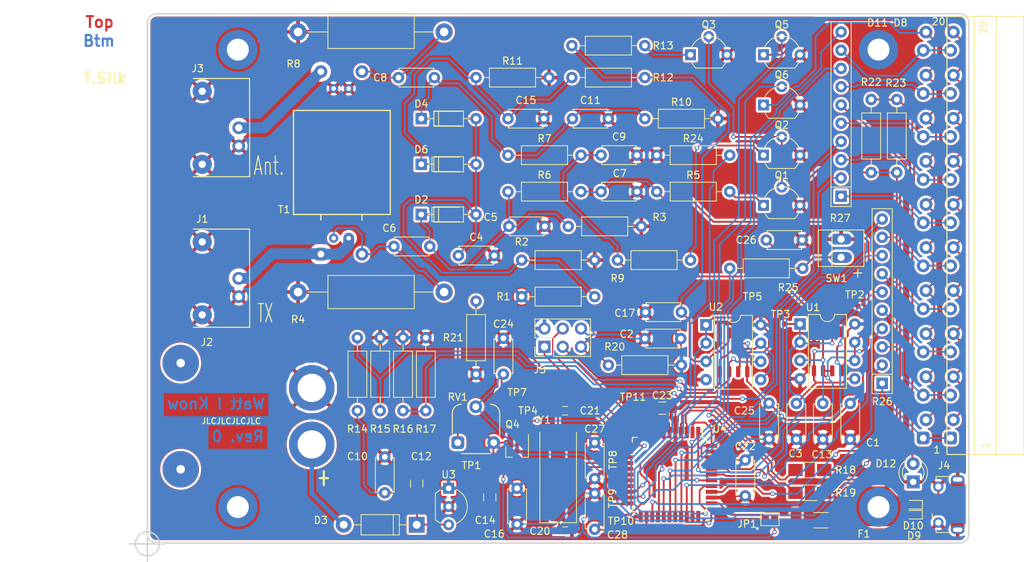
<source format=kicad_pcb>
(kicad_pcb (version 20171130) (host pcbnew "(5.0.2)-1")
  (layers (0 F.Cu signal) (31 B.Cu signal) (34 B.Paste user hide) (35 F.Paste user) (36 B.SilkS user hide) (37 F.SilkS user) (38 B.Mask user) (39 F.Mask user) (44 Edge.Cuts user))
  (net 0 "")
  (net 1 GND)
  (net 2 +5V)
  (net 3 Fwd_pwr)
  (net 4 "Net-(C4-Pad1)")
  (net 5 "Net-(C5-Pad1)")
  (net 6 "Net-(C6-Pad1)")
  (net 7 "Net-(C8-Pad1)")
  (net 8 "Net-(C11-Pad1)")
  (net 9 Rev_pwr)
  (net 10 /Vin)
  (net 11 "Net-(C15-Pad1)")
  (net 12 Zero_det)
  (net 13 "Net-(C20-Pad1)")
  (net 14 "Net-(C21-Pad1)")
  (net 15 "Net-(C23-Pad1)")
  (net 16 /Cal_A1)
  (net 17 /Mode_A5)
  (net 18 "Net-(D3-Pad2)")
  (net 19 /led0)
  (net 20 "Net-(D11-Pad10)")
  (net 21 /led1)
  (net 22 /led2)
  (net 23 /led3)
  (net 24 /led4)
  (net 25 /led9)
  (net 26 /led8)
  (net 27 /led7)
  (net 28 /led6)
  (net 29 /led5)
  (net 30 "Net-(D12-Pad2)")
  (net 31 "Net-(F1-Pad2)")
  (net 32 USB_VCC)
  (net 33 "Net-(J1-Pad1)")
  (net 34 "Net-(J3-Pad1)")
  (net 35 "Net-(J4-Pad4)")
  (net 36 "Net-(Q1-Pad1)")
  (net 37 100W)
  (net 38 "Net-(Q2-Pad1)")
  (net 39 "Net-(Q3-Pad1)")
  (net 40 "Net-(Q4-Pad1)")
  (net 41 pwr_fet)
  (net 42 swr_fet)
  (net 43 "Net-(R14-Pad2)")
  (net 44 "Net-(R16-Pad1)")
  (net 45 "Net-(J5-Pad5)")
  (net 46 "Net-(R21-Pad2)")
  (net 47 "Net-(R24-Pad2)")
  (net 48 "Net-(R25-Pad2)")
  (net 49 /D5)
  (net 50 /D11)
  (net 51 /D10)
  (net 52 /D9)
  (net 53 /D8)
  (net 54 /D13)
  (net 55 /D4)
  (net 56 /D12)
  (net 57 /D6)
  (net 58 /D7)
  (net 59 /Fwd_A4)
  (net 60 /Rev_A3)
  (net 61 /Zero_A2)
  (net 62 "Net-(TP8-Pad1)")
  (net 63 "Net-(TP9-Pad1)")
  (net 64 "Net-(TP10-Pad1)")
  (net 65 "Net-(TP11-Pad1)")
  (net 66 "Net-(J5-Pad4)")
  (net 67 "Net-(J5-Pad3)")
  (net 68 "Net-(J5-Pad1)")
  (net 69 "Net-(D8-Pad10)")
  (net 70 /D+)
  (net 71 /D-)
  (net 72 /Dconn+)
  (net 73 /Dconn-)
  (module kicad_lib:MountingHole_4-40_Pad (layer F.Cu) (at 88.773 128.3462)
    (fp_text reference H1 hide)
    (fp_text value MountingHole_Pad_4-40)
    (pad 1 thru_hole circle (at 0 0) (size 5.461 5.461) (drill 3.048) (layers *.Cu *.Mask) (net 1 GND))
  )
  (module kicad_lib:MountingHole_4-40_Pad (layer F.Cu) (at 177.927 128.3462)
    (fp_text reference H3 hide)
    (fp_text value MountingHole_Pad_4-40)
    (pad 1 thru_hole circle (at 0 0) (size 5.461 5.461) (drill 3.048) (layers *.Cu *.Mask) (net 1 GND))
  )
  (module kicad_lib:MountingHole_4-40_Pad (layer F.Cu) (at 177.927 64.6938)
    (fp_text reference H2 hide)
    (fp_text value MountingHole_Pad_4-40)
    (pad 1 thru_hole circle (at 0 0) (size 5.461 5.461) (drill 3.048) (layers *.Cu *.Mask) (net 1 GND))
  )
  (module Resistors_THT:R_Axial_DIN0207_L6.3mm_D2.5mm_P10.16mm_Horizontal (layer F.Cu) (at 147.066 79.375)
    (fp_text reference R24 (at 5.08 -2.31) (layer F.SilkS))
    (fp_text value R_10K_6.3mm)
    (pad 1 thru_hole circle (at 0 0) (size 1.6 1.6) (drill 0.8) (layers *.Cu *.Mask) (net 1 GND))
    (pad 2 thru_hole oval (at 10.16 0) (size 1.6 1.6) (drill 0.8) (layers *.Cu *.Mask) (net 47 "Net-(R24-Pad2)"))
  )
  (module kicad_lib:MountingHole_4-40_Pad (layer F.Cu) (at 88.773 64.6938)
    (fp_text reference H4 hide)
    (fp_text value MountingHole_Pad_4-40)
    (pad 1 thru_hole circle (at 0 0) (size 5.461 5.461) (drill 3.048) (layers *.Cu *.Mask) (net 1 GND))
  )
  (module Capacitors_THT:C_Disc_D4.7mm_W2.5mm_P5.00mm (layer F.Cu) (at 173.99 113.919 270)
    (fp_text reference C1 (at 5.461 -3.175) (layer F.SilkS))
    (fp_text value C_0.1uF_50V_5mm)
    (pad 1 thru_hole circle (at 0 0 270) (size 1.6 1.6) (drill 0.8) (layers *.Cu *.Mask) (net 2 +5V))
    (pad 2 thru_hole circle (at 5 0 270) (size 1.6 1.6) (drill 0.8) (layers *.Cu *.Mask) (net 1 GND))
  )
  (module Capacitors_THT:C_Disc_D4.7mm_W2.5mm_P5.00mm (layer F.Cu) (at 150.415 104.902 180)
    (fp_text reference C2 (at 7.54 0.635 180) (layer F.SilkS))
    (fp_text value C_0.1uF_50V_5mm)
    (pad 2 thru_hole circle (at 5 0 180) (size 1.6 1.6) (drill 0.8) (layers *.Cu *.Mask) (net 1 GND))
    (pad 1 thru_hole circle (at 0 0 180) (size 1.6 1.6) (drill 0.8) (layers *.Cu *.Mask) (net 2 +5V))
  )
  (module Capacitors_THT:C_Disc_D4.7mm_W2.5mm_P5.00mm (layer F.Cu) (at 166.497 113.919 270)
    (fp_text reference C3 (at 6.985 0.127) (layer F.SilkS))
    (fp_text value C_0.1uF_50V_5mm)
    (pad 2 thru_hole circle (at 5 0 270) (size 1.6 1.6) (drill 0.8) (layers *.Cu *.Mask) (net 1 GND))
    (pad 1 thru_hole circle (at 0 0 270) (size 1.6 1.6) (drill 0.8) (layers *.Cu *.Mask) (net 3 Fwd_pwr))
  )
  (module Capacitors_THT:C_Disc_D4.7mm_W2.5mm_P5.00mm (layer F.Cu) (at 119.46 93.345)
    (fp_text reference C4 (at 2.5 -2.56) (layer F.SilkS))
    (fp_text value C_0.1uF_50V_5mm)
    (pad 1 thru_hole circle (at 0 0) (size 1.6 1.6) (drill 0.8) (layers *.Cu *.Mask) (net 4 "Net-(C4-Pad1)"))
    (pad 2 thru_hole circle (at 5 0) (size 1.6 1.6) (drill 0.8) (layers *.Cu *.Mask) (net 1 GND))
  )
  (module Capacitors_THT:C_Disc_D4.7mm_W2.5mm_P5.00mm (layer F.Cu) (at 126.492 89.281)
    (fp_text reference C5 (at -2.54 -1.27) (layer F.SilkS))
    (fp_text value C_0.1uF_50V_5mm)
    (pad 2 thru_hole circle (at 5 0) (size 1.6 1.6) (drill 0.8) (layers *.Cu *.Mask) (net 1 GND))
    (pad 1 thru_hole circle (at 0 0) (size 1.6 1.6) (drill 0.8) (layers *.Cu *.Mask) (net 5 "Net-(C5-Pad1)"))
  )
  (module Capacitors_THT:C_Disc_D4.7mm_W2.5mm_P5.00mm (layer F.Cu) (at 110.49 92.075)
    (fp_text reference C6 (at -0.635 -2.54) (layer F.SilkS))
    (fp_text value C_0.1uF_50V_5mm)
    (pad 2 thru_hole circle (at 5 0) (size 1.6 1.6) (drill 0.8) (layers *.Cu *.Mask) (net 5 "Net-(C5-Pad1)"))
    (pad 1 thru_hole circle (at 0 0) (size 1.6 1.6) (drill 0.8) (layers *.Cu *.Mask) (net 6 "Net-(C6-Pad1)"))
  )
  (module Capacitors_THT:C_Disc_D4.7mm_W2.5mm_P5.00mm (layer F.Cu) (at 139.319 84.455)
    (fp_text reference C7 (at 2.594599 -2.54) (layer F.SilkS))
    (fp_text value C_0.1uF_50V_5mm)
    (pad 2 thru_hole circle (at 5 0) (size 1.6 1.6) (drill 0.8) (layers *.Cu *.Mask) (net 1 GND))
    (pad 1 thru_hole circle (at 0 0) (size 1.6 1.6) (drill 0.8) (layers *.Cu *.Mask) (net 3 Fwd_pwr))
  )
  (module Capacitors_THT:C_Disc_D4.7mm_W2.5mm_P5.00mm (layer F.Cu) (at 111.125 68.58)
    (fp_text reference C8 (at -2.54 0) (layer F.SilkS))
    (fp_text value C_0.1uF_50V_5mm)
    (pad 1 thru_hole circle (at 0 0) (size 1.6 1.6) (drill 0.8) (layers *.Cu *.Mask) (net 7 "Net-(C8-Pad1)"))
    (pad 2 thru_hole circle (at 5 0) (size 1.6 1.6) (drill 0.8) (layers *.Cu *.Mask) (net 8 "Net-(C11-Pad1)"))
  )
  (module Capacitors_THT:C_Disc_D4.7mm_W2.5mm_P5.00mm (layer F.Cu) (at 139.319 79.375)
    (fp_text reference C9 (at 2.5 -2.56) (layer F.SilkS))
    (fp_text value C_0.1uF_50V_5mm)
    (pad 2 thru_hole circle (at 5 0) (size 1.6 1.6) (drill 0.8) (layers *.Cu *.Mask) (net 1 GND))
    (pad 1 thru_hole circle (at 0 0) (size 1.6 1.6) (drill 0.8) (layers *.Cu *.Mask) (net 9 Rev_pwr))
  )
  (module Capacitors_THT:C_Disc_D4.7mm_W2.5mm_P5.00mm (layer F.Cu) (at 109.22 126.365 90)
    (fp_text reference C10 (at 5.08 -3.81 180) (layer F.SilkS))
    (fp_text value C_0.1uF_50V_5mm)
    (pad 1 thru_hole circle (at 0 0 90) (size 1.6 1.6) (drill 0.8) (layers *.Cu *.Mask) (net 10 /Vin))
    (pad 2 thru_hole circle (at 5 0 90) (size 1.6 1.6) (drill 0.8) (layers *.Cu *.Mask) (net 1 GND))
  )
  (module Capacitors_THT:C_Disc_D4.7mm_W2.5mm_P5.00mm (layer F.Cu) (at 135.335 74.295)
    (fp_text reference C11 (at 2.5 -2.56) (layer F.SilkS))
    (fp_text value C_0.1uF_50V_5mm)
    (pad 2 thru_hole circle (at 5 0) (size 1.6 1.6) (drill 0.8) (layers *.Cu *.Mask) (net 1 GND))
    (pad 1 thru_hole circle (at 0 0) (size 1.6 1.6) (drill 0.8) (layers *.Cu *.Mask) (net 8 "Net-(C11-Pad1)"))
  )
  (module Capacitors_SMD:C_0805_HandSoldering (layer F.Cu) (at 113.665 125.075 90)
    (fp_text reference C12 (at 3.79 0.635 180) (layer F.SilkS))
    (fp_text value C_1uF_50V_0805_x7r)
    (pad 2 smd rect (at 1.25 0 90) (size 1.5 1.25) (layers F.Cu F.Paste F.Mask) (net 1 GND))
    (pad 1 smd rect (at -1.25 0 90) (size 1.5 1.25) (layers F.Cu F.Paste F.Mask) (net 10 /Vin))
  )
  (module Capacitors_THT:C_Disc_D4.7mm_W2.5mm_P5.00mm (layer F.Cu) (at 170.18 113.919 270)
    (fp_text reference C13 (at 7.112 0.127) (layer F.SilkS))
    (fp_text value C_0.1uF_50V_5mm)
    (pad 2 thru_hole circle (at 5 0 270) (size 1.6 1.6) (drill 0.8) (layers *.Cu *.Mask) (net 1 GND))
    (pad 1 thru_hole circle (at 0 0 270) (size 1.6 1.6) (drill 0.8) (layers *.Cu *.Mask) (net 9 Rev_pwr))
  )
  (module Capacitors_SMD:C_0805_HandSoldering (layer F.Cu) (at 123.825 127 270)
    (fp_text reference C14 (at 3.175 0.635) (layer F.SilkS))
    (fp_text value C_1uF_50V_0805_x7r)
    (pad 1 smd rect (at -1.25 0 270) (size 1.5 1.25) (layers F.Cu F.Paste F.Mask) (net 2 +5V))
    (pad 2 smd rect (at 1.25 0 270) (size 1.5 1.25) (layers F.Cu F.Paste F.Mask) (net 1 GND))
  )
  (module Capacitors_THT:C_Disc_D4.7mm_W2.5mm_P5.00mm (layer F.Cu) (at 126.365 74.295)
    (fp_text reference C15 (at 2.5 -2.56) (layer F.SilkS))
    (fp_text value C_0.1uF_50V_5mm)
    (pad 1 thru_hole circle (at 0 0) (size 1.6 1.6) (drill 0.8) (layers *.Cu *.Mask) (net 11 "Net-(C15-Pad1)"))
    (pad 2 thru_hole circle (at 5 0) (size 1.6 1.6) (drill 0.8) (layers *.Cu *.Mask) (net 1 GND))
  )
  (module Capacitors_THT:C_Disc_D4.7mm_W2.5mm_P5.00mm (layer F.Cu) (at 127.635 125.73 270)
    (fp_text reference C16 (at 6.35 3.175 180) (layer F.SilkS))
    (fp_text value C_0.1uF_50V_5mm)
    (pad 2 thru_hole circle (at 5 0 270) (size 1.6 1.6) (drill 0.8) (layers *.Cu *.Mask) (net 1 GND))
    (pad 1 thru_hole circle (at 0 0 270) (size 1.6 1.6) (drill 0.8) (layers *.Cu *.Mask) (net 2 +5V))
  )
  (module Capacitors_THT:C_Disc_D4.7mm_W2.5mm_P5.00mm (layer F.Cu) (at 150.495 101.219 180)
    (fp_text reference C17 (at 7.874 -0.127 180) (layer F.SilkS))
    (fp_text value C_0.1uF_50V_5mm)
    (pad 1 thru_hole circle (at 0 0 180) (size 1.6 1.6) (drill 0.8) (layers *.Cu *.Mask) (net 12 Zero_det))
    (pad 2 thru_hole circle (at 5 0 180) (size 1.6 1.6) (drill 0.8) (layers *.Cu *.Mask) (net 1 GND))
  )
  (module Capacitors_SMD:C_0603_HandSoldering (layer F.Cu) (at 134.3 131.699)
    (fp_text reference C20 (at -3.49 0) (layer F.SilkS))
    (fp_text value C_22pF_0603_50V)
    (pad 1 smd rect (at -0.95 0) (size 1.2 0.75) (layers F.Cu F.Paste F.Mask) (net 13 "Net-(C20-Pad1)"))
    (pad 2 smd rect (at 0.95 0) (size 1.2 0.75) (layers F.Cu F.Paste F.Mask) (net 1 GND))
  )
  (module Capacitors_SMD:C_0603_HandSoldering (layer F.Cu) (at 134.305 114.935)
    (fp_text reference C21 (at 3.495 0) (layer F.SilkS))
    (fp_text value C_22pF_0603_50V)
    (pad 2 smd rect (at 0.95 0) (size 1.2 0.75) (layers F.Cu F.Paste F.Mask) (net 1 GND))
    (pad 1 smd rect (at -0.95 0) (size 1.2 0.75) (layers F.Cu F.Paste F.Mask) (net 14 "Net-(C21-Pad1)"))
  )
  (module Capacitors_THT:C_Disc_D4.7mm_W2.5mm_P5.00mm (layer F.Cu) (at 159.385 121.793 270)
    (fp_text reference C22 (at -1.905 0) (layer F.SilkS))
    (fp_text value C_0.1uF_50V_5mm)
    (pad 2 thru_hole circle (at 5 0 270) (size 1.6 1.6) (drill 0.8) (layers *.Cu *.Mask) (net 1 GND))
    (pad 1 thru_hole circle (at 0 0 270) (size 1.6 1.6) (drill 0.8) (layers *.Cu *.Mask) (net 2 +5V))
  )
  (module Capacitors_SMD:C_0805_HandSoldering (layer F.Cu) (at 147.848 114.5794)
    (fp_text reference C23 (at 0 -1.75) (layer F.SilkS))
    (fp_text value C_1uF_50V_0805_x7r)
    (pad 2 smd rect (at 1.25 0) (size 1.5 1.25) (layers F.Cu F.Paste F.Mask) (net 1 GND))
    (pad 1 smd rect (at -1.25 0) (size 1.5 1.25) (layers F.Cu F.Paste F.Mask) (net 15 "Net-(C23-Pad1)"))
  )
  (module Capacitors_THT:C_Disc_D4.7mm_W2.5mm_P5.00mm (layer F.Cu) (at 125.73 109.855 90)
    (fp_text reference C24 (at 6.985 0 180) (layer F.SilkS))
    (fp_text value C_0.1uF_50V_5mm)
    (pad 1 thru_hole circle (at 0 0 90) (size 1.6 1.6) (drill 0.8) (layers *.Cu *.Mask) (net 16 /Cal_A1))
    (pad 2 thru_hole circle (at 5 0 90) (size 1.6 1.6) (drill 0.8) (layers *.Cu *.Mask) (net 1 GND))
  )
  (module Capacitors_THT:C_Disc_D4.7mm_W2.5mm_P5.00mm (layer F.Cu) (at 162.687 113.872 270)
    (fp_text reference C25 (at 1.063 3.429) (layer F.SilkS))
    (fp_text value C_0.1uF_50V_5mm)
    (pad 1 thru_hole circle (at 0 0 270) (size 1.6 1.6) (drill 0.8) (layers *.Cu *.Mask) (net 2 +5V))
    (pad 2 thru_hole circle (at 5 0 270) (size 1.6 1.6) (drill 0.8) (layers *.Cu *.Mask) (net 1 GND))
  )
  (module Capacitors_THT:C_Disc_D4.7mm_W2.5mm_P5.00mm (layer F.Cu) (at 162.306 91.186)
    (fp_text reference C26 (at -2.794 0) (layer F.SilkS))
    (fp_text value C_0.1uF_50V_5mm)
    (pad 1 thru_hole circle (at 0 0) (size 1.6 1.6) (drill 0.8) (layers *.Cu *.Mask) (net 17 /Mode_A5))
    (pad 2 thru_hole circle (at 5 0) (size 1.6 1.6) (drill 0.8) (layers *.Cu *.Mask) (net 1 GND))
  )
  (module Capacitors_THT:C_Disc_D4.7mm_W2.5mm_P5.00mm (layer F.Cu) (at 138.43 119.38 270)
    (fp_text reference C27 (at -1.905 0) (layer F.SilkS))
    (fp_text value C_0.1uF_50V_5mm)
    (pad 2 thru_hole circle (at 5 0 270) (size 1.6 1.6) (drill 0.8) (layers *.Cu *.Mask) (net 1 GND))
    (pad 1 thru_hole circle (at 0 0 270) (size 1.6 1.6) (drill 0.8) (layers *.Cu *.Mask) (net 2 +5V))
  )
  (module Capacitors_THT:C_Disc_D4.7mm_W2.5mm_P5.00mm (layer F.Cu) (at 138.43 131.445 90)
    (fp_text reference C28 (at -0.762 3.175 180) (layer F.SilkS))
    (fp_text value C_0.1uF_50V_5mm)
    (pad 1 thru_hole circle (at 0 0 90) (size 1.6 1.6) (drill 0.8) (layers *.Cu *.Mask) (net 2 +5V))
    (pad 2 thru_hole circle (at 5 0 90) (size 1.6 1.6) (drill 0.8) (layers *.Cu *.Mask) (net 1 GND))
  )
  (module Diodes_SMD:D_SOD-123F (layer F.Cu) (at 117.98 87.63)
    (fp_text reference D1 hide)
    (fp_text value D_Schottky_BAS70H)
    (pad 1 smd rect (at -1.4 0) (size 1.1 1.1) (layers F.Cu F.Mask) (net 5 "Net-(C5-Pad1)"))
    (pad 2 smd rect (at 1.4 0) (size 1.1 1.1) (layers F.Cu F.Mask) (net 4 "Net-(C4-Pad1)"))
  )
  (module Diodes_THT:D_DO-35_SOD27_P7.62mm_Horizontal (layer F.Cu) (at 114.3 87.63)
    (fp_text reference D2 (at 0 -2.06) (layer F.SilkS))
    (fp_text value 1N5711)
    (pad 2 thru_hole oval (at 7.62 0) (size 1.6 1.6) (drill 0.8) (layers *.Cu *.Mask) (net 4 "Net-(C4-Pad1)"))
    (pad 1 thru_hole rect (at 0 0) (size 1.6 1.6) (drill 0.8) (layers *.Cu *.Mask) (net 5 "Net-(C5-Pad1)"))
  )
  (module Diodes_THT:D_DO-41_SOD81_P10.16mm_Horizontal (layer F.Cu) (at 113.665 130.81 180)
    (fp_text reference D3 (at 13.335 0.635 180) (layer F.SilkS))
    (fp_text value 1n4148)
    (pad 2 thru_hole oval (at 10.16 0 180) (size 2.2 2.2) (drill 1.1) (layers *.Cu *.Mask) (net 18 "Net-(D3-Pad2)"))
    (pad 1 thru_hole rect (at 0 0 180) (size 2.2 2.2) (drill 1.1) (layers *.Cu *.Mask) (net 10 /Vin))
  )
  (module Diodes_THT:D_DO-35_SOD27_P7.62mm_Horizontal (layer F.Cu) (at 114.3 74.295)
    (fp_text reference D4 (at 0 -2.06) (layer F.SilkS))
    (fp_text value 1N5711)
    (pad 2 thru_hole oval (at 7.62 0) (size 1.6 1.6) (drill 0.8) (layers *.Cu *.Mask) (net 4 "Net-(C4-Pad1)"))
    (pad 1 thru_hole rect (at 0 0) (size 1.6 1.6) (drill 0.8) (layers *.Cu *.Mask) (net 8 "Net-(C11-Pad1)"))
  )
  (module Diodes_SMD:D_SOD-123F (layer F.Cu) (at 118.24 74.295)
    (fp_text reference D5 hide)
    (fp_text value D_Schottky_BAS70H)
    (pad 2 smd rect (at 1.4 0) (size 1.1 1.1) (layers F.Cu F.Mask) (net 4 "Net-(C4-Pad1)"))
    (pad 1 smd rect (at -1.4 0) (size 1.1 1.1) (layers F.Cu F.Mask) (net 8 "Net-(C11-Pad1)"))
  )
  (module Diodes_THT:D_DO-35_SOD27_P7.62mm_Horizontal (layer F.Cu) (at 114.3 80.645)
    (fp_text reference D6 (at 0 -2.06) (layer F.SilkS))
    (fp_text value 1N5711)
    (pad 1 thru_hole rect (at 0 0) (size 1.6 1.6) (drill 0.8) (layers *.Cu *.Mask) (net 11 "Net-(C15-Pad1)"))
    (pad 2 thru_hole oval (at 7.62 0) (size 1.6 1.6) (drill 0.8) (layers *.Cu *.Mask) (net 4 "Net-(C4-Pad1)"))
  )
  (module Diodes_SMD:D_SOD-123F (layer F.Cu) (at 117.98 80.645)
    (fp_text reference D7 hide)
    (fp_text value D_Schottky_BAS70H)
    (pad 2 smd rect (at 1.4 0) (size 1.1 1.1) (layers F.Cu F.Mask) (net 4 "Net-(C4-Pad1)"))
    (pad 1 smd rect (at -1.4 0) (size 1.1 1.1) (layers F.Cu F.Mask) (net 11 "Net-(C15-Pad1)"))
  )
  (module kicad_lib:Lumex_SSA-LXH1025ID_10X_led (layer F.Cu) (at 187.96 118.745 90)
    (fp_text reference D8 (at 57.785 -6.985 180) (layer F.SilkS))
    (fp_text value LED_Lumex_SSA_10X_Red)
    (fp_text user 20 (at 57.15 4.572 90) (layer F.SilkS))
    (fp_text user 1 (at -1.016 4.826 90) (layer F.SilkS))
    (pad 20 thru_hole circle (at 56.4896 0.381 90) (size 1.778 1.778) (drill 0.9398) (layers *.Cu *.Mask) (net 69 "Net-(D8-Pad10)"))
    (pad 18 thru_hole circle (at 50.4952 0.381 90) (size 1.778 1.778) (drill 0.9398) (layers *.Cu *.Mask) (net 69 "Net-(D8-Pad10)"))
    (pad 16 thru_hole circle (at 44.5008 0.381 90) (size 1.778 1.778) (drill 0.9398) (layers *.Cu *.Mask) (net 69 "Net-(D8-Pad10)"))
    (pad 14 thru_hole circle (at 38.5064 0.381 90) (size 1.778 1.778) (drill 0.9398) (layers *.Cu *.Mask) (net 69 "Net-(D8-Pad10)"))
    (pad 12 thru_hole circle (at 32.512 0.381 90) (size 1.778 1.778) (drill 0.9398) (layers *.Cu *.Mask) (net 69 "Net-(D8-Pad10)"))
    (pad 10 thru_hole circle (at 26.5176 0.381 90) (size 1.778 1.778) (drill 0.9398) (layers *.Cu *.Mask) (net 69 "Net-(D8-Pad10)"))
    (pad 8 thru_hole circle (at 20.5232 0.381 90) (size 1.778 1.778) (drill 0.9398) (layers *.Cu *.Mask) (net 69 "Net-(D8-Pad10)"))
    (pad 6 thru_hole circle (at 14.5288 0.381 90) (size 1.778 1.778) (drill 0.9398) (layers *.Cu *.Mask) (net 69 "Net-(D8-Pad10)"))
    (pad 4 thru_hole circle (at 8.5344 0.381 90) (size 1.778 1.778) (drill 0.9398) (layers *.Cu *.Mask) (net 69 "Net-(D8-Pad10)"))
    (pad 19 thru_hole circle (at 53.9496 0 90) (size 1.778 1.778) (drill 0.9398) (layers *.Cu *.Mask) (net 25 /led9))
    (pad 17 thru_hole circle (at 47.9552 0 90) (size 1.778 1.778) (drill 0.9398) (layers *.Cu *.Mask) (net 26 /led8))
    (pad 15 thru_hole circle (at 41.9608 0 90) (size 1.778 1.778) (drill 0.9398) (layers *.Cu *.Mask) (net 27 /led7))
    (pad 13 thru_hole circle (at 35.9664 0 90) (size 1.778 1.778) (drill 0.9398) (layers *.Cu *.Mask) (net 28 /led6))
    (pad 11 thru_hole circle (at 29.972 0 90) (size 1.778 1.778) (drill 0.9398) (layers *.Cu *.Mask) (net 29 /led5))
    (pad 9 thru_hole circle (at 23.9776 0 90) (size 1.778 1.778) (drill 0.9398) (layers *.Cu *.Mask) (net 24 /led4))
    (pad 7 thru_hole circle (at 17.9832 0 90) (size 1.778 1.778) (drill 0.9398) (layers *.Cu *.Mask) (net 23 /led3))
    (pad 5 thru_hole circle (at 11.9888 0 90) (size 1.778 1.778) (drill 0.9398) (layers *.Cu *.Mask) (net 22 /led2))
    (pad 3 thru_hole circle (at 5.9944 0 90) (size 1.778 1.778) (drill 0.9398) (layers *.Cu *.Mask) (net 21 /led1))
    (pad 2 thru_hole circle (at 2.54 0.381 90) (size 1.778 1.778) (drill 0.9398) (layers *.Cu *.Mask) (net 69 "Net-(D8-Pad10)"))
    (pad 1 thru_hole roundrect (at 0 0 90) (size 1.778 1.778) (drill 0.9398) (layers *.Cu *.Mask) (net 19 /led0))
  )
  (module kicad_lib:D_SOD-923 (layer F.Cu) (at 182.88 129.413 180)
    (fp_text reference D9 (at 0 -2.921 180) (layer F.SilkS))
    (fp_text value D_TVS_5V_ESD9B5.0ST5G)
    (pad 1 smd rect (at -0.6 0) (size 0.36 0.25) (layers F.Cu F.Paste F.Mask) (net 73 /Dconn-))
    (pad 2 smd rect (at 0.6 0) (size 0.36 0.25) (layers F.Cu F.Paste F.Mask) (net 1 GND))
  )
  (module kicad_lib:D_SOD-923 (layer F.Cu) (at 182.88 128.016 180)
    (fp_text reference D10 (at 0.127 -2.921 180) (layer F.SilkS))
    (fp_text value D_TVS_5V_ESD9B5.0ST5G)
    (pad 2 smd rect (at 0.6 0) (size 0.36 0.25) (layers F.Cu F.Paste F.Mask) (net 1 GND))
    (pad 1 smd rect (at -0.6 0) (size 0.36 0.25) (layers F.Cu F.Paste F.Mask) (net 72 /Dconn+))
  )
  (module kicad_lib:Lumex_SSA-LXH1025ID_10X_led (layer F.Cu) (at 184.15 118.745 90)
    (fp_text reference D11 (at 57.785 -6.35 180) (layer F.SilkS))
    (fp_text value LED_Lumex_SSA_10X_Red)
    (fp_text user 1 (at -1.6256 1.905 180) (layer F.SilkS))
    (fp_text user 20 (at 57.9628 2.1336 180) (layer F.SilkS))
    (pad 1 thru_hole roundrect (at 0 0 90) (size 1.778 1.778) (drill 0.9398) (layers *.Cu *.Mask) (net 19 /led0))
    (pad 2 thru_hole circle (at 2.54 0.381 90) (size 1.778 1.778) (drill 0.9398) (layers *.Cu *.Mask) (net 20 "Net-(D11-Pad10)"))
    (pad 3 thru_hole circle (at 5.9944 0 90) (size 1.778 1.778) (drill 0.9398) (layers *.Cu *.Mask) (net 21 /led1))
    (pad 5 thru_hole circle (at 11.9888 0 90) (size 1.778 1.778) (drill 0.9398) (layers *.Cu *.Mask) (net 22 /led2))
    (pad 7 thru_hole circle (at 17.9832 0 90) (size 1.778 1.778) (drill 0.9398) (layers *.Cu *.Mask) (net 23 /led3))
    (pad 9 thru_hole circle (at 23.9776 0 90) (size 1.778 1.778) (drill 0.9398) (layers *.Cu *.Mask) (net 24 /led4))
    (pad 11 thru_hole circle (at 29.972 0 90) (size 1.778 1.778) (drill 0.9398) (layers *.Cu *.Mask) (net 29 /led5))
    (pad 13 thru_hole circle (at 35.9664 0 90) (size 1.778 1.778) (drill 0.9398) (layers *.Cu *.Mask) (net 28 /led6))
    (pad 15 thru_hole circle (at 41.9608 0 90) (size 1.778 1.778) (drill 0.9398) (layers *.Cu *.Mask) (net 27 /led7))
    (pad 17 thru_hole circle (at 47.9552 0 90) (size 1.778 1.778) (drill 0.9398) (layers *.Cu *.Mask) (net 26 /led8))
    (pad 19 thru_hole circle (at 53.9496 0 90) (size 1.778 1.778) (drill 0.9398) (layers *.Cu *.Mask) (net 25 /led9))
    (pad 4 thru_hole circle (at 8.5344 0.381 90) (size 1.778 1.778) (drill 0.9398) (layers *.Cu *.Mask) (net 20 "Net-(D11-Pad10)"))
    (pad 6 thru_hole circle (at 14.5288 0.381 90) (size 1.778 1.778) (drill 0.9398) (layers *.Cu *.Mask) (net 20 "Net-(D11-Pad10)"))
    (pad 8 thru_hole circle (at 20.5232 0.381 90) (size 1.778 1.778) (drill 0.9398) (layers *.Cu *.Mask) (net 20 "Net-(D11-Pad10)"))
    (pad 10 thru_hole circle (at 26.5176 0.381 90) (size 1.778 1.778) (drill 0.9398) (layers *.Cu *.Mask) (net 20 "Net-(D11-Pad10)"))
    (pad 12 thru_hole circle (at 32.512 0.381 90) (size 1.778 1.778) (drill 0.9398) (layers *.Cu *.Mask) (net 20 "Net-(D11-Pad10)"))
    (pad 14 thru_hole circle (at 38.5064 0.381 90) (size 1.778 1.778) (drill 0.9398) (layers *.Cu *.Mask) (net 20 "Net-(D11-Pad10)"))
    (pad 16 thru_hole circle (at 44.5008 0.381 90) (size 1.778 1.778) (drill 0.9398) (layers *.Cu *.Mask) (net 20 "Net-(D11-Pad10)"))
    (pad 18 thru_hole circle (at 50.4952 0.381 90) (size 1.778 1.778) (drill 0.9398) (layers *.Cu *.Mask) (net 20 "Net-(D11-Pad10)"))
    (pad 20 thru_hole circle (at 56.4896 0.381 90) (size 1.778 1.778) (drill 0.9398) (layers *.Cu *.Mask) (net 20 "Net-(D11-Pad10)"))
  )
  (module LEDs:LED_D3.0mm (layer F.Cu) (at 182.753 124.841 90)
    (fp_text reference D12 (at 2.54 -3.81 180) (layer F.SilkS))
    (fp_text value LED_3mm_Red)
    (pad 2 thru_hole circle (at 2.54 0 90) (size 1.8 1.8) (drill 0.9) (layers *.Cu *.Mask) (net 30 "Net-(D12-Pad2)"))
    (pad 1 thru_hole rect (at 0 0 90) (size 1.8 1.8) (drill 0.9) (layers *.Cu *.Mask) (net 1 GND))
  )
  (module kicad_lib:Fuse_SMD1812 (layer F.Cu) (at 169.905 130.175)
    (fp_text reference F1 (at 5.99 1.905) (layer F.SilkS))
    (fp_text value Polyfuse_500mA)
    (pad 2 smd roundrect (at 3.45 0 90) (size 3.2 1.5) (layers F.Cu F.Paste F.Mask) (net 31 "Net-(F1-Pad2)"))
    (pad 1 smd roundrect (at -3.45 0 90) (size 3.2 1.5) (layers F.Cu F.Paste F.Mask) (net 32 USB_VCC))
  )
  (module 23CM_5CM:bnc_molex_0731375003 (layer F.Cu) (at 88.9 96.52 270)
    (fp_text reference J1 (at -8.255 5.08) (layer F.SilkS))
    (fp_text value BNC)
    (pad 2 thru_hole circle (at -5.08 5.08 270) (size 2.667 2.667) (drill 1.016) (layers *.Cu *.Mask) (net 1 GND))
    (pad 2 thru_hole circle (at 5.08 5.08 270) (size 2.667 2.667) (drill 1.016) (layers *.Cu *.Mask) (net 1 GND))
    (pad 2 thru_hole circle (at 2.54 0 270) (size 1.778 1.778) (drill 1.016) (layers *.Cu *.Mask) (net 1 GND))
    (pad 1 thru_hole circle (at 0 0 270) (size 1.778 1.778) (drill 1.016) (layers *.Cu *.Mask) (net 33 "Net-(J1-Pad1)"))
  )
  (module 23CM_5CM:PP45_RA_pcb (layer F.Cu) (at 99.06 119.634 90)
    (fp_text reference J2 (at 14.224 -14.605 180) (layer F.SilkS))
    (fp_text value Conn_45A_PP)
    (pad 1 thru_hole circle (at 0 0 90) (size 6.35 6.35) (drill 3.937) (layers *.Cu *.Mask) (net 18 "Net-(D3-Pad2)"))
    (pad 2 thru_hole circle (at 7.874 0 90) (size 6.35 6.35) (drill 3.937) (layers *.Cu *.Mask) (net 1 GND))
    (pad 3 thru_hole circle (at -3.4544 -18.2372 90) (size 5.08 5.08) (drill 1.1938) (layers *.Cu *.Mask))
    (pad 3 thru_hole circle (at 11.3284 -18.2372 90) (size 5.08 5.08) (drill 1.1938) (layers *.Cu *.Mask))
  )
  (module 23CM_5CM:bnc_molex_0731375003 (layer F.Cu) (at 88.9 75.565 270)
    (fp_text reference J3 (at -8.255 5.715) (layer F.SilkS))
    (fp_text value BNC)
    (pad 1 thru_hole circle (at 0 0 270) (size 1.778 1.778) (drill 1.016) (layers *.Cu *.Mask) (net 34 "Net-(J3-Pad1)"))
    (pad 2 thru_hole circle (at 2.54 0 270) (size 1.778 1.778) (drill 1.016) (layers *.Cu *.Mask) (net 1 GND))
    (pad 2 thru_hole circle (at 5.08 5.08 270) (size 2.667 2.667) (drill 1.016) (layers *.Cu *.Mask) (net 1 GND))
    (pad 2 thru_hole circle (at -5.08 5.08 270) (size 2.667 2.667) (drill 1.016) (layers *.Cu *.Mask) (net 1 GND))
  )
  (module Connectors_USB:USB_Micro-B_Molex-105017-0001 (layer F.Cu) (at 188.595 128 90)
    (fp_text reference J4 (at 5.445 -1.555 180) (layer F.SilkS))
    (fp_text value USB_B_Micro)
    (pad 6 smd rect (at -2.9 0.35 90) (size 1.2 1.9) (layers F.Cu F.Mask) (net 1 GND))
    (pad 6 smd rect (at 2.9 0.35 90) (size 1.2 1.9) (layers F.Cu F.Mask) (net 1 GND))
    (pad 6 thru_hole oval (at 3.5 0.35 90) (size 1.2 1.9) (drill oval 0.6 1.3) (layers *.Cu *.Mask) (net 1 GND))
    (pad 6 thru_hole oval (at -3.5 0.35 270) (size 1.2 1.9) (drill oval 0.6 1.3) (layers *.Cu *.Mask) (net 1 GND))
    (pad 6 smd rect (at -1 0.35 90) (size 1.5 1.9) (layers F.Cu F.Paste F.Mask) (net 1 GND))
    (pad 6 thru_hole circle (at 2.5 -2.35 90) (size 1.45 1.45) (drill 0.85) (layers *.Cu *.Mask) (net 1 GND))
    (pad 3 smd rect (at 0 -2.35 90) (size 0.4 1.35) (layers F.Cu F.Paste F.Mask) (net 72 /Dconn+))
    (pad 4 smd rect (at 0.65 -2.35 90) (size 0.4 1.35) (layers F.Cu F.Paste F.Mask) (net 35 "Net-(J4-Pad4)"))
    (pad 5 smd rect (at 1.3 -2.35 90) (size 0.4 1.35) (layers F.Cu F.Paste F.Mask) (net 1 GND))
    (pad 1 smd rect (at -1.3 -2.35 90) (size 0.4 1.35) (layers F.Cu F.Paste F.Mask) (net 31 "Net-(F1-Pad2)"))
    (pad 2 smd rect (at -0.65 -2.35 90) (size 0.4 1.35) (layers F.Cu F.Paste F.Mask) (net 73 /Dconn-))
    (pad 6 thru_hole circle (at -2.5 -2.35 90) (size 1.45 1.45) (drill 0.85) (layers *.Cu *.Mask) (net 1 GND))
    (pad 6 smd rect (at 1 0.35 90) (size 1.5 1.9) (layers F.Cu F.Paste F.Mask) (net 1 GND))
  )
  (module Pin_Headers:Pin_Header_Straight_2x03_Pitch2.54mm (layer F.Cu) (at 131.445 106.045 90)
    (fp_text reference J5 (at -3.175 -0.635 180) (layer F.SilkS))
    (fp_text value ICSP_header)
    (pad 6 thru_hole oval (at 2.54 5.08 90) (size 1.7 1.7) (drill 1) (layers *.Cu *.Mask) (net 1 GND))
    (pad 5 thru_hole oval (at 0 5.08 90) (size 1.7 1.7) (drill 1) (layers *.Cu *.Mask) (net 45 "Net-(J5-Pad5)"))
    (pad 4 thru_hole oval (at 2.54 2.54 90) (size 1.7 1.7) (drill 1) (layers *.Cu *.Mask) (net 66 "Net-(J5-Pad4)"))
    (pad 3 thru_hole oval (at 0 2.54 90) (size 1.7 1.7) (drill 1) (layers *.Cu *.Mask) (net 67 "Net-(J5-Pad3)"))
    (pad 2 thru_hole oval (at 2.54 0 90) (size 1.7 1.7) (drill 1) (layers *.Cu *.Mask) (net 2 +5V))
    (pad 1 thru_hole rect (at 0 0 90) (size 1.7 1.7) (drill 1) (layers *.Cu *.Mask) (net 68 "Net-(J5-Pad1)"))
  )
  (module kicad_lib:GS2 (layer F.Cu) (at 162.819 130.048 90)
    (fp_text reference JP1 (at -0.635 -3.17 180) (layer F.SilkS))
    (fp_text value SolderJumper_2_Open)
    (pad 2 smd rect (at 0 0.64 90) (size 1.27 0.97) (layers F.Cu F.Mask) (net 32 USB_VCC))
    (pad 1 smd rect (at 0 -0.64 90) (size 1.27 0.97) (layers F.Cu F.Mask) (net 2 +5V))
  )
  (module TO_SOT_Packages_THT:TO-92_Molded_Wide (layer F.Cu) (at 161.925 86.36)
    (fp_text reference Q1 (at 2.54 -4.19 180) (layer F.SilkS))
    (fp_text value BS170)
    (pad 1 thru_hole rect (at 0 0 90) (size 1.52 1.52) (drill 0.8) (layers *.Cu *.Mask) (net 36 "Net-(Q1-Pad1)"))
    (pad 3 thru_hole circle (at 5.08 0 90) (size 1.52 1.52) (drill 0.8) (layers *.Cu *.Mask) (net 1 GND))
    (pad 2 thru_hole circle (at 2.54 -2.54 90) (size 1.52 1.52) (drill 0.8) (layers *.Cu *.Mask) (net 37 100W))
  )
  (module TO_SOT_Packages_THT:TO-92_Molded_Wide (layer F.Cu) (at 161.925 79.375)
    (fp_text reference Q2 (at 2.54 -4.19 180) (layer F.SilkS))
    (fp_text value BS170)
    (pad 2 thru_hole circle (at 2.54 -2.54 90) (size 1.52 1.52) (drill 0.8) (layers *.Cu *.Mask) (net 37 100W))
    (pad 3 thru_hole circle (at 5.08 0 90) (size 1.52 1.52) (drill 0.8) (layers *.Cu *.Mask) (net 1 GND))
    (pad 1 thru_hole rect (at 0 0 90) (size 1.52 1.52) (drill 0.8) (layers *.Cu *.Mask) (net 38 "Net-(Q2-Pad1)"))
  )
  (module TO_SOT_Packages_THT:TO-92_Molded_Wide (layer F.Cu) (at 151.765 65.405)
    (fp_text reference Q3 (at 2.54 -4.19 180) (layer F.SilkS))
    (fp_text value BS170)
    (pad 1 thru_hole rect (at 0 0 90) (size 1.52 1.52) (drill 0.8) (layers *.Cu *.Mask) (net 39 "Net-(Q3-Pad1)"))
    (pad 3 thru_hole circle (at 5.08 0 90) (size 1.52 1.52) (drill 0.8) (layers *.Cu *.Mask) (net 1 GND))
    (pad 2 thru_hole circle (at 2.54 -2.54 90) (size 1.52 1.52) (drill 0.8) (layers *.Cu *.Mask) (net 37 100W))
  )
  (module TO_SOT_Packages_SMD:SOT-23_Handsoldering (layer F.Cu) (at 127.635 120.65 270)
    (fp_text reference Q4 (at -3.81 0.635) (layer F.SilkS))
    (fp_text value BSH203)
    (pad 3 smd rect (at 1.5 0 270) (size 1.9 0.8) (layers F.Cu F.Paste F.Mask) (net 32 USB_VCC))
    (pad 2 smd rect (at -1.5 0.95 270) (size 1.9 0.8) (layers F.Cu F.Paste F.Mask) (net 2 +5V))
    (pad 1 smd rect (at -1.5 -0.95 270) (size 1.9 0.8) (layers F.Cu F.Paste F.Mask) (net 40 "Net-(Q4-Pad1)"))
  )
  (module TO_SOT_Packages_THT:TO-92_Molded_Wide (layer F.Cu) (at 161.925 65.405)
    (fp_text reference Q5 (at 2.54 -4.19 180) (layer F.SilkS))
    (fp_text value BS170)
    (pad 1 thru_hole rect (at 0 0 90) (size 1.52 1.52) (drill 0.8) (layers *.Cu *.Mask) (net 69 "Net-(D8-Pad10)"))
    (pad 3 thru_hole circle (at 5.08 0 90) (size 1.52 1.52) (drill 0.8) (layers *.Cu *.Mask) (net 1 GND))
    (pad 2 thru_hole circle (at 2.54 -2.54 90) (size 1.52 1.52) (drill 0.8) (layers *.Cu *.Mask) (net 41 pwr_fet))
  )
  (module TO_SOT_Packages_THT:TO-92_Molded_Wide (layer F.Cu) (at 161.925 72.39)
    (fp_text reference Q6 (at 2.54 -4.19 180) (layer F.SilkS))
    (fp_text value BS170)
    (pad 2 thru_hole circle (at 2.54 -2.54 90) (size 1.52 1.52) (drill 0.8) (layers *.Cu *.Mask) (net 42 swr_fet))
    (pad 3 thru_hole circle (at 5.08 0 90) (size 1.52 1.52) (drill 0.8) (layers *.Cu *.Mask) (net 1 GND))
    (pad 1 thru_hole rect (at 0 0 90) (size 1.52 1.52) (drill 0.8) (layers *.Cu *.Mask) (net 20 "Net-(D11-Pad10)"))
  )
  (module Resistors_THT:R_Axial_DIN0207_L6.3mm_D2.5mm_P10.16mm_Horizontal (layer F.Cu) (at 128.27 99.06)
    (fp_text reference R1 (at -2.54 0) (layer F.SilkS))
    (fp_text value R_4.7K_6.3mm)
    (pad 1 thru_hole circle (at 0 0) (size 1.6 1.6) (drill 0.8) (layers *.Cu *.Mask) (net 2 +5V))
    (pad 2 thru_hole oval (at 10.16 0) (size 1.6 1.6) (drill 0.8) (layers *.Cu *.Mask) (net 4 "Net-(C4-Pad1)"))
  )
  (module Resistors_THT:R_Axial_DIN0207_L6.3mm_D2.5mm_P10.16mm_Horizontal (layer F.Cu) (at 128.27 93.98)
    (fp_text reference R2 (at 0 -2.54) (layer F.SilkS))
    (fp_text value R_562_6.3mm)
    (pad 2 thru_hole oval (at 10.16 0) (size 1.6 1.6) (drill 0.8) (layers *.Cu *.Mask) (net 1 GND))
    (pad 1 thru_hole circle (at 0 0) (size 1.6 1.6) (drill 0.8) (layers *.Cu *.Mask) (net 4 "Net-(C4-Pad1)"))
  )
  (module Resistors_THT:R_Axial_DIN0207_L6.3mm_D2.5mm_P10.16mm_Horizontal (layer F.Cu) (at 134.747 89.281)
    (fp_text reference R3 (at 12.7 -1.27) (layer F.SilkS))
    (fp_text value R_100K_6.3mm)
    (pad 1 thru_hole circle (at 0 0) (size 1.6 1.6) (drill 0.8) (layers *.Cu *.Mask) (net 5 "Net-(C5-Pad1)"))
    (pad 2 thru_hole oval (at 10.16 0) (size 1.6 1.6) (drill 0.8) (layers *.Cu *.Mask) (net 1 GND))
  )
  (module Resistors_THT:R_Axial_DIN0414_L11.9mm_D4.5mm_P20.32mm_Horizontal (layer F.Cu) (at 117.475 98.425 180)
    (fp_text reference R4 (at 20.32 -3.81 180) (layer F.SilkS))
    (fp_text value R_49.9_2W_th)
    (pad 2 thru_hole oval (at 20.32 0 180) (size 2.4 2.4) (drill 1.2) (layers *.Cu *.Mask) (net 1 GND))
    (pad 1 thru_hole circle (at 0 0 180) (size 2.4 2.4) (drill 1.2) (layers *.Cu *.Mask) (net 6 "Net-(C6-Pad1)"))
  )
  (module Resistors_THT:R_Axial_DIN0207_L6.3mm_D2.5mm_P10.16mm_Horizontal (layer F.Cu) (at 147.066 84.455)
    (fp_text reference R5 (at 5.08 -2.31) (layer F.SilkS))
    (fp_text value R_4.7K_6.3mm)
    (pad 2 thru_hole oval (at 10.16 0) (size 1.6 1.6) (drill 0.8) (layers *.Cu *.Mask) (net 36 "Net-(Q1-Pad1)"))
    (pad 1 thru_hole circle (at 0 0) (size 1.6 1.6) (drill 0.8) (layers *.Cu *.Mask) (net 3 Fwd_pwr))
  )
  (module Resistors_THT:R_Axial_DIN0207_L6.3mm_D2.5mm_P10.16mm_Horizontal (layer F.Cu) (at 126.365 84.455)
    (fp_text reference R6 (at 5.08 -2.31) (layer F.SilkS))
    (fp_text value R_10K_6.3mm)
    (pad 2 thru_hole oval (at 10.16 0) (size 1.6 1.6) (drill 0.8) (layers *.Cu *.Mask) (net 3 Fwd_pwr))
    (pad 1 thru_hole circle (at 0 0) (size 1.6 1.6) (drill 0.8) (layers *.Cu *.Mask) (net 5 "Net-(C5-Pad1)"))
  )
  (module Resistors_THT:R_Axial_DIN0207_L6.3mm_D2.5mm_P10.16mm_Horizontal (layer F.Cu) (at 126.365 79.375)
    (fp_text reference R7 (at 5.08 -2.31) (layer F.SilkS))
    (fp_text value R_10K_6.3mm)
    (pad 1 thru_hole circle (at 0 0) (size 1.6 1.6) (drill 0.8) (layers *.Cu *.Mask) (net 8 "Net-(C11-Pad1)"))
    (pad 2 thru_hole oval (at 10.16 0) (size 1.6 1.6) (drill 0.8) (layers *.Cu *.Mask) (net 9 Rev_pwr))
  )
  (module Resistors_THT:R_Axial_DIN0414_L11.9mm_D4.5mm_P20.32mm_Horizontal (layer F.Cu) (at 117.475 62.23 180)
    (fp_text reference R8 (at 20.955 -4.445 180) (layer F.SilkS))
    (fp_text value R_49.9_2W_th)
    (pad 1 thru_hole circle (at 0 0 180) (size 2.4 2.4) (drill 1.2) (layers *.Cu *.Mask) (net 7 "Net-(C8-Pad1)"))
    (pad 2 thru_hole oval (at 20.32 0 180) (size 2.4 2.4) (drill 1.2) (layers *.Cu *.Mask) (net 1 GND))
  )
  (module Resistors_THT:R_Axial_DIN0207_L6.3mm_D2.5mm_P10.16mm_Horizontal (layer F.Cu) (at 141.605 93.98)
    (fp_text reference R9 (at 0 2.54) (layer F.SilkS))
    (fp_text value R_4.7K_6.3mm)
    (pad 1 thru_hole circle (at 0 0) (size 1.6 1.6) (drill 0.8) (layers *.Cu *.Mask) (net 9 Rev_pwr))
    (pad 2 thru_hole oval (at 10.16 0) (size 1.6 1.6) (drill 0.8) (layers *.Cu *.Mask) (net 38 "Net-(Q2-Pad1)"))
  )
  (module Resistors_THT:R_Axial_DIN0207_L6.3mm_D2.5mm_P10.16mm_Horizontal (layer F.Cu) (at 145.415 74.295)
    (fp_text reference R10 (at 5.08 -2.31) (layer F.SilkS))
    (fp_text value R_100K_6.3mm)
    (pad 2 thru_hole oval (at 10.16 0) (size 1.6 1.6) (drill 0.8) (layers *.Cu *.Mask) (net 1 GND))
    (pad 1 thru_hole circle (at 0 0) (size 1.6 1.6) (drill 0.8) (layers *.Cu *.Mask) (net 8 "Net-(C11-Pad1)"))
  )
  (module Resistors_THT:R_Axial_DIN0207_L6.3mm_D2.5mm_P10.16mm_Horizontal (layer F.Cu) (at 121.92 68.58)
    (fp_text reference R11 (at 5.08 -2.31) (layer F.SilkS))
    (fp_text value R_100K_6.3mm)
    (pad 2 thru_hole oval (at 10.16 0) (size 1.6 1.6) (drill 0.8) (layers *.Cu *.Mask) (net 1 GND))
    (pad 1 thru_hole circle (at 0 0) (size 1.6 1.6) (drill 0.8) (layers *.Cu *.Mask) (net 11 "Net-(C15-Pad1)"))
  )
  (module Resistors_THT:R_Axial_DIN0207_L6.3mm_D2.5mm_P10.16mm_Horizontal (layer F.Cu) (at 135.255 68.58)
    (fp_text reference R12 (at 12.7 0) (layer F.SilkS))
    (fp_text value R_10K_6.3mm)
    (pad 1 thru_hole circle (at 0 0) (size 1.6 1.6) (drill 0.8) (layers *.Cu *.Mask) (net 11 "Net-(C15-Pad1)"))
    (pad 2 thru_hole oval (at 10.16 0) (size 1.6 1.6) (drill 0.8) (layers *.Cu *.Mask) (net 12 Zero_det))
  )
  (module Resistors_THT:R_Axial_DIN0207_L6.3mm_D2.5mm_P10.16mm_Horizontal (layer F.Cu) (at 135.255 64.135)
    (fp_text reference R13 (at 12.7 0) (layer F.SilkS))
    (fp_text value R_4.7K_6.3mm)
    (pad 2 thru_hole oval (at 10.16 0) (size 1.6 1.6) (drill 0.8) (layers *.Cu *.Mask) (net 39 "Net-(Q3-Pad1)"))
    (pad 1 thru_hole circle (at 0 0) (size 1.6 1.6) (drill 0.8) (layers *.Cu *.Mask) (net 12 Zero_det))
  )
  (module Resistors_THT:R_Axial_DIN0207_L6.3mm_D2.5mm_P10.16mm_Horizontal (layer F.Cu) (at 105.41 114.935 90)
    (fp_text reference R14 (at -2.54 0 180) (layer F.SilkS))
    (fp_text value R_10K_6.3mm)
    (pad 1 thru_hole circle (at 0 0 90) (size 1.6 1.6) (drill 0.8) (layers *.Cu *.Mask) (net 10 /Vin))
    (pad 2 thru_hole oval (at 10.16 0 90) (size 1.6 1.6) (drill 0.8) (layers *.Cu *.Mask) (net 43 "Net-(R14-Pad2)"))
  )
  (module Resistors_THT:R_Axial_DIN0207_L6.3mm_D2.5mm_P10.16mm_Horizontal (layer F.Cu) (at 108.585 114.935 90)
    (fp_text reference R15 (at -2.54 0 180) (layer F.SilkS))
    (fp_text value R_10K_6.3mm)
    (pad 2 thru_hole oval (at 10.16 0 90) (size 1.6 1.6) (drill 0.8) (layers *.Cu *.Mask) (net 1 GND))
    (pad 1 thru_hole circle (at 0 0 90) (size 1.6 1.6) (drill 0.8) (layers *.Cu *.Mask) (net 43 "Net-(R14-Pad2)"))
  )
  (module Resistors_THT:R_Axial_DIN0207_L6.3mm_D2.5mm_P10.16mm_Horizontal (layer F.Cu) (at 111.76 114.935 90)
    (fp_text reference R16 (at -2.54 0 180) (layer F.SilkS))
    (fp_text value R_4.7K_6.3mm)
    (pad 1 thru_hole circle (at 0 0 90) (size 1.6 1.6) (drill 0.8) (layers *.Cu *.Mask) (net 44 "Net-(R16-Pad1)"))
    (pad 2 thru_hole oval (at 10.16 0 90) (size 1.6 1.6) (drill 0.8) (layers *.Cu *.Mask) (net 2 +5V))
  )
  (module Resistors_THT:R_Axial_DIN0207_L6.3mm_D2.5mm_P10.16mm_Horizontal (layer F.Cu) (at 114.935 104.775 270)
    (fp_text reference R17 (at 12.7 0) (layer F.SilkS))
    (fp_text value R_10K_6.3mm)
    (pad 2 thru_hole oval (at 10.16 0 270) (size 1.6 1.6) (drill 0.8) (layers *.Cu *.Mask) (net 44 "Net-(R16-Pad1)"))
    (pad 1 thru_hole circle (at 0 0 270) (size 1.6 1.6) (drill 0.8) (layers *.Cu *.Mask) (net 1 GND))
  )
  (module Resistors_SMD:R_1206_HandSoldering (layer F.Cu) (at 168.37 123.19)
    (fp_text reference R18 (at 4.985 0) (layer F.SilkS))
    (fp_text value R_24_sm1206)
    (pad 2 smd rect (at 2 0) (size 2 1.7) (layers F.Cu F.Paste F.Mask) (net 72 /Dconn+))
    (pad 1 smd rect (at -2 0) (size 2 1.7) (layers F.Cu F.Paste F.Mask) (net 70 /D+))
  )
  (module Resistors_SMD:R_1206_HandSoldering (layer F.Cu) (at 168.37 126.365)
    (fp_text reference R19 (at 4.985 0) (layer F.SilkS))
    (fp_text value R_24_sm1206)
    (pad 1 smd rect (at -2 0) (size 2 1.7) (layers F.Cu F.Paste F.Mask) (net 71 /D-))
    (pad 2 smd rect (at 2 0) (size 2 1.7) (layers F.Cu F.Paste F.Mask) (net 73 /Dconn-))
  )
  (module Resistors_THT:R_Axial_DIN0207_L6.3mm_D2.5mm_P10.16mm_Horizontal (layer F.Cu) (at 140.335 108.585)
    (fp_text reference R20 (at 0.889 -2.54) (layer F.SilkS))
    (fp_text value R_10K_6.3mm)
    (pad 1 thru_hole circle (at 0 0) (size 1.6 1.6) (drill 0.8) (layers *.Cu *.Mask) (net 45 "Net-(J5-Pad5)"))
    (pad 2 thru_hole oval (at 10.16 0) (size 1.6 1.6) (drill 0.8) (layers *.Cu *.Mask) (net 2 +5V))
  )
  (module Resistors_THT:R_Axial_DIN0207_L6.3mm_D2.5mm_P10.16mm_Horizontal (layer F.Cu) (at 121.92 109.855 90)
    (fp_text reference R21 (at 5.08 -3.175 180) (layer F.SilkS))
    (fp_text value R_10K_6.3mm)
    (pad 2 thru_hole oval (at 10.16 0 90) (size 1.6 1.6) (drill 0.8) (layers *.Cu *.Mask) (net 46 "Net-(R21-Pad2)"))
    (pad 1 thru_hole circle (at 0 0 90) (size 1.6 1.6) (drill 0.8) (layers *.Cu *.Mask) (net 1 GND))
  )
  (module Resistors_THT:R_Axial_DIN0207_L6.3mm_D2.5mm_P10.16mm_Horizontal (layer F.Cu) (at 176.911 81.788 90)
    (fp_text reference R22 (at 12.573 0 180) (layer F.SilkS))
    (fp_text value R_4.7K_6.3mm)
    (pad 1 thru_hole circle (at 0 0 90) (size 1.6 1.6) (drill 0.8) (layers *.Cu *.Mask) (net 37 100W))
    (pad 2 thru_hole oval (at 10.16 0 90) (size 1.6 1.6) (drill 0.8) (layers *.Cu *.Mask) (net 30 "Net-(D12-Pad2)"))
  )
  (module Resistors_THT:R_Axial_DIN0207_L6.3mm_D2.5mm_P10.16mm_Horizontal (layer F.Cu) (at 180.467 81.788 90)
    (fp_text reference R23 (at 12.446 -0.127 180) (layer F.SilkS))
    (fp_text value R_4.7K_6.3mm)
    (pad 2 thru_hole oval (at 10.16 0 90) (size 1.6 1.6) (drill 0.8) (layers *.Cu *.Mask) (net 30 "Net-(D12-Pad2)"))
    (pad 1 thru_hole circle (at 0 0 90) (size 1.6 1.6) (drill 0.8) (layers *.Cu *.Mask) (net 37 100W))
  )
  (module Resistors_THT:R_Axial_DIN0207_L6.3mm_D2.5mm_P10.16mm_Horizontal (layer F.Cu) (at 167.386 95.123 180)
    (fp_text reference R25 (at 2.032 -2.667) (layer F.SilkS))
    (fp_text value R_10K_6.3mm)
    (pad 2 thru_hole oval (at 10.16 0 180) (size 1.6 1.6) (drill 0.8) (layers *.Cu *.Mask) (net 48 "Net-(R25-Pad2)"))
    (pad 1 thru_hole circle (at 0 0 180) (size 1.6 1.6) (drill 0.8) (layers *.Cu *.Mask) (net 17 /Mode_A5))
  )
  (module Resistors_THT:R_Array_SIP10 (layer F.Cu) (at 178.435 111.125 90)
    (fp_text reference R26 (at -2.54 0 180) (layer F.SilkS))
    (fp_text value R_Array_5X_2K_TH)
    (pad 10 thru_hole oval (at 22.86 0 90) (size 1.6 1.6) (drill 0.8) (layers *.Cu *.Mask) (net 53 /D8))
    (pad 9 thru_hole oval (at 20.32 0 90) (size 1.6 1.6) (drill 0.8) (layers *.Cu *.Mask) (net 24 /led4))
    (pad 8 thru_hole oval (at 17.78 0 90) (size 1.6 1.6) (drill 0.8) (layers *.Cu *.Mask) (net 58 /D7))
    (pad 7 thru_hole oval (at 15.24 0 90) (size 1.6 1.6) (drill 0.8) (layers *.Cu *.Mask) (net 23 /led3))
    (pad 6 thru_hole oval (at 12.7 0 90) (size 1.6 1.6) (drill 0.8) (layers *.Cu *.Mask) (net 57 /D6))
    (pad 5 thru_hole oval (at 10.16 0 90) (size 1.6 1.6) (drill 0.8) (layers *.Cu *.Mask) (net 22 /led2))
    (pad 4 thru_hole oval (at 7.62 0 90) (size 1.6 1.6) (drill 0.8) (layers *.Cu *.Mask) (net 49 /D5))
    (pad 3 thru_hole oval (at 5.08 0 90) (size 1.6 1.6) (drill 0.8) (layers *.Cu *.Mask) (net 21 /led1))
    (pad 2 thru_hole oval (at 2.54 0 90) (size 1.6 1.6) (drill 0.8) (layers *.Cu *.Mask) (net 55 /D4))
    (pad 1 thru_hole rect (at 0 0 90) (size 1.6 1.6) (drill 0.8) (layers *.Cu *.Mask) (net 19 /led0))
  )
  (module Resistors_THT:R_Array_SIP10 (layer F.Cu) (at 172.72 85.09 90)
    (fp_text reference R27 (at -3.048 -0.127 180) (layer F.SilkS))
    (fp_text value R_Array_5X_2K_TH)
    (pad 1 thru_hole rect (at 0 0 90) (size 1.6 1.6) (drill 0.8) (layers *.Cu *.Mask) (net 29 /led5))
    (pad 2 thru_hole oval (at 2.54 0 90) (size 1.6 1.6) (drill 0.8) (layers *.Cu *.Mask) (net 52 /D9))
    (pad 3 thru_hole oval (at 5.08 0 90) (size 1.6 1.6) (drill 0.8) (layers *.Cu *.Mask) (net 28 /led6))
    (pad 4 thru_hole oval (at 7.62 0 90) (size 1.6 1.6) (drill 0.8) (layers *.Cu *.Mask) (net 51 /D10))
    (pad 5 thru_hole oval (at 10.16 0 90) (size 1.6 1.6) (drill 0.8) (layers *.Cu *.Mask) (net 27 /led7))
    (pad 6 thru_hole oval (at 12.7 0 90) (size 1.6 1.6) (drill 0.8) (layers *.Cu *.Mask) (net 50 /D11))
    (pad 7 thru_hole oval (at 15.24 0 90) (size 1.6 1.6) (drill 0.8) (layers *.Cu *.Mask) (net 26 /led8))
    (pad 8 thru_hole oval (at 17.78 0 90) (size 1.6 1.6) (drill 0.8) (layers *.Cu *.Mask) (net 56 /D12))
    (pad 9 thru_hole oval (at 20.32 0 90) (size 1.6 1.6) (drill 0.8) (layers *.Cu *.Mask) (net 25 /led9))
    (pad 10 thru_hole oval (at 22.86 0 90) (size 1.6 1.6) (drill 0.8) (layers *.Cu *.Mask) (net 54 /D13))
  )
  (module kicad_lib:Pot_Bourns_3306F (layer F.Cu) (at 119.38 119.38)
    (fp_text reference RV1 (at 0 -6.35) (layer F.SilkS))
    (fp_text value R_POT_5K_3306F-1-502)
    (pad 1 thru_hole roundrect (at 0 0) (size 1.778 1.778) (drill 0.9398) (layers *.Cu *.Mask) (net 46 "Net-(R21-Pad2)"))
    (pad 2 thru_hole circle (at 2.5 -5) (size 1.778 1.778) (drill 0.9398) (layers *.Cu *.Mask) (net 16 /Cal_A1))
    (pad 3 thru_hole circle (at 5 0) (size 1.778 1.778) (drill 0.9398) (layers *.Cu *.Mask) (net 2 +5V))
  )
  (module Connectors:PINHEAD1-2 (layer F.Cu) (at 172.72 93.599 90)
    (fp_text reference SW1 (at -2.921 -0.635 180) (layer F.SilkS))
    (fp_text value SW_Push_TH)
    (pad 2 thru_hole oval (at 2.54 0 90) (size 1.51 3.01) (drill 1) (layers *.Cu *.Mask) (net 1 GND))
    (pad 1 thru_hole oval (at 0 0 90) (size 1.51 3.01) (drill 1) (layers *.Cu *.Mask) (net 17 /Mode_A5))
  )
  (module kicad_lib:Transformer_Amidon-BN43-202 (layer F.Cu) (at 96.52 87.63 90)
    (fp_text reference T1 (at 0.6858 -1.2954 180) (layer F.SilkS))
    (fp_text value Transformer_BN43-202_tandem_match)
    (pad 1 thru_hole roundrect (at -5.5245 3.81 90) (size 1.778 1.778) (drill 0.9398) (layers *.Cu *.Mask) (net 33 "Net-(J1-Pad1)"))
    (pad 2 thru_hole circle (at 19.8755 3.81 90) (size 1.778 1.778) (drill 0.9398) (layers *.Cu *.Mask) (net 34 "Net-(J3-Pad1)"))
    (pad 6 thru_hole circle (at 19.8755 9.525 90) (size 1.778 1.778) (drill 0.9398) (layers *.Cu *.Mask) (net 7 "Net-(C8-Pad1)"))
    (pad 5 thru_hole circle (at -5.5245 9.525 90) (size 1.778 1.778) (drill 0.9398) (layers *.Cu *.Mask) (net 6 "Net-(C6-Pad1)"))
    (pad 3 thru_hole circle (at -3.302 5.588 90) (size 1.27 1.27) (drill 0.635) (layers *.Cu *.Mask) (net 6 "Net-(C6-Pad1)"))
    (pad 7 thru_hole circle (at -3.302 7.6835 90) (size 1.27 1.27) (drill 0.635) (layers *.Cu *.Mask) (net 33 "Net-(J1-Pad1)"))
    (pad 4 thru_hole circle (at 17.526 5.588 90) (size 1.27 1.27) (drill 0.635) (layers *.Cu *.Mask) (net 1 GND))
    (pad 8 thru_hole circle (at 17.526 7.6835 90) (size 1.27 1.27) (drill 0.635) (layers *.Cu *.Mask) (net 1 GND))
  )
  (module kicad_lib:tpsm (layer F.Cu) (at 123.825 122.555)
    (fp_text reference TP1 (at -2.54 0) (layer F.SilkS))
    (fp_text value Test_smt)
    (pad 1 smd circle (at 0 0) (size 0.762 0.762) (layers F.Cu F.Mask) (net 2 +5V))
  )
  (module kicad_lib:tpsm (layer F.Cu) (at 175.006 100.33)
    (fp_text reference TP2 (at -0.381 -1.524) (layer F.SilkS))
    (fp_text value Test_smt)
    (pad 1 smd circle (at 0 0) (size 0.762 0.762) (layers F.Cu F.Mask) (net 59 /Fwd_A4))
  )
  (module kicad_lib:tpsm (layer F.Cu) (at 164.846 102.87 90)
    (fp_text reference TP3 (at 1.3462 -0.5588 180) (layer F.SilkS))
    (fp_text value Test_smt)
    (pad 1 smd circle (at 0 0 90) (size 0.762 0.762) (layers F.Cu F.Mask) (net 60 /Rev_A3))
  )
  (module kicad_lib:tpsm (layer F.Cu) (at 128.905 116.205)
    (fp_text reference TP4 (at 0.254 -1.27) (layer F.SilkS))
    (fp_text value Test_smt)
    (pad 1 smd circle (at 0 0) (size 0.762 0.762) (layers F.Cu F.Mask) (net 40 "Net-(Q4-Pad1)"))
  )
  (module kicad_lib:tpsm (layer F.Cu) (at 125.095 112.395)
    (fp_text reference TP7 (at 2.54 0) (layer F.SilkS))
    (fp_text value Test_smt)
    (pad 1 smd circle (at 0 0) (size 0.762 0.762) (layers F.Cu F.Mask) (net 16 /Cal_A1))
  )
  (module kicad_lib:tpsm (layer F.Cu) (at 140.843 123.952)
    (fp_text reference TP8 (at 0.127 -2.159 90) (layer F.SilkS))
    (fp_text value Test_smt)
    (pad 1 smd circle (at 0 0) (size 0.762 0.762) (layers F.Cu F.Mask) (net 62 "Net-(TP8-Pad1)"))
  )
  (module kicad_lib:tpsm (layer F.Cu) (at 140.843 125.349)
    (fp_text reference TP9 (at 0.0762 1.778 90) (layer F.SilkS))
    (fp_text value Test_smt)
    (pad 1 smd circle (at 0 0) (size 0.762 0.762) (layers F.Cu F.Mask) (net 63 "Net-(TP9-Pad1)"))
  )
  (module kicad_lib:tpsm (layer F.Cu) (at 140.97 128.778)
    (fp_text reference TP10 (at 1.1176 1.524) (layer F.SilkS))
    (fp_text value Test_smt)
    (pad 1 smd circle (at 0 0) (size 0.762 0.762) (layers F.Cu F.Mask) (net 64 "Net-(TP10-Pad1)"))
  )
  (module kicad_lib:tpsm (layer F.Cu) (at 143.51 114.3)
    (fp_text reference TP11 (at 0.254 -1.27) (layer F.SilkS))
    (fp_text value Test_smt)
    (pad 1 smd circle (at 0 0) (size 0.762 0.762) (layers F.Cu F.Mask) (net 65 "Net-(TP11-Pad1)"))
  )
  (module kicad_lib:DIP-8+SOIC-8 (layer F.Cu) (at 167.005 102.87)
    (fp_text reference U1 (at 1.8034 -2.3114) (layer F.SilkS))
    (fp_text value LMC6482)
    (pad 8 thru_hole oval (at 7.62 0) (size 1.6 1.6) (drill 0.8) (layers *.Cu *.Mask) (net 2 +5V))
    (pad 4 thru_hole oval (at 0 7.62) (size 1.6 1.6) (drill 0.8) (layers *.Cu *.Mask) (net 1 GND))
    (pad 7 thru_hole oval (at 7.62 2.54) (size 1.6 1.6) (drill 0.8) (layers *.Cu *.Mask) (net 59 /Fwd_A4))
    (pad 3 thru_hole oval (at 0 5.08) (size 1.6 1.6) (drill 0.8) (layers *.Cu *.Mask) (net 9 Rev_pwr))
    (pad 6 thru_hole oval (at 7.62 5.08) (size 1.6 1.6) (drill 0.8) (layers *.Cu *.Mask) (net 59 /Fwd_A4))
    (pad 2 thru_hole oval (at 0 2.54) (size 1.6 1.6) (drill 0.8) (layers *.Cu *.Mask) (net 60 /Rev_A3))
    (pad 5 thru_hole oval (at 7.62 7.62) (size 1.6 1.6) (drill 0.8) (layers *.Cu *.Mask) (net 3 Fwd_pwr))
    (pad 1 thru_hole rect (at 0 0) (size 1.6 1.6) (drill 0.8) (layers *.Cu *.Mask) (net 60 /Rev_A3))
    (pad 1 smd roundrect (at 5.748 1.11 270) (size 1.55 0.6) (layers F.Cu F.Paste F.Mask) (net 60 /Rev_A3))
    (pad 2 smd roundrect (at 4.478 1.11 270) (size 1.55 0.6) (layers F.Cu F.Paste F.Mask) (net 60 /Rev_A3))
    (pad 3 smd roundrect (at 3.208 1.11 270) (size 1.55 0.6) (layers F.Cu F.Paste F.Mask) (net 9 Rev_pwr))
    (pad 4 smd roundrect (at 1.938 1.11 270) (size 1.55 0.6) (layers F.Cu F.Paste F.Mask) (net 1 GND))
    (pad 5 smd roundrect (at 1.938 6.51 270) (size 1.55 0.6) (layers F.Cu F.Paste F.Mask) (net 3 Fwd_pwr))
    (pad 6 smd roundrect (at 3.208 6.51 270) (size 1.55 0.6) (layers F.Cu F.Paste F.Mask) (net 59 /Fwd_A4))
    (pad 7 smd roundrect (at 4.478 6.51 270) (size 1.55 0.6) (layers F.Cu F.Paste F.Mask) (net 59 /Fwd_A4))
    (pad 8 smd roundrect (at 5.748 6.51 270) (size 1.55 0.6) (layers F.Cu F.Paste F.Mask) (net 2 +5V))
  )
  (module kicad_lib:DIP-8+SOIC-8 (layer F.Cu) (at 153.924 102.997)
    (fp_text reference U2 (at 1.3716 -2.4892) (layer F.SilkS))
    (fp_text value LMC6482)
    (pad 8 smd roundrect (at 5.748 6.51 270) (size 1.55 0.6) (layers F.Cu F.Paste F.Mask) (net 2 +5V))
    (pad 7 smd roundrect (at 4.478 6.51 270) (size 1.55 0.6) (layers F.Cu F.Paste F.Mask) (net 40 "Net-(Q4-Pad1)"))
    (pad 6 smd roundrect (at 3.208 6.51 270) (size 1.55 0.6) (layers F.Cu F.Paste F.Mask) (net 44 "Net-(R16-Pad1)"))
    (pad 5 smd roundrect (at 1.938 6.51 270) (size 1.55 0.6) (layers F.Cu F.Paste F.Mask) (net 43 "Net-(R14-Pad2)"))
    (pad 4 smd roundrect (at 1.938 1.11 270) (size 1.55 0.6) (layers F.Cu F.Paste F.Mask) (net 1 GND))
    (pad 3 smd roundrect (at 3.208 1.11 270) (size 1.55 0.6) (layers F.Cu F.Paste F.Mask) (net 12 Zero_det))
    (pad 2 smd roundrect (at 4.478 1.11 270) (size 1.55 0.6) (layers F.Cu F.Paste F.Mask) (net 61 /Zero_A2))
    (pad 1 smd roundrect (at 5.748 1.11 270) (size 1.55 0.6) (layers F.Cu F.Paste F.Mask) (net 61 /Zero_A2))
    (pad 1 thru_hole rect (at 0 0) (size 1.6 1.6) (drill 0.8) (layers *.Cu *.Mask) (net 61 /Zero_A2))
    (pad 5 thru_hole oval (at 7.62 7.62) (size 1.6 1.6) (drill 0.8) (layers *.Cu *.Mask) (net 43 "Net-(R14-Pad2)"))
    (pad 2 thru_hole oval (at 0 2.54) (size 1.6 1.6) (drill 0.8) (layers *.Cu *.Mask) (net 61 /Zero_A2))
    (pad 6 thru_hole oval (at 7.62 5.08) (size 1.6 1.6) (drill 0.8) (layers *.Cu *.Mask) (net 44 "Net-(R16-Pad1)"))
    (pad 3 thru_hole oval (at 0 5.08) (size 1.6 1.6) (drill 0.8) (layers *.Cu *.Mask) (net 12 Zero_det))
    (pad 7 thru_hole oval (at 7.62 2.54) (size 1.6 1.6) (drill 0.8) (layers *.Cu *.Mask) (net 40 "Net-(Q4-Pad1)"))
    (pad 4 thru_hole oval (at 0 7.62) (size 1.6 1.6) (drill 0.8) (layers *.Cu *.Mask) (net 1 GND))
    (pad 8 thru_hole oval (at 7.62 0) (size 1.6 1.6) (drill 0.8) (layers *.Cu *.Mask) (net 2 +5V))
  )
  (module TO_SOT_Packages_THT:TO-92_Inline_Wide (layer F.Cu) (at 118.11 125.73 270)
    (fp_text reference U3 (at -1.905 0 180) (layer F.SilkS))
    (fp_text value 78L05)
    (pad 1 thru_hole rect (at 0 0) (size 1.52 1.52) (drill 0.8) (layers *.Cu *.Mask) (net 2 +5V))
    (pad 3 thru_hole circle (at 5.08 0) (size 1.52 1.52) (drill 0.8) (layers *.Cu *.Mask) (net 10 /Vin))
    (pad 2 thru_hole circle (at 2.54 0) (size 1.52 1.52) (drill 0.8) (layers *.Cu *.Mask) (net 1 GND))
  )
  (module Crystals:Crystal_SMD_HC49-SD (layer F.Cu) (at 133.35 123.825 90)
    (fp_text reference Y1 (at 7.62 -1.905 180) (layer F.SilkS))
    (fp_text value Crystal_16M_SMT)
    (pad 2 smd rect (at 4.25 0 90) (size 4.5 2) (layers F.Cu F.Paste F.Mask) (net 14 "Net-(C21-Pad1)"))
    (pad 1 smd rect (at -4.25 0 90) (size 4.5 2) (layers F.Cu F.Paste F.Mask) (net 13 "Net-(C20-Pad1)"))
  )
  (module kicad_lib:LQFP-44_10x10mm_Pitch0.8mm (layer F.Cu) (at 148.844 123.825 270)
    (fp_text reference U4 (at -6.35 -6.985) (layer F.SilkS))
    (fp_text value ATmega32U4-AU)
    (pad 44 smd rect (at -4 -5.85) (size 1.6 0.56) (layers F.Cu F.Paste F.Mask) (net 2 +5V))
    (pad 43 smd rect (at -3.2 -5.85) (size 1.6 0.56) (layers F.Cu F.Paste F.Mask) (net 1 GND))
    (pad 42 smd rect (at -2.4 -5.85) (size 1.6 0.56) (layers F.Cu F.Paste F.Mask) (net 2 +5V))
    (pad 41 smd rect (at -1.6 -5.85) (size 1.6 0.56) (layers F.Cu F.Paste F.Mask) (net 48 "Net-(R25-Pad2)"))
    (pad 40 smd rect (at -0.8 -5.85) (size 1.6 0.56) (layers F.Cu F.Paste F.Mask) (net 59 /Fwd_A4))
    (pad 39 smd rect (at 0 -5.85) (size 1.6 0.56) (layers F.Cu F.Paste F.Mask) (net 60 /Rev_A3))
    (pad 38 smd rect (at 0.8 -5.85) (size 1.6 0.56) (layers F.Cu F.Paste F.Mask) (net 61 /Zero_A2))
    (pad 37 smd rect (at 1.6 -5.85) (size 1.6 0.56) (layers F.Cu F.Paste F.Mask) (net 16 /Cal_A1))
    (pad 36 smd rect (at 2.4 -5.85) (size 1.6 0.56) (layers F.Cu F.Paste F.Mask) (net 37 100W))
    (pad 35 smd rect (at 3.2 -5.85) (size 1.6 0.56) (layers F.Cu F.Paste F.Mask) (net 1 GND))
    (pad 34 smd rect (at 4 -5.85) (size 1.6 0.56) (layers F.Cu F.Paste F.Mask) (net 2 +5V))
    (pad 33 smd rect (at 5.85 -4 270) (size 1.6 0.56) (layers F.Cu F.Paste F.Mask) (net 47 "Net-(R24-Pad2)"))
    (pad 32 smd rect (at 5.85 -3.2 270) (size 1.6 0.56) (layers F.Cu F.Paste F.Mask) (net 54 /D13))
    (pad 31 smd rect (at 5.85 -2.4 270) (size 1.6 0.56) (layers F.Cu F.Paste F.Mask) (net 49 /D5))
    (pad 30 smd rect (at 5.85 -1.6 270) (size 1.6 0.56) (layers F.Cu F.Paste F.Mask) (net 51 /D10))
    (pad 29 smd rect (at 5.85 -0.8 270) (size 1.6 0.56) (layers F.Cu F.Paste F.Mask) (net 52 /D9))
    (pad 28 smd rect (at 5.85 0 270) (size 1.6 0.56) (layers F.Cu F.Paste F.Mask) (net 53 /D8))
    (pad 27 smd rect (at 5.85 0.8 270) (size 1.6 0.56) (layers F.Cu F.Paste F.Mask) (net 57 /D6))
    (pad 26 smd rect (at 5.85 1.6 270) (size 1.6 0.56) (layers F.Cu F.Paste F.Mask) (net 56 /D12))
    (pad 25 smd rect (at 5.85 2.4 270) (size 1.6 0.56) (layers F.Cu F.Paste F.Mask) (net 55 /D4))
    (pad 24 smd rect (at 5.85 3.2 270) (size 1.6 0.56) (layers F.Cu F.Paste F.Mask) (net 2 +5V))
    (pad 23 smd rect (at 5.85 4 270) (size 1.6 0.56) (layers F.Cu F.Paste F.Mask) (net 1 GND))
    (pad 22 smd rect (at 4 5.85) (size 1.6 0.56) (layers F.Cu F.Paste F.Mask) (net 64 "Net-(TP10-Pad1)"))
    (pad 21 smd rect (at 3.2 5.85) (size 1.6 0.56) (layers F.Cu F.Paste F.Mask) (net 42 swr_fet))
    (pad 20 smd rect (at 2.4 5.85) (size 1.6 0.56) (layers F.Cu F.Paste F.Mask) (net 41 pwr_fet))
    (pad 19 smd rect (at 1.6 5.85) (size 1.6 0.56) (layers F.Cu F.Paste F.Mask) (net 63 "Net-(TP9-Pad1)"))
    (pad 18 smd rect (at 0.8 5.85) (size 1.6 0.56) (layers F.Cu F.Paste F.Mask) (net 62 "Net-(TP8-Pad1)"))
    (pad 17 smd rect (at 0 5.85) (size 1.6 0.56) (layers F.Cu F.Paste F.Mask) (net 13 "Net-(C20-Pad1)"))
    (pad 16 smd rect (at -0.8 5.85) (size 1.6 0.56) (layers F.Cu F.Paste F.Mask) (net 14 "Net-(C21-Pad1)"))
    (pad 15 smd rect (at -1.6 5.85) (size 1.6 0.56) (layers F.Cu F.Paste F.Mask) (net 1 GND))
    (pad 14 smd rect (at -2.4 5.85) (size 1.6 0.56) (layers F.Cu F.Paste F.Mask) (net 2 +5V))
    (pad 13 smd rect (at -3.2 5.85) (size 1.6 0.56) (layers F.Cu F.Paste F.Mask) (net 45 "Net-(J5-Pad5)"))
    (pad 12 smd rect (at -4 5.85) (size 1.6 0.56) (layers F.Cu F.Paste F.Mask) (net 50 /D11))
    (pad 11 smd rect (at -5.85 4 270) (size 1.6 0.56) (layers F.Cu F.Paste F.Mask) (net 68 "Net-(J5-Pad1)"))
    (pad 10 smd rect (at -5.85 3.2 270) (size 1.6 0.56) (layers F.Cu F.Paste F.Mask) (net 66 "Net-(J5-Pad4)"))
    (pad 9 smd rect (at -5.85 2.4 270) (size 1.6 0.56) (layers F.Cu F.Paste F.Mask) (net 67 "Net-(J5-Pad3)"))
    (pad 8 smd rect (at -5.85 1.6 270) (size 1.6 0.56) (layers F.Cu F.Paste F.Mask) (net 65 "Net-(TP11-Pad1)"))
    (pad 7 smd rect (at -5.85 0.8 270) (size 1.6 0.56) (layers F.Cu F.Paste F.Mask) (net 32 USB_VCC))
    (pad 6 smd rect (at -5.85 0 270) (size 1.6 0.56) (layers F.Cu F.Paste F.Mask) (net 15 "Net-(C23-Pad1)"))
    (pad 5 smd rect (at -5.85 -0.8 270) (size 1.6 0.56) (layers F.Cu F.Paste F.Mask) (net 1 GND))
    (pad 4 smd rect (at -5.85 -1.6 270) (size 1.6 0.56) (layers F.Cu F.Paste F.Mask) (net 70 /D+))
    (pad 3 smd rect (at -5.85 -2.4 270) (size 1.6 0.56) (layers F.Cu F.Paste F.Mask) (net 71 /D-))
    (pad 2 smd rect (at -5.85 -3.2 270) (size 1.6 0.56) (layers F.Cu F.Paste F.Mask) (net 2 +5V))
    (pad 1 smd rect (at -5.85 -4 270) (size 1.6 0.56) (layers F.Cu F.Paste F.Mask) (net 58 /D7))
  )
  (module kicad_lib:tpsm (layer F.Cu) (at 160.401 100.457)
    (fp_text reference TP5 (at 0 -1.397) (layer F.SilkS))
    (fp_text value Test_smt)
    (pad 1 smd circle (at 0 0) (size 0.762 0.762) (layers F.Cu F.Mask) (net 61 /Zero_A2))
  )
  (gr_text + (at 175.0314 95.6564) (layer F.SilkS) (effects (font (size 1.5 1.5) (thickness 0.1524)) (justify mirror)))
  (gr_text + (at 100.7364 124.1298) (layer F.SilkS) (effects (font (size 2.54 1.5) (thickness 0.3)) (justify mirror)))
  (gr_text "Rev. 0" (at 88.773 118.5164) (layer B.Cu) (effects (font (size 1.5 1.5) (thickness 0.3)) (justify mirror)))
  (gr_text "Watt I Know" (at 85.7504 113.9698) (layer B.Cu) (effects (font (size 1.5 1.5) (thickness 0.3)) (justify mirror)))
  (gr_text T.Silk (at 70.2564 68.6816) (layer F.SilkS) (effects (font (size 1.5 1.5) (thickness 0.3))))
  (gr_text Btm (at 69.4436 63.4746) (layer B.Cu) (effects (font (size 1.5 1.5) (thickness 0.3))))
  (gr_text Top (at 69.5452 60.8584) (layer F.Cu) (effects (font (size 1.5 1.5) (thickness 0.3))))
  (gr_line (start 76.2 132.08) (end 76.2 60.96) (layer Edge.Cuts) (width 0.2))
  (gr_line (start 189.23 133.35) (end 77.47 133.35) (layer Edge.Cuts) (width 0.2))
  (gr_line (start 190.5 60.96) (end 190.5 132.08) (layer Edge.Cuts) (width 0.2))
  (gr_line (start 77.47 59.69) (end 189.23 59.69) (layer Edge.Cuts) (width 0.2))
  (gr_arc (start 77.47 132.08) (end 76.2 132.08) (angle -90) (layer Edge.Cuts) (width 0.2))
  (gr_arc (start 77.47 60.96) (end 77.47 59.69) (angle -90) (layer Edge.Cuts) (width 0.2))
  (gr_arc (start 189.23 60.96) (end 190.5 60.96) (angle -90) (layer Edge.Cuts) (width 0.2))
  (gr_arc (start 189.23 132.08) (end 189.23 133.35) (angle -90) (layer Edge.Cuts) (width 0.2))
  (gr_text JLCJLCJLCJLC (at 87.8586 116.3828) (layer F.SilkS) (effects (font (size 0.8 0.8))))
  (target plus (at 76.188415 133.471059) (size 5) (width 0.2) (layer Edge.Cuts))
  (gr_text Ant. (at 93.091 80.8736) (layer F.SilkS) (effects (font (size 2.54 1.524) (thickness 0.1524))))
  (gr_text TX (at 92.583 101.3968) (layer F.SilkS) (effects (font (size 2.54 1.27) (thickness 0.1524))))
  (segment (start 168.31279 104.61021) (end 168.31279 108.69961) (width 0.254) (layer F.Cu) (net 1))
  (segment (start 168.943 103.98) (end 168.31279 104.61021) (width 0.254) (layer F.Cu) (net 1))
  (segment (start 168.31279 108.69961) (end 167.9194 109.093) (width 0.254) (layer F.Cu) (net 1))
  (segment (start 167.9194 109.093) (end 167.9194 109.5756) (width 0.254) (layer F.Cu) (net 1))
  (segment (start 167.9194 109.5756) (end 167.005 110.49) (width 0.254) (layer F.Cu) (net 1))
  (segment (start 167.005 110.49) (end 167.005 110.5154) (width 0.254) (layer F.Cu) (net 1))
  (segment (start 149.098 114.5794) (end 149.225 114.5794) (width 0.254) (layer F.Cu) (net 1))
  (segment (start 149.225 114.5794) (end 149.6568 115.0112) (width 0.254) (layer F.Cu) (net 1))
  (segment (start 149.6568 115.0112) (end 149.6568 118.0084) (width 0.254) (layer F.Cu) (net 1))
  (segment (start 155.748 127.025) (end 155.7992 127.0762) (width 0.254) (layer F.Cu) (net 1))
  (segment (start 154.694 127.025) (end 155.748 127.025) (width 0.254) (layer F.Cu) (net 1))
  (segment (start 155.7992 127.0762) (end 157.0228 127.0762) (width 0.254) (layer F.Cu) (net 1))
  (segment (start 157.0228 127.0762) (end 157.2768 126.8222) (width 0.254) (layer F.Cu) (net 1))
  (segment (start 157.2768 126.8222) (end 159.385 126.8222) (width 0.254) (layer F.Cu) (net 1))
  (segment (start 136.525 103.505) (end 137.374999 104.354999) (width 0.254) (layer B.Cu) (net 1))
  (segment (start 144.994999 104.354999) (end 145.415 104.775) (width 0.254) (layer B.Cu) (net 1))
  (segment (start 143.422001 104.902) (end 142.875 104.354999) (width 0.254) (layer B.Cu) (net 1))
  (segment (start 145.415 104.902) (end 143.422001 104.902) (width 0.254) (layer B.Cu) (net 1))
  (segment (start 137.374999 104.354999) (end 142.875 104.354999) (width 0.254) (layer B.Cu) (net 1))
  (segment (start 154.694 120.625) (end 156.566 120.625) (width 0.254) (layer F.Cu) (net 1))
  (segment (start 142.994 122.225) (end 141.656 122.225) (width 0.254) (layer F.Cu) (net 1))
  (segment (start 141.656 122.225) (end 141.501384 122.225) (width 0.254) (layer F.Cu) (net 1))
  (segment (start 141.501384 122.225) (end 141.170994 121.89461) (width 0.254) (layer F.Cu) (net 1))
  (segment (start 141.170994 121.89461) (end 141.018594 121.74221) (width 0.254) (layer F.Cu) (net 1))
  (segment (start 141.018594 121.74221) (end 140.28421 121.74221) (width 0.254) (layer F.Cu) (net 1))
  (segment (start 140.28421 121.74221) (end 139.954 121.412) (width 0.254) (layer F.Cu) (net 1))
  (segment (start 155.862 104.107) (end 155.862 103.538) (width 0.254) (layer F.Cu) (net 1))
  (segment (start 155.862 103.538) (end 155.956 103.444) (width 0.254) (layer F.Cu) (net 1))
  (segment (start 137.29863 126.445) (end 133.06063 130.683) (width 0.254) (layer B.Cu) (net 1))
  (segment (start 138.43 126.445) (end 137.29863 126.445) (width 0.254) (layer B.Cu) (net 1))
  (segment (start 133.06063 130.683) (end 127.635 130.683) (width 0.254) (layer B.Cu) (net 1))
  (segment (start 149.098 114.5794) (end 149.3266 114.5794) (width 0.254) (layer F.Cu) (net 1))
  (segment (start 186.245 126.246) (end 186.309 126.182) (width 0.254) (layer F.Cu) (net 1))
  (segment (start 186.245 126.7) (end 186.245 126.246) (width 0.254) (layer F.Cu) (net 1))
  (segment (start 186.309 126.182) (end 186.309 125.603) (width 0.254) (layer F.Cu) (net 1))
  (segment (start 186.309 125.603) (end 186.182 125.476) (width 0.254) (layer F.Cu) (net 1))
  (segment (start 156.566 120.625) (end 156.616 120.625) (width 0.254) (layer F.Cu) (net 1))
  (via (at 158.369 120.269) (size 0.635) (drill 0.381) (layers F.Cu B.Cu) (net 1))
  (segment (start 156.616 120.625) (end 157.847506 119.393494) (width 0.254) (layer F.Cu) (net 1))
  (segment (start 159.766 118.872) (end 160.02 118.872) (width 0.254) (layer B.Cu) (net 1))
  (segment (start 158.369 120.269) (end 159.766 118.872) (width 0.254) (layer B.Cu) (net 1))
  (segment (start 160.02 118.872) (end 162.814 118.872) (width 0.254) (layer B.Cu) (net 1))
  (segment (start 173.153 109.38) (end 173.1606 109.3724) (width 0.254) (layer F.Cu) (net 2))
  (segment (start 172.753 109.38) (end 173.153 109.38) (width 0.254) (layer F.Cu) (net 2))
  (segment (start 173.1606 109.3724) (end 173.736 109.3724) (width 0.254) (layer F.Cu) (net 2))
  (segment (start 162.687 113.872) (end 159.639 110.824) (width 0.254) (layer F.Cu) (net 2))
  (segment (start 159.639 110.824) (end 159.639 109.5756) (width 0.254) (layer F.Cu) (net 2))
  (segment (start 162.674201 106.079497) (end 162.674201 104.051001) (width 0.254) (layer F.Cu) (net 2))
  (segment (start 161.959489 106.794209) (end 162.674201 106.079497) (width 0.254) (layer F.Cu) (net 2))
  (segment (start 159.931191 106.794209) (end 161.959489 106.794209) (width 0.254) (layer F.Cu) (net 2))
  (segment (start 159.639 109.5756) (end 159.639 107.0864) (width 0.254) (layer F.Cu) (net 2))
  (segment (start 159.639 107.0864) (end 159.931191 106.794209) (width 0.254) (layer F.Cu) (net 2))
  (segment (start 162.674201 104.051001) (end 161.6202 102.997) (width 0.254) (layer F.Cu) (net 2))
  (segment (start 161.6202 102.997) (end 161.5694 102.997) (width 0.254) (layer F.Cu) (net 2))
  (segment (start 175.755201 112.153799) (end 175.755201 109.740601) (width 0.254) (layer F.Cu) (net 2))
  (segment (start 173.99 113.919) (end 175.755201 112.153799) (width 0.254) (layer F.Cu) (net 2))
  (segment (start 174.185012 109.3724) (end 173.736 109.3724) (width 0.254) (layer F.Cu) (net 2))
  (segment (start 174.197613 109.359799) (end 174.185012 109.3724) (width 0.254) (layer F.Cu) (net 2))
  (segment (start 175.374399 109.359799) (end 174.197613 109.359799) (width 0.254) (layer F.Cu) (net 2))
  (segment (start 175.755201 109.740601) (end 175.374399 109.359799) (width 0.254) (layer F.Cu) (net 2))
  (segment (start 172.753 109.38) (end 172.753 108.8314) (width 0.254) (layer F.Cu) (net 2))
  (segment (start 172.753 108.8314) (end 173.2788 108.3056) (width 0.254) (layer F.Cu) (net 2))
  (segment (start 173.2788 104.908322) (end 173.6598 104.527322) (width 0.254) (layer F.Cu) (net 2))
  (segment (start 173.2788 108.3056) (end 173.2788 104.908322) (width 0.254) (layer F.Cu) (net 2))
  (segment (start 173.6598 103.8352) (end 173.825001 103.669999) (width 0.254) (layer F.Cu) (net 2))
  (segment (start 173.6598 104.527322) (end 173.6598 103.8352) (width 0.254) (layer F.Cu) (net 2))
  (segment (start 173.825001 103.669999) (end 174.625 102.87) (width 0.254) (layer F.Cu) (net 2))
  (segment (start 145.644 130.729) (end 144.8772 131.4958) (width 0.254) (layer F.Cu) (net 2))
  (segment (start 145.644 129.675) (end 145.644 130.729) (width 0.254) (layer F.Cu) (net 2))
  (segment (start 144.8772 131.4958) (end 138.4046 131.4958) (width 0.254) (layer F.Cu) (net 2))
  (segment (start 138.4046 131.4958) (end 138.3792 131.4704) (width 0.254) (layer F.Cu) (net 2))
  (segment (start 155.748 121.425) (end 155.7604 121.4374) (width 0.254) (layer F.Cu) (net 2))
  (segment (start 154.694 121.425) (end 155.748 121.425) (width 0.254) (layer F.Cu) (net 2))
  (segment (start 155.7604 121.4374) (end 157.1752 121.4374) (width 0.254) (layer F.Cu) (net 2))
  (segment (start 157.1752 121.4374) (end 157.5562 121.8184) (width 0.254) (layer F.Cu) (net 2))
  (segment (start 157.5562 121.8184) (end 159.3342 121.8184) (width 0.254) (layer F.Cu) (net 2))
  (segment (start 154.694 127.825) (end 155.748 127.825) (width 0.254) (layer F.Cu) (net 2))
  (segment (start 139.319 120.269) (end 138.43 119.38) (width 0.254) (layer F.Cu) (net 2))
  (segment (start 140.081 120.269) (end 139.319 120.269) (width 0.254) (layer F.Cu) (net 2))
  (segment (start 142.994 121.425) (end 142.507 121.425) (width 0.254) (layer F.Cu) (net 2))
  (segment (start 142.507 121.425) (end 142.367 121.285) (width 0.254) (layer F.Cu) (net 2))
  (segment (start 142.367 121.285) (end 141.097 121.285) (width 0.254) (layer F.Cu) (net 2))
  (segment (start 141.097 121.285) (end 140.081 120.269) (width 0.254) (layer F.Cu) (net 2))
  (segment (start 126.031 119.15) (end 125.801 119.38) (width 0.254) (layer F.Cu) (net 2))
  (segment (start 126.685 119.15) (end 126.031 119.15) (width 0.254) (layer F.Cu) (net 2))
  (segment (start 125.801 119.38) (end 124.333 119.38) (width 0.254) (layer F.Cu) (net 2))
  (segment (start 123.825 125.75) (end 123.825 124.746) (width 0.254) (layer F.Cu) (net 2))
  (segment (start 123.825 124.746) (end 123.825 122.555) (width 0.254) (layer F.Cu) (net 2))
  (segment (start 123.825 122.555) (end 123.825 121.793) (width 0.254) (layer F.Cu) (net 2))
  (segment (start 123.825 121.793) (end 124.333 121.285) (width 0.254) (layer F.Cu) (net 2))
  (segment (start 124.333 121.285) (end 124.333 119.38) (width 0.254) (layer F.Cu) (net 2))
  (segment (start 150.415 104.902) (end 150.415 108.538) (width 0.254) (layer F.Cu) (net 2))
  (segment (start 150.415 108.538) (end 150.462 108.585) (width 0.254) (layer F.Cu) (net 2))
  (segment (start 150.462 108.585) (end 150.622 108.585) (width 0.254) (layer F.Cu) (net 2))
  (segment (start 162.687 113.872) (end 163.486999 114.671999) (width 0.254) (layer F.Cu) (net 2))
  (segment (start 164.973 116.205) (end 171.704 116.205) (width 0.254) (layer F.Cu) (net 2))
  (segment (start 171.704 116.205) (end 173.99 113.919) (width 0.254) (layer F.Cu) (net 2))
  (segment (start 152.044 116.921) (end 152.379 116.586) (width 0.254) (layer F.Cu) (net 2))
  (segment (start 152.044 117.975) (end 152.044 116.921) (width 0.254) (layer F.Cu) (net 2))
  (segment (start 152.379 116.586) (end 153.797 116.586) (width 0.254) (layer F.Cu) (net 2))
  (segment (start 153.797 116.586) (end 154.686 117.475) (width 0.254) (layer F.Cu) (net 2))
  (segment (start 154.686 117.475) (end 154.686 119.888) (width 0.254) (layer F.Cu) (net 2))
  (segment (start 154.694 119.825) (end 153.479 119.825) (width 0.254) (layer F.Cu) (net 2))
  (segment (start 153.479 119.825) (end 153.289 120.015) (width 0.254) (layer F.Cu) (net 2))
  (segment (start 153.289 120.015) (end 153.289 121.285) (width 0.254) (layer F.Cu) (net 2))
  (segment (start 153.289 121.285) (end 153.416 121.412) (width 0.254) (layer F.Cu) (net 2))
  (segment (start 153.416 121.412) (end 154.686 121.412) (width 0.254) (layer F.Cu) (net 2))
  (segment (start 160.805 129.413) (end 157.336 129.413) (width 0.254) (layer F.Cu) (net 2))
  (segment (start 155.748 127.825) (end 157.336 129.413) (width 0.254) (layer F.Cu) (net 2))
  (segment (start 160.805 129.413) (end 161.798 129.413) (width 0.254) (layer F.Cu) (net 2))
  (segment (start 161.798 129.413) (end 162.179 129.794) (width 0.254) (layer F.Cu) (net 2))
  (segment (start 162.179 129.794) (end 162.179 129.921) (width 0.254) (layer F.Cu) (net 2))
  (segment (start 162.179 130.198) (end 161.059 131.318) (width 0.254) (layer F.Cu) (net 2))
  (segment (start 162.179 130.048) (end 162.179 130.198) (width 0.254) (layer F.Cu) (net 2))
  (via (at 161.059 131.318) (size 0.635) (drill 0.381) (layers F.Cu B.Cu) (net 2))
  (segment (start 164.973 116.205) (end 164.465 115.697) (width 0.254) (layer F.Cu) (net 2))
  (via (at 164.465 115.697) (size 0.635) (drill 0.381) (layers F.Cu B.Cu) (net 2))
  (segment (start 163.486999 114.718999) (end 164.465 115.697) (width 0.254) (layer F.Cu) (net 2))
  (segment (start 163.486999 114.671999) (end 163.486999 114.718999) (width 0.254) (layer F.Cu) (net 2))
  (segment (start 174.6758 110.49) (end 174.6758 110.5154) (width 0.254) (layer F.Cu) (net 3))
  (segment (start 170.402278 111.0234) (end 172.8978 111.0234) (width 0.254) (layer F.Cu) (net 3))
  (segment (start 172.8978 111.0234) (end 173.4312 110.49) (width 0.254) (layer F.Cu) (net 3))
  (segment (start 173.4312 110.49) (end 174.6758 110.49) (width 0.254) (layer F.Cu) (net 3))
  (segment (start 170.402278 111.0234) (end 169.2656 111.0234) (width 0.254) (layer F.Cu) (net 3))
  (segment (start 169.2656 111.0234) (end 168.9354 110.6932) (width 0.254) (layer F.Cu) (net 3))
  (segment (start 168.9354 110.6932) (end 168.9354 109.4486) (width 0.254) (layer F.Cu) (net 3))
  (segment (start 168.9354 109.4486) (end 168.9608 109.4232) (width 0.254) (layer F.Cu) (net 3))
  (segment (start 167.296999 112.992001) (end 169.2656 111.0234) (width 0.254) (layer F.Cu) (net 3))
  (segment (start 167.296999 113.119001) (end 167.296999 112.992001) (width 0.254) (layer F.Cu) (net 3))
  (segment (start 166.497 113.919) (end 167.296999 113.119001) (width 0.254) (layer F.Cu) (net 3))
  (segment (start 137.65637 84.455) (end 137.73257 84.5312) (width 0.254) (layer B.Cu) (net 3))
  (segment (start 136.525 84.455) (end 137.65637 84.455) (width 0.254) (layer B.Cu) (net 3))
  (segment (start 137.73257 84.5312) (end 139.319 84.5312) (width 0.254) (layer B.Cu) (net 3))
  (segment (start 139.319 84.5312) (end 140.8176 83.0326) (width 0.254) (layer B.Cu) (net 3))
  (segment (start 140.8176 83.0326) (end 145.6944 83.0326) (width 0.254) (layer B.Cu) (net 3))
  (segment (start 145.6944 83.0326) (end 147.0914 84.4296) (width 0.254) (layer B.Cu) (net 3))
  (segment (start 147.0914 84.4296) (end 147.0914 84.4804) (width 0.254) (layer B.Cu) (net 3))
  (via (at 175.2727 106.68) (size 0.635) (drill 0.381) (layers F.Cu B.Cu) (net 3))
  (segment (start 175.2727 106.68) (end 169.037 106.68) (width 0.254) (layer B.Cu) (net 3))
  (via (at 169.037 106.68) (size 0.635) (drill 0.381) (layers F.Cu B.Cu) (net 3))
  (segment (start 168.943 106.774) (end 169.037 106.68) (width 0.254) (layer F.Cu) (net 3))
  (segment (start 168.943 109.38) (end 168.943 106.774) (width 0.254) (layer F.Cu) (net 3))
  (segment (start 147.865999 85.254999) (end 147.066 84.455) (width 0.254) (layer F.Cu) (net 3))
  (segment (start 151.548999 85.254999) (end 147.865999 85.254999) (width 0.254) (layer F.Cu) (net 3))
  (segment (start 154.94 88.646) (end 151.548999 85.254999) (width 0.254) (layer F.Cu) (net 3))
  (segment (start 175.2727 106.68) (end 175.641 106.68) (width 0.254) (layer F.Cu) (net 3))
  (segment (start 175.641 106.68) (end 176.53 105.791) (width 0.254) (layer F.Cu) (net 3))
  (segment (start 176.53 105.791) (end 176.55541 105.791) (width 0.254) (layer F.Cu) (net 3))
  (segment (start 176.55541 105.791) (end 176.55541 91.46541) (width 0.254) (layer F.Cu) (net 3))
  (segment (start 176.55541 91.46541) (end 173.736 88.646) (width 0.254) (layer F.Cu) (net 3))
  (segment (start 173.736 88.646) (end 154.94 88.646) (width 0.254) (layer F.Cu) (net 3))
  (segment (start 119.64 74.295) (end 121.92 74.295) (width 0.254) (layer F.Cu) (net 4))
  (segment (start 121.92 80.645) (end 119.38 80.645) (width 0.254) (layer F.Cu) (net 4))
  (segment (start 119.38 87.63) (end 121.92 87.63) (width 0.254) (layer F.Cu) (net 4))
  (segment (start 121.92 74.295) (end 121.92 80.6704) (width 0.254) (layer B.Cu) (net 4))
  (segment (start 121.92 80.6704) (end 121.92 87.63) (width 0.254) (layer B.Cu) (net 4))
  (segment (start 121.92 87.63) (end 121.92 90.805) (width 0.254) (layer B.Cu) (net 4))
  (segment (start 121.92 90.805) (end 119.4816 93.2434) (width 0.254) (layer B.Cu) (net 4))
  (segment (start 128.1684 94.0562) (end 133.4262 94.0562) (width 0.254) (layer B.Cu) (net 4))
  (segment (start 126.49199 95.73261) (end 128.1684 94.0562) (width 0.254) (layer B.Cu) (net 4))
  (segment (start 117.19561 95.73261) (end 126.49199 95.73261) (width 0.254) (layer B.Cu) (net 4))
  (segment (start 133.4262 94.0562) (end 138.4808 99.1108) (width 0.254) (layer B.Cu) (net 4))
  (segment (start 111.8362 90.5002) (end 113.411 92.075) (width 0.254) (layer B.Cu) (net 4))
  (segment (start 121.92 87.63) (end 121.120001 86.830001) (width 0.254) (layer B.Cu) (net 4))
  (segment (start 121.120001 86.830001) (end 121.120001 86.576001) (width 0.254) (layer B.Cu) (net 4))
  (segment (start 115.3922 93.9292) (end 117.19561 95.73261) (width 0.254) (layer B.Cu) (net 4))
  (segment (start 121.120001 86.576001) (end 120.1674 85.6234) (width 0.254) (layer B.Cu) (net 4))
  (segment (start 120.1674 85.6234) (end 112.7252 85.6234) (width 0.254) (layer B.Cu) (net 4))
  (segment (start 112.7252 85.6234) (end 111.8362 86.5124) (width 0.254) (layer B.Cu) (net 4))
  (segment (start 111.8362 86.5124) (end 111.8362 90.5002) (width 0.254) (layer B.Cu) (net 4))
  (segment (start 113.411 92.1512) (end 115.189 93.9292) (width 0.254) (layer B.Cu) (net 4))
  (segment (start 113.411 92.075) (end 113.411 92.1512) (width 0.254) (layer B.Cu) (net 4))
  (segment (start 115.189 93.9292) (end 115.3922 93.9292) (width 0.254) (layer B.Cu) (net 4))
  (segment (start 116.58 87.63) (end 114.3 87.63) (width 0.254) (layer F.Cu) (net 5))
  (segment (start 114.3 88.684) (end 115.4684 89.8524) (width 0.254) (layer B.Cu) (net 5))
  (segment (start 114.3 87.63) (end 114.3 88.684) (width 0.254) (layer B.Cu) (net 5))
  (segment (start 115.4684 89.8524) (end 115.4684 92.1766) (width 0.254) (layer B.Cu) (net 5))
  (segment (start 127.62337 89.281) (end 129.35057 87.5538) (width 0.254) (layer B.Cu) (net 5))
  (segment (start 126.492 89.281) (end 127.62337 89.281) (width 0.254) (layer B.Cu) (net 5))
  (segment (start 129.35057 87.5538) (end 132.9944 87.5538) (width 0.254) (layer B.Cu) (net 5))
  (segment (start 132.9944 87.5538) (end 134.7724 89.3318) (width 0.254) (layer B.Cu) (net 5))
  (segment (start 126.365 84.4804) (end 125.857 84.9884) (width 0.254) (layer B.Cu) (net 5))
  (segment (start 126.5174 84.6328) (end 126.365 84.4804) (width 0.254) (layer B.Cu) (net 5))
  (segment (start 126.5174 89.3064) (end 126.5174 84.6328) (width 0.254) (layer B.Cu) (net 5))
  (segment (start 116.289999 92.874999) (end 116.289999 93.302999) (width 0.254) (layer B.Cu) (net 5))
  (segment (start 115.49 92.075) (end 116.289999 92.874999) (width 0.254) (layer B.Cu) (net 5))
  (segment (start 116.289999 93.302999) (end 118.2624 95.2754) (width 0.254) (layer B.Cu) (net 5))
  (segment (start 118.2624 95.2754) (end 120.523 95.2754) (width 0.254) (layer B.Cu) (net 5))
  (segment (start 120.523 95.2754) (end 126.492 89.3064) (width 0.254) (layer B.Cu) (net 5))
  (segment (start 126.492 89.3064) (end 126.5174 89.3064) (width 0.254) (layer B.Cu) (net 5))
  (segment (start 107.302235 93.1545) (end 108.356335 92.1004) (width 0.254) (layer B.Cu) (net 6))
  (segment (start 106.045 93.1545) (end 107.302235 93.1545) (width 0.254) (layer B.Cu) (net 6))
  (segment (start 108.356335 92.1004) (end 110.5154 92.1004) (width 0.254) (layer B.Cu) (net 6))
  (segment (start 110.5154 92.1004) (end 113.8936 95.4786) (width 0.254) (layer B.Cu) (net 6))
  (segment (start 113.8936 95.4786) (end 114.5794 95.4786) (width 0.254) (layer B.Cu) (net 6))
  (segment (start 114.5794 95.4786) (end 117.5258 98.425) (width 0.254) (layer B.Cu) (net 6))
  (segment (start 117.5258 98.425) (end 117.5004 98.425) (width 0.254) (layer B.Cu) (net 6))
  (segment (start 102.108 90.033975) (end 102.606975 89.535) (width 0.254) (layer B.Cu) (net 6))
  (segment (start 102.108 90.932) (end 102.108 90.033975) (width 0.254) (layer B.Cu) (net 6))
  (segment (start 102.606975 89.535) (end 105.1052 89.535) (width 0.254) (layer B.Cu) (net 6))
  (segment (start 105.1052 89.535) (end 106.0704 90.5002) (width 0.254) (layer B.Cu) (net 6))
  (segment (start 106.0704 90.5002) (end 106.0704 93.1164) (width 0.254) (layer B.Cu) (net 6))
  (segment (start 106.0704 93.1164) (end 106.045 93.1418) (width 0.254) (layer B.Cu) (net 6))
  (segment (start 111.112299 68.643499) (end 111.201198 68.5546) (width 0.254) (layer F.Cu) (net 7))
  (segment (start 117.4496 62.2554) (end 117.5512 62.2554) (width 0.254) (layer F.Cu) (net 7))
  (segment (start 107.302235 67.7545) (end 108.153135 68.6054) (width 0.254) (layer B.Cu) (net 7))
  (segment (start 106.045 67.7545) (end 107.302235 67.7545) (width 0.254) (layer B.Cu) (net 7))
  (segment (start 108.153135 68.6054) (end 111.2012 68.6054) (width 0.254) (layer B.Cu) (net 7))
  (segment (start 111.2012 68.6054) (end 117.475 62.3316) (width 0.254) (layer B.Cu) (net 7))
  (segment (start 117.475 62.3316) (end 117.475 62.3062) (width 0.254) (layer B.Cu) (net 7))
  (segment (start 116.84 74.295) (end 114.3 74.295) (width 0.254) (layer F.Cu) (net 8))
  (segment (start 115.325001 69.379999) (end 115.325001 71.339599) (width 0.254) (layer B.Cu) (net 8))
  (segment (start 116.125 68.58) (end 115.325001 69.379999) (width 0.254) (layer B.Cu) (net 8))
  (segment (start 115.325001 71.339599) (end 114.3254 72.3392) (width 0.254) (layer B.Cu) (net 8))
  (segment (start 114.3254 72.3392) (end 114.3254 74.295) (width 0.254) (layer B.Cu) (net 8))
  (segment (start 116.924999 69.379999) (end 119.443399 69.379999) (width 0.254) (layer B.Cu) (net 8))
  (segment (start 116.125 68.58) (end 116.924999 69.379999) (width 0.254) (layer B.Cu) (net 8))
  (segment (start 119.443399 69.379999) (end 124.1298 74.0664) (width 0.254) (layer B.Cu) (net 8))
  (segment (start 124.1298 74.0664) (end 124.1298 77.1906) (width 0.254) (layer B.Cu) (net 8))
  (segment (start 124.1806 77.1906) (end 126.3904 79.4004) (width 0.254) (layer B.Cu) (net 8))
  (segment (start 124.1298 77.1906) (end 124.1806 77.1906) (width 0.254) (layer B.Cu) (net 8))
  (segment (start 126.3904 79.4004) (end 130.3528 79.4004) (width 0.254) (layer B.Cu) (net 8))
  (segment (start 130.3528 79.4004) (end 135.382 74.3712) (width 0.254) (layer B.Cu) (net 8))
  (segment (start 144.284799 73.164799) (end 144.615001 73.495001) (width 0.254) (layer B.Cu) (net 8))
  (segment (start 135.335 74.295) (end 136.465201 73.164799) (width 0.254) (layer B.Cu) (net 8))
  (segment (start 136.465201 73.164799) (end 144.284799 73.164799) (width 0.254) (layer B.Cu) (net 8))
  (segment (start 144.615001 73.495001) (end 145.415 74.295) (width 0.254) (layer B.Cu) (net 8))
  (segment (start 170.213 103.98) (end 170.213 104.554) (width 0.254) (layer F.Cu) (net 9))
  (segment (start 170.213 104.554) (end 170.2054 104.5616) (width 0.254) (layer F.Cu) (net 9))
  (via (at 170.2054 107.8992) (size 0.635) (drill 0.381) (layers F.Cu B.Cu) (net 9))
  (segment (start 170.2054 104.5616) (end 170.2054 107.8992) (width 0.254) (layer F.Cu) (net 9))
  (segment (start 170.2054 107.8992) (end 167.005 107.8992) (width 0.254) (layer B.Cu) (net 9))
  (segment (start 167.005 107.8992) (end 166.9542 107.95) (width 0.254) (layer B.Cu) (net 9))
  (segment (start 170.2054 107.8992) (end 170.2054 113.919) (width 0.254) (layer B.Cu) (net 9))
  (segment (start 170.2054 113.919) (end 170.2054 113.9444) (width 0.254) (layer B.Cu) (net 9))
  (segment (start 136.525 79.375) (end 139.2682 79.375) (width 0.254) (layer B.Cu) (net 9))
  (segment (start 139.2682 79.375) (end 139.2936 79.4004) (width 0.254) (layer B.Cu) (net 9))
  (segment (start 139.2936 79.4004) (end 139.3444 79.4004) (width 0.254) (layer B.Cu) (net 9))
  (segment (start 139.319 79.375) (end 139.4206 79.375) (width 0.254) (layer B.Cu) (net 9))
  (segment (start 136.525 79.375) (end 134.0612 81.8388) (width 0.254) (layer B.Cu) (net 9))
  (segment (start 134.0612 81.8388) (end 134.0612 85.1662) (width 0.254) (layer B.Cu) (net 9))
  (segment (start 134.0612 85.1662) (end 139.827 90.932) (width 0.254) (layer B.Cu) (net 9))
  (segment (start 139.827 90.932) (end 140.462 90.932) (width 0.254) (layer B.Cu) (net 9))
  (segment (start 140.462 90.932) (end 141.605 92.075) (width 0.254) (layer B.Cu) (net 9))
  (segment (start 141.605 92.075) (end 141.605 93.9546) (width 0.254) (layer B.Cu) (net 9))
  (segment (start 170.213 103.98) (end 170.213 103.599) (width 0.254) (layer F.Cu) (net 9))
  (segment (start 170.213 103.599) (end 170.307 103.505) (width 0.254) (layer F.Cu) (net 9))
  (segment (start 170.307 103.505) (end 170.307 102.87) (width 0.254) (layer F.Cu) (net 9))
  (segment (start 170.307 102.87) (end 163.690201 96.253201) (width 0.254) (layer F.Cu) (net 9))
  (segment (start 143.624201 95.999201) (end 141.605 93.98) (width 0.254) (layer F.Cu) (net 9))
  (segment (start 141.605 93.98) (end 141.478 93.98) (width 0.254) (layer F.Cu) (net 9))
  (segment (start 143.891 95.999201) (end 144.145 96.253201) (width 0.254) (layer F.Cu) (net 9))
  (segment (start 143.624201 95.999201) (end 143.891 95.999201) (width 0.254) (layer F.Cu) (net 9))
  (segment (start 163.690201 96.253201) (end 144.145 96.253201) (width 0.254) (layer F.Cu) (net 9))
  (segment (start 105.41 116.06637) (end 106.299 116.95537) (width 0.254) (layer B.Cu) (net 10))
  (segment (start 105.41 114.935) (end 105.41 116.06637) (width 0.254) (layer B.Cu) (net 10))
  (segment (start 106.299 116.95537) (end 106.299 125.3236) (width 0.254) (layer B.Cu) (net 10))
  (segment (start 106.299 125.3236) (end 107.315 126.3396) (width 0.254) (layer B.Cu) (net 10))
  (segment (start 107.315 126.3396) (end 109.2454 126.3396) (width 0.254) (layer B.Cu) (net 10))
  (segment (start 113.665 126.325) (end 109.3324 126.325) (width 0.254) (layer F.Cu) (net 10))
  (segment (start 109.3324 126.325) (end 109.2454 126.412) (width 0.254) (layer F.Cu) (net 10))
  (segment (start 109.2454 126.412) (end 109.2454 126.4158) (width 0.254) (layer F.Cu) (net 10))
  (segment (start 113.665 127.329) (end 113.7158 127.3798) (width 0.254) (layer F.Cu) (net 10))
  (segment (start 113.665 126.325) (end 113.665 127.329) (width 0.254) (layer F.Cu) (net 10))
  (segment (start 113.7158 127.3798) (end 113.7158 130.7846) (width 0.254) (layer F.Cu) (net 10))
  (segment (start 113.7158 130.7846) (end 118.0338 130.7846) (width 0.254) (layer F.Cu) (net 10))
  (segment (start 118.0338 130.7846) (end 118.1862 130.937) (width 0.254) (layer F.Cu) (net 10))
  (segment (start 116.58 80.645) (end 114.3 80.645) (width 0.254) (layer F.Cu) (net 11))
  (segment (start 121.92 68.58) (end 121.92 69.8246) (width 0.254) (layer B.Cu) (net 11))
  (segment (start 121.92 69.8246) (end 126.4412 74.3458) (width 0.254) (layer B.Cu) (net 11))
  (segment (start 135.255 68.58) (end 132.1816 71.6534) (width 0.254) (layer B.Cu) (net 11))
  (segment (start 129.0066 71.6534) (end 126.4158 74.2442) (width 0.254) (layer B.Cu) (net 11))
  (segment (start 132.1816 71.6534) (end 129.0066 71.6534) (width 0.254) (layer B.Cu) (net 11))
  (segment (start 120.78863 68.58) (end 118.14703 65.9384) (width 0.254) (layer B.Cu) (net 11))
  (segment (start 121.92 68.58) (end 120.78863 68.58) (width 0.254) (layer B.Cu) (net 11))
  (segment (start 118.14703 65.9384) (end 115.6208 65.9384) (width 0.254) (layer B.Cu) (net 11))
  (segment (start 115.6208 65.9384) (end 113.3348 68.2244) (width 0.254) (layer B.Cu) (net 11))
  (segment (start 113.3348 68.2244) (end 113.3348 70.8152) (width 0.254) (layer B.Cu) (net 11))
  (segment (start 113.3348 70.8152) (end 111.9886 72.1614) (width 0.254) (layer B.Cu) (net 11))
  (segment (start 111.9886 72.1614) (end 111.9886 76.2762) (width 0.254) (layer B.Cu) (net 11))
  (segment (start 111.9886 76.2762) (end 114.3254 78.613) (width 0.254) (layer B.Cu) (net 11))
  (segment (start 114.3254 78.613) (end 114.3254 80.6958) (width 0.254) (layer B.Cu) (net 11))
  (segment (start 150.5458 101.2698) (end 150.4696 101.1936) (width 0.254) (layer B.Cu) (net 12))
  (segment (start 139.7 68.58) (end 145.3896 68.58) (width 0.254) (layer B.Cu) (net 12))
  (segment (start 135.255 64.135) (end 139.7 68.58) (width 0.254) (layer B.Cu) (net 12))
  (segment (start 145.3896 68.58) (end 145.415 68.6054) (width 0.254) (layer B.Cu) (net 12))
  (segment (start 152.019 68.58) (end 145.415 68.58) (width 0.254) (layer B.Cu) (net 12))
  (segment (start 157.086299 73.647299) (end 152.019 68.58) (width 0.254) (layer B.Cu) (net 12))
  (segment (start 157.086299 76.073) (end 157.086299 76.085701) (width 0.254) (layer B.Cu) (net 12))
  (segment (start 157.086299 76.073) (end 157.086299 73.647299) (width 0.254) (layer B.Cu) (net 12))
  (segment (start 157.086299 76.085701) (end 153.416 79.756) (width 0.254) (layer B.Cu) (net 12))
  (segment (start 153.416 79.756) (end 153.416 95.885) (width 0.254) (layer B.Cu) (net 12))
  (segment (start 153.416 95.885) (end 153.416 96.393) (width 0.254) (layer B.Cu) (net 12))
  (segment (start 153.416 96.393) (end 150.495 99.314) (width 0.254) (layer B.Cu) (net 12))
  (segment (start 150.495 99.314) (end 150.495 101.346) (width 0.254) (layer B.Cu) (net 12))
  (segment (start 151.511 102.235) (end 150.495 101.219) (width 0.254) (layer F.Cu) (net 12))
  (segment (start 151.638 102.362) (end 151.511 102.235) (width 0.254) (layer F.Cu) (net 12))
  (segment (start 151.638 107.442) (end 151.638 102.362) (width 0.254) (layer F.Cu) (net 12))
  (segment (start 153.924 108.077) (end 152.273 108.077) (width 0.254) (layer F.Cu) (net 12))
  (segment (start 152.273 108.077) (end 151.638 107.442) (width 0.254) (layer F.Cu) (net 12))
  (segment (start 155.1432 106.8578) (end 153.924 108.077) (width 0.254) (layer F.Cu) (net 12))
  (segment (start 155.575 106.8578) (end 155.1432 106.8578) (width 0.254) (layer F.Cu) (net 12))
  (segment (start 157.0736 105.3592) (end 155.575 106.8578) (width 0.254) (layer F.Cu) (net 12))
  (segment (start 157.0736 104.1146) (end 157.0736 105.3592) (width 0.254) (layer F.Cu) (net 12))
  (segment (start 133.35 128.0922) (end 133.3754 128.0668) (width 0.254) (layer F.Cu) (net 13))
  (segment (start 142.9766 123.8504) (end 142.9766 123.8758) (width 0.254) (layer F.Cu) (net 13))
  (segment (start 141.8336 123.8504) (end 142.9766 123.8504) (width 0.254) (layer F.Cu) (net 13))
  (segment (start 140.7668 122.7836) (end 141.8336 123.8504) (width 0.254) (layer F.Cu) (net 13))
  (segment (start 137.414 122.7836) (end 140.7668 122.7836) (width 0.254) (layer F.Cu) (net 13))
  (segment (start 133.35 126.8476) (end 137.414 122.7836) (width 0.254) (layer F.Cu) (net 13))
  (segment (start 133.35 128.075) (end 133.35 126.8476) (width 0.254) (layer F.Cu) (net 13))
  (segment (start 133.35 131.07) (end 133.477 130.943) (width 0.254) (layer F.Cu) (net 13))
  (segment (start 133.35 131.699) (end 133.35 131.07) (width 0.254) (layer F.Cu) (net 13))
  (segment (start 133.477 130.943) (end 133.477 128.524) (width 0.254) (layer F.Cu) (net 13))
  (segment (start 133.35 119.575) (end 133.35 120.904) (width 0.254) (layer F.Cu) (net 14))
  (segment (start 133.35 120.904) (end 134.5184 122.0724) (width 0.254) (layer F.Cu) (net 14))
  (segment (start 141.667392 123.0376) (end 142.9766 123.0376) (width 0.254) (layer F.Cu) (net 14))
  (segment (start 133.35 117.071) (end 133.3246 117.0456) (width 0.254) (layer F.Cu) (net 14))
  (segment (start 133.35 119.575) (end 133.35 117.071) (width 0.254) (layer F.Cu) (net 14))
  (segment (start 133.3246 117.0456) (end 133.3246 114.935) (width 0.254) (layer F.Cu) (net 14))
  (segment (start 135.903808 122.213208) (end 135.763 122.0724) (width 0.254) (layer F.Cu) (net 14))
  (segment (start 140.843 122.213208) (end 135.903808 122.213208) (width 0.254) (layer F.Cu) (net 14))
  (segment (start 134.5184 122.0724) (end 135.763 122.0724) (width 0.254) (layer F.Cu) (net 14))
  (segment (start 140.843 122.213208) (end 141.667392 123.0376) (width 0.254) (layer F.Cu) (net 14))
  (segment (start 146.598 114.5794) (end 146.598 114.6194) (width 0.254) (layer F.Cu) (net 15))
  (segment (start 146.608 114.7834) (end 146.785 114.9604) (width 0.254) (layer F.Cu) (net 15))
  (segment (start 146.785 114.9604) (end 147.0914 114.9604) (width 0.254) (layer F.Cu) (net 15))
  (segment (start 147.0914 114.9604) (end 148.7932 116.6622) (width 0.254) (layer F.Cu) (net 15))
  (segment (start 148.7932 116.6622) (end 148.7932 117.9576) (width 0.254) (layer F.Cu) (net 15))
  (segment (start 148.7932 117.9576) (end 148.844 118.0084) (width 0.254) (layer F.Cu) (net 15))
  (segment (start 121.8438 114.3254) (end 121.9454 114.3254) (width 0.254) (layer F.Cu) (net 16))
  (segment (start 125.475999 112.014001) (end 125.475999 110.236001) (width 0.254) (layer F.Cu) (net 16))
  (segment (start 125.095 112.395) (end 125.475999 112.014001) (width 0.254) (layer F.Cu) (net 16))
  (segment (start 125.475999 110.236001) (end 125.7808 109.9312) (width 0.254) (layer F.Cu) (net 16))
  (segment (start 124.930001 111.329999) (end 124.46 111.8) (width 0.254) (layer B.Cu) (net 16))
  (segment (start 124.930001 110.654999) (end 124.930001 111.329999) (width 0.254) (layer B.Cu) (net 16))
  (segment (start 125.73 109.855) (end 124.930001 110.654999) (width 0.254) (layer B.Cu) (net 16))
  (segment (start 121.88 114.38) (end 124.46 111.8) (width 0.254) (layer B.Cu) (net 16))
  (segment (start 136.753698 121.031) (end 128.524 121.031) (width 0.254) (layer B.Cu) (net 16))
  (segment (start 128.524 121.031) (end 121.92 114.427) (width 0.254) (layer B.Cu) (net 16))
  (segment (start 150.876 130.2004) (end 144.144999 130.2004) (width 0.254) (layer B.Cu) (net 16))
  (segment (start 144.144999 130.2004) (end 139.827 125.882401) (width 0.254) (layer B.Cu) (net 16))
  (segment (start 139.827 125.882401) (end 139.827 124.104302) (width 0.254) (layer B.Cu) (net 16))
  (segment (start 139.827 124.104302) (end 136.753698 121.031) (width 0.254) (layer B.Cu) (net 16))
  (segment (start 151.13 130.4544) (end 153.4922 130.4544) (width 0.254) (layer B.Cu) (net 16))
  (segment (start 151.13 130.4544) (end 150.876 130.2004) (width 0.254) (layer B.Cu) (net 16))
  (via (at 154.3304 130.556001) (size 0.635) (drill 0.381) (layers F.Cu B.Cu) (net 16))
  (segment (start 153.4922 130.4544) (end 154.228799 130.4544) (width 0.254) (layer B.Cu) (net 16))
  (segment (start 154.228799 130.4544) (end 154.3304 130.556001) (width 0.254) (layer B.Cu) (net 16))
  (segment (start 154.647899 130.238502) (end 154.3304 130.556001) (width 0.254) (layer F.Cu) (net 16))
  (segment (start 154.647899 129.102101) (end 154.647899 130.238502) (width 0.254) (layer F.Cu) (net 16))
  (segment (start 154.694 125.425) (end 153.64 125.425) (width 0.254) (layer F.Cu) (net 16))
  (segment (start 153.64 125.425) (end 153.035 126.03) (width 0.254) (layer F.Cu) (net 16))
  (segment (start 153.035 126.03) (end 153.035 127.840362) (width 0.254) (layer F.Cu) (net 16))
  (segment (start 153.035 127.840362) (end 153.744038 128.5494) (width 0.254) (layer F.Cu) (net 16))
  (segment (start 153.744038 128.5494) (end 154.095198 128.5494) (width 0.254) (layer F.Cu) (net 16))
  (segment (start 154.095198 128.5494) (end 154.647899 129.102101) (width 0.254) (layer F.Cu) (net 16))
  (segment (start 166.243 95.123) (end 167.386 95.123) (width 0.254) (layer F.Cu) (net 17))
  (segment (start 162.306 91.186) (end 166.243 95.123) (width 0.254) (layer F.Cu) (net 17))
  (segment (start 167.386 95.123) (end 168.91 93.599) (width 0.254) (layer F.Cu) (net 17))
  (segment (start 168.91 93.599) (end 172.974 93.599) (width 0.254) (layer F.Cu) (net 17))
  (segment (start 99.06 119.634) (end 99.06 126.4666) (width 0.635) (layer B.Cu) (net 18))
  (segment (start 99.06 126.4666) (end 103.505 130.9116) (width 0.635) (layer B.Cu) (net 18))
  (segment (start 103.505 130.9116) (end 103.6828 130.7338) (width 0.635) (layer B.Cu) (net 18))
  (segment (start 178.435 111.125) (end 178.435 113.03) (width 0.254) (layer B.Cu) (net 19))
  (segment (start 178.435 113.03) (end 184.15 118.745) (width 0.254) (layer B.Cu) (net 19))
  (segment (start 184.15 118.745) (end 187.96 118.745) (width 0.254) (layer B.Cu) (net 19))
  (segment (start 185.419999 63.144399) (end 185.445399 63.144399) (width 0.254) (layer F.Cu) (net 20))
  (segment (start 184.531 62.2554) (end 185.419999 63.144399) (width 0.254) (layer F.Cu) (net 20))
  (segment (start 184.531 74.295) (end 185.928 75.692) (width 0.254) (layer F.Cu) (net 20))
  (segment (start 185.928 75.692) (end 185.928 78.867) (width 0.254) (layer F.Cu) (net 20))
  (segment (start 185.928 78.867) (end 184.531 80.264) (width 0.254) (layer F.Cu) (net 20))
  (segment (start 163.703 72.39) (end 161.798 72.39) (width 0.254) (layer B.Cu) (net 20))
  (segment (start 166.243 69.85) (end 163.703 72.39) (width 0.254) (layer B.Cu) (net 20))
  (segment (start 166.751 69.85) (end 166.243 69.85) (width 0.254) (layer B.Cu) (net 20))
  (segment (start 169.164 62.865) (end 169.164 67.437) (width 0.254) (layer B.Cu) (net 20))
  (segment (start 169.164 67.437) (end 166.751 69.85) (width 0.254) (layer B.Cu) (net 20))
  (segment (start 185.547 69.215) (end 185.547 73.279) (width 0.254) (layer F.Cu) (net 20))
  (segment (start 185.547 73.279) (end 184.531 74.295) (width 0.254) (layer F.Cu) (net 20))
  (segment (start 184.531 68.199) (end 185.547 69.215) (width 0.254) (layer F.Cu) (net 20))
  (segment (start 185.674 63.627) (end 185.801 63.5) (width 0.254) (layer F.Cu) (net 20))
  (segment (start 185.674 67.056) (end 185.674 63.627) (width 0.254) (layer F.Cu) (net 20))
  (segment (start 185.445399 63.144399) (end 185.801 63.5) (width 0.254) (layer F.Cu) (net 20))
  (segment (start 185.674 67.056) (end 184.531 68.199) (width 0.254) (layer F.Cu) (net 20))
  (segment (start 185.674 81.407) (end 185.674 85.09) (width 0.254) (layer F.Cu) (net 20))
  (segment (start 185.674 85.09) (end 184.531 86.233) (width 0.254) (layer F.Cu) (net 20))
  (segment (start 184.531 80.264) (end 185.674 81.407) (width 0.254) (layer F.Cu) (net 20))
  (segment (start 184.531 92.202) (end 185.547 93.218) (width 0.254) (layer F.Cu) (net 20))
  (segment (start 185.369201 91.363799) (end 184.531 92.202) (width 0.254) (layer F.Cu) (net 20))
  (segment (start 185.42 88.138) (end 185.369201 88.188799) (width 0.254) (layer F.Cu) (net 20))
  (segment (start 185.42 87.122) (end 185.42 88.138) (width 0.254) (layer F.Cu) (net 20))
  (segment (start 184.531 86.233) (end 185.42 87.122) (width 0.254) (layer F.Cu) (net 20))
  (segment (start 185.547 97.155) (end 184.531 98.171) (width 0.254) (layer F.Cu) (net 20))
  (segment (start 185.547 93.218) (end 185.547 97.155) (width 0.254) (layer F.Cu) (net 20))
  (segment (start 185.369201 88.188799) (end 185.369201 91.363799) (width 0.254) (layer F.Cu) (net 20))
  (segment (start 185.674 99.314) (end 185.674 103.124) (width 0.254) (layer F.Cu) (net 20))
  (segment (start 185.674 103.124) (end 184.531 104.267) (width 0.254) (layer F.Cu) (net 20))
  (segment (start 184.531 98.171) (end 185.674 99.314) (width 0.254) (layer F.Cu) (net 20))
  (segment (start 185.547 105.283) (end 185.547 109.22) (width 0.254) (layer F.Cu) (net 20))
  (segment (start 185.547 109.22) (end 184.531 110.236) (width 0.254) (layer F.Cu) (net 20))
  (segment (start 184.531 104.267) (end 185.547 105.283) (width 0.254) (layer F.Cu) (net 20))
  (segment (start 185.674 115.062) (end 185.547 115.189) (width 0.254) (layer F.Cu) (net 20))
  (segment (start 185.674 111.379) (end 185.674 115.062) (width 0.254) (layer F.Cu) (net 20))
  (segment (start 185.547 115.189) (end 184.531 116.205) (width 0.254) (layer F.Cu) (net 20))
  (segment (start 184.531 110.236) (end 185.674 111.379) (width 0.254) (layer F.Cu) (net 20))
  (segment (start 170.815 61.214) (end 171.069 60.96) (width 0.254) (layer B.Cu) (net 20))
  (segment (start 170.815 61.214) (end 169.164 62.865) (width 0.254) (layer B.Cu) (net 20))
  (segment (start 171.069 60.96) (end 179.451 60.96) (width 0.254) (layer B.Cu) (net 20))
  (segment (start 179.451 60.96) (end 180.848 62.357) (width 0.254) (layer B.Cu) (net 20))
  (segment (start 180.848 62.357) (end 184.658 62.357) (width 0.254) (layer B.Cu) (net 20))
  (segment (start 186.702765 112.7506) (end 186.677365 112.776) (width 0.254) (layer B.Cu) (net 21))
  (segment (start 187.96 112.7506) (end 186.702765 112.7506) (width 0.254) (layer B.Cu) (net 21))
  (segment (start 186.677365 112.776) (end 184.023 112.776) (width 0.254) (layer B.Cu) (net 21))
  (segment (start 184.023 112.776) (end 181.229 109.982) (width 0.254) (layer B.Cu) (net 21))
  (segment (start 181.229 109.982) (end 181.229 106.934) (width 0.254) (layer B.Cu) (net 21))
  (segment (start 181.229 106.934) (end 180.34 106.045) (width 0.254) (layer B.Cu) (net 21))
  (segment (start 180.34 106.045) (end 178.435 106.045) (width 0.254) (layer B.Cu) (net 21))
  (segment (start 186.702765 106.7562) (end 186.626565 106.68) (width 0.254) (layer B.Cu) (net 22))
  (segment (start 187.96 106.7562) (end 186.702765 106.7562) (width 0.254) (layer B.Cu) (net 22))
  (segment (start 186.626565 106.68) (end 184.277 106.68) (width 0.254) (layer B.Cu) (net 22))
  (segment (start 184.277 106.68) (end 184.15 106.807) (width 0.254) (layer B.Cu) (net 22))
  (segment (start 184.15 106.807) (end 184.15 106.68) (width 0.254) (layer B.Cu) (net 22))
  (segment (start 184.15 106.68) (end 178.435 100.965) (width 0.254) (layer B.Cu) (net 22))
  (segment (start 178.435 100.965) (end 178.562 100.965) (width 0.254) (layer B.Cu) (net 22))
  (segment (start 178.435 100.965) (end 178.562 101.092) (width 0.254) (layer B.Cu) (net 22))
  (segment (start 184.2262 100.7618) (end 187.96 100.7618) (width 0.254) (layer B.Cu) (net 23))
  (segment (start 184.15 100.838) (end 184.2262 100.7618) (width 0.254) (layer B.Cu) (net 23))
  (segment (start 180.34 97.028) (end 184.15 100.838) (width 0.254) (layer B.Cu) (net 23))
  (segment (start 179.578 97.028) (end 180.34 97.028) (width 0.254) (layer B.Cu) (net 23))
  (segment (start 178.435 95.885) (end 179.578 97.028) (width 0.254) (layer B.Cu) (net 23))
  (segment (start 186.702765 94.7674) (end 186.677365 94.742) (width 0.254) (layer B.Cu) (net 24))
  (segment (start 187.96 94.7674) (end 186.702765 94.7674) (width 0.254) (layer B.Cu) (net 24))
  (segment (start 186.677365 94.742) (end 184.15 94.742) (width 0.254) (layer B.Cu) (net 24))
  (segment (start 184.15 94.742) (end 182.118 92.71) (width 0.254) (layer B.Cu) (net 24))
  (segment (start 182.118 92.71) (end 180.213 90.805) (width 0.254) (layer B.Cu) (net 24))
  (segment (start 180.213 90.805) (end 178.435 90.805) (width 0.254) (layer B.Cu) (net 24))
  (segment (start 182.4736 66.4464) (end 180.594 68.326) (width 0.254) (layer B.Cu) (net 25))
  (segment (start 180.594 68.326) (end 176.276 68.326) (width 0.254) (layer B.Cu) (net 25))
  (segment (start 176.276 68.326) (end 172.72 64.77) (width 0.254) (layer B.Cu) (net 25))
  (segment (start 182.4736 66.4464) (end 184.15 64.77) (width 0.254) (layer B.Cu) (net 25))
  (segment (start 185.407235 64.7954) (end 185.432635 64.77) (width 0.254) (layer B.Cu) (net 25))
  (segment (start 184.15 64.7954) (end 185.407235 64.7954) (width 0.254) (layer B.Cu) (net 25))
  (segment (start 185.432635 64.77) (end 188.087 64.77) (width 0.254) (layer B.Cu) (net 25))
  (segment (start 188.087 64.77) (end 188.087 64.897) (width 0.254) (layer B.Cu) (net 25))
  (segment (start 188.087 64.897) (end 187.96 64.77) (width 0.254) (layer B.Cu) (net 25))
  (segment (start 187.96 64.77) (end 187.833 64.897) (width 0.254) (layer B.Cu) (net 25))
  (segment (start 187.833 64.897) (end 187.96 64.897) (width 0.254) (layer B.Cu) (net 25))
  (segment (start 186.702765 70.7898) (end 186.626565 70.866) (width 0.254) (layer B.Cu) (net 26))
  (segment (start 187.96 70.7898) (end 186.702765 70.7898) (width 0.254) (layer B.Cu) (net 26))
  (segment (start 186.626565 70.866) (end 184.023 70.866) (width 0.254) (layer B.Cu) (net 26))
  (segment (start 184.023 70.866) (end 182.753 69.596) (width 0.254) (layer B.Cu) (net 26))
  (segment (start 182.753 69.596) (end 175.006 69.596) (width 0.254) (layer B.Cu) (net 26))
  (segment (start 175.006 69.596) (end 174.752 69.85) (width 0.254) (layer B.Cu) (net 26))
  (segment (start 174.752 69.85) (end 172.72 69.85) (width 0.254) (layer B.Cu) (net 26))
  (segment (start 172.72 74.93) (end 182.245 74.93) (width 0.254) (layer B.Cu) (net 27))
  (segment (start 182.245 74.93) (end 184.15 76.835) (width 0.254) (layer B.Cu) (net 27))
  (segment (start 184.15 76.835) (end 187.96 76.835) (width 0.254) (layer B.Cu) (net 27))
  (segment (start 186.702765 82.7786) (end 186.677365 82.804) (width 0.254) (layer B.Cu) (net 28))
  (segment (start 187.96 82.7786) (end 186.702765 82.7786) (width 0.254) (layer B.Cu) (net 28))
  (segment (start 186.677365 82.804) (end 184.15 82.804) (width 0.254) (layer B.Cu) (net 28))
  (segment (start 184.15 82.804) (end 180.975 79.629) (width 0.254) (layer B.Cu) (net 28))
  (segment (start 180.975 79.629) (end 175.641 79.629) (width 0.254) (layer B.Cu) (net 28))
  (segment (start 175.641 79.629) (end 175.514 79.629) (width 0.254) (layer B.Cu) (net 28))
  (segment (start 175.514 79.629) (end 175.133 80.01) (width 0.254) (layer B.Cu) (net 28))
  (segment (start 175.133 80.01) (end 172.72 80.01) (width 0.254) (layer B.Cu) (net 28))
  (segment (start 187.96 88.773) (end 184.15 88.773) (width 0.254) (layer B.Cu) (net 29))
  (segment (start 184.15 88.773) (end 180.721 85.344) (width 0.254) (layer B.Cu) (net 29))
  (segment (start 180.721 85.344) (end 180.467 85.09) (width 0.254) (layer B.Cu) (net 29))
  (segment (start 180.467 85.09) (end 172.593 85.09) (width 0.254) (layer B.Cu) (net 29))
  (segment (start 172.593 85.09) (end 172.593 85.217) (width 0.254) (layer B.Cu) (net 29))
  (segment (start 182.626 122.3264) (end 182.88 122.5804) (width 0.254) (layer F.Cu) (net 30))
  (segment (start 182.626 85.979) (end 182.626 122.3264) (width 0.254) (layer F.Cu) (net 30))
  (segment (start 182.88 85.725) (end 182.626 85.979) (width 0.254) (layer F.Cu) (net 30))
  (segment (start 182.88 79.629) (end 182.88 85.725) (width 0.254) (layer F.Cu) (net 30))
  (segment (start 176.911 71.628) (end 178.04237 71.628) (width 0.254) (layer F.Cu) (net 30))
  (segment (start 178.04237 71.628) (end 178.06777 71.6534) (width 0.254) (layer F.Cu) (net 30))
  (segment (start 178.06777 71.6534) (end 180.6702 71.6534) (width 0.254) (layer F.Cu) (net 30))
  (segment (start 182.626 73.6092) (end 182.626 79.375) (width 0.254) (layer F.Cu) (net 30))
  (segment (start 182.88 122.5804) (end 182.88 122.6312) (width 0.254) (layer F.Cu) (net 30))
  (segment (start 180.6702 71.6534) (end 182.626 73.6092) (width 0.254) (layer F.Cu) (net 30))
  (segment (start 182.626 79.375) (end 182.88 79.629) (width 0.254) (layer F.Cu) (net 30))
  (segment (start 185.039 129.286) (end 182.88 131.445) (width 0.254) (layer F.Cu) (net 31))
  (segment (start 186.182 129.286) (end 185.039 129.286) (width 0.254) (layer F.Cu) (net 31))
  (segment (start 173.355 130.175) (end 174.752 130.175) (width 0.254) (layer F.Cu) (net 31))
  (segment (start 174.752 130.175) (end 176.022 131.445) (width 0.254) (layer F.Cu) (net 31))
  (segment (start 182.88 131.445) (end 176.022 131.445) (width 0.254) (layer F.Cu) (net 31))
  (segment (start 166.37 130.81) (end 166.4462 130.7338) (width 0.254) (layer F.Cu) (net 32))
  (via (at 163.449 131.826) (size 0.635) (drill 0.381) (layers F.Cu B.Cu) (net 32))
  (segment (start 129.921 132.588) (end 127.820302 132.588) (width 0.254) (layer B.Cu) (net 32))
  (segment (start 127.820302 132.588) (end 126.492 132.588) (width 0.254) (layer B.Cu) (net 32))
  (via (at 125.7046 124.4854) (size 0.635) (drill 0.381) (layers F.Cu B.Cu) (net 32))
  (segment (start 126.931988 122.174) (end 127.635 122.174) (width 0.254) (layer F.Cu) (net 32))
  (segment (start 136.779 131.699) (end 135.89 132.588) (width 0.254) (layer B.Cu) (net 32))
  (segment (start 135.89 132.588) (end 129.921 132.588) (width 0.254) (layer B.Cu) (net 32))
  (via (at 136.906 130.048) (size 0.635) (drill 0.381) (layers F.Cu B.Cu) (net 32))
  (segment (start 136.779 131.699) (end 136.779 130.175) (width 0.254) (layer B.Cu) (net 32))
  (segment (start 136.779 130.175) (end 136.906 130.048) (width 0.254) (layer B.Cu) (net 32))
  (segment (start 163.459 130.048) (end 163.459 131.181) (width 0.254) (layer F.Cu) (net 32))
  (segment (start 163.459 130.048) (end 166.497 130.048) (width 0.254) (layer F.Cu) (net 32))
  (segment (start 166.497 130.048) (end 166.497 130.175) (width 0.254) (layer F.Cu) (net 32))
  (segment (start 162.687 132.588) (end 163.449 131.826) (width 0.254) (layer B.Cu) (net 32))
  (segment (start 136.779 131.699) (end 137.668 132.588) (width 0.254) (layer B.Cu) (net 32))
  (segment (start 137.668 132.588) (end 162.687 132.588) (width 0.254) (layer B.Cu) (net 32))
  (segment (start 163.449 131.191) (end 163.449 131.826) (width 0.254) (layer F.Cu) (net 32))
  (segment (start 163.459 131.181) (end 163.449 131.191) (width 0.254) (layer F.Cu) (net 32))
  (segment (start 144.78 122.293) (end 148.044 119.029) (width 0.254) (layer F.Cu) (net 32))
  (segment (start 146.05 124.968) (end 144.78 123.698) (width 0.254) (layer F.Cu) (net 32))
  (segment (start 148.044 119.029) (end 148.044 117.975) (width 0.254) (layer F.Cu) (net 32))
  (segment (start 146.05 127.127) (end 146.05 124.968) (width 0.254) (layer F.Cu) (net 32))
  (segment (start 145.288 127.889) (end 146.05 127.127) (width 0.254) (layer F.Cu) (net 32))
  (segment (start 144.907 127.889) (end 145.288 127.889) (width 0.254) (layer F.Cu) (net 32))
  (segment (start 143.383 129.413) (end 144.907 127.889) (width 0.254) (layer F.Cu) (net 32))
  (segment (start 137.795 129.159) (end 140.208 129.159) (width 0.254) (layer F.Cu) (net 32))
  (segment (start 140.208 129.159) (end 140.538201 129.489201) (width 0.254) (layer F.Cu) (net 32))
  (segment (start 136.906 130.048) (end 137.795 129.159) (width 0.254) (layer F.Cu) (net 32))
  (segment (start 140.538201 129.489201) (end 141.311377 129.489201) (width 0.254) (layer F.Cu) (net 32))
  (segment (start 141.311377 129.489201) (end 141.387578 129.413) (width 0.254) (layer F.Cu) (net 32))
  (segment (start 144.78 123.698) (end 144.78 122.293) (width 0.254) (layer F.Cu) (net 32))
  (segment (start 141.387578 129.413) (end 143.383 129.413) (width 0.254) (layer F.Cu) (net 32))
  (segment (start 125.763588 123.9774) (end 125.763588 123.3424) (width 0.254) (layer F.Cu) (net 32))
  (segment (start 125.7046 124.036388) (end 125.763588 123.9774) (width 0.254) (layer F.Cu) (net 32))
  (segment (start 125.7046 124.4854) (end 125.7046 124.036388) (width 0.254) (layer F.Cu) (net 32))
  (segment (start 125.763588 123.3424) (end 126.931988 122.174) (width 0.254) (layer F.Cu) (net 32))
  (segment (start 125.7046 131.8006) (end 125.7808 131.8768) (width 0.254) (layer B.Cu) (net 32))
  (segment (start 125.7046 124.4854) (end 125.7046 131.8006) (width 0.254) (layer B.Cu) (net 32))
  (segment (start 126.492 132.588) (end 125.7808 131.8768) (width 0.254) (layer B.Cu) (net 32))
  (segment (start 90.157235 96.52) (end 93.586235 93.091) (width 1.524) (layer B.Cu) (net 33))
  (segment (start 88.9 96.52) (end 90.157235 96.52) (width 1.524) (layer B.Cu) (net 33))
  (segment (start 93.586235 93.091) (end 100.33 93.091) (width 1.524) (layer B.Cu) (net 33))
  (segment (start 102.253798 93.1545) (end 100.33 93.1545) (width 1.524) (layer B.Cu) (net 33))
  (segment (start 102.879025 93.1545) (end 102.253798 93.1545) (width 1.524) (layer B.Cu) (net 33))
  (segment (start 104.2035 90.932) (end 104.2035 91.830025) (width 1.524) (layer B.Cu) (net 33))
  (segment (start 104.2035 91.830025) (end 102.879025 93.1545) (width 1.524) (layer B.Cu) (net 33))
  (segment (start 88.9 75.565) (end 92.456 75.565) (width 1.524) (layer B.Cu) (net 34))
  (segment (start 92.456 75.565) (end 100.33 67.691) (width 1.524) (layer B.Cu) (net 34))
  (segment (start 158.025999 85.254999) (end 160.819999 85.254999) (width 0.254) (layer F.Cu) (net 36))
  (segment (start 157.226 84.455) (end 158.025999 85.254999) (width 0.254) (layer F.Cu) (net 36))
  (segment (start 160.819999 85.254999) (end 162.052 86.487) (width 0.254) (layer F.Cu) (net 36))
  (segment (start 162.052 86.487) (end 161.925 86.36) (width 0.254) (layer F.Cu) (net 36))
  (segment (start 176.911 81.788) (end 180.467 81.788) (width 0.254) (layer B.Cu) (net 37))
  (segment (start 175.77963 81.788) (end 175.34783 81.3562) (width 0.254) (layer F.Cu) (net 37))
  (segment (start 176.911 81.788) (end 175.77963 81.788) (width 0.254) (layer F.Cu) (net 37))
  (segment (start 175.34783 81.3562) (end 169.5196 81.3562) (width 0.254) (layer F.Cu) (net 37))
  (segment (start 169.5196 81.3562) (end 167.005 83.8708) (width 0.254) (layer F.Cu) (net 37))
  (segment (start 167.005 83.8708) (end 164.465 83.8708) (width 0.254) (layer F.Cu) (net 37))
  (segment (start 164.465 83.8708) (end 164.4142 83.9216) (width 0.254) (layer F.Cu) (net 37))
  (segment (start 164.465 83.82) (end 164.465 82.745198) (width 0.254) (layer F.Cu) (net 37))
  (segment (start 164.465 82.745198) (end 164.465 76.7334) (width 0.254) (layer F.Cu) (net 37))
  (segment (start 164.465 76.7334) (end 164.465 76.6572) (width 0.254) (layer F.Cu) (net 37))
  (segment (start 154.305 62.865) (end 154.305 63.939802) (width 0.254) (layer B.Cu) (net 37))
  (segment (start 154.305 63.939802) (end 154.305 69.342) (width 0.254) (layer B.Cu) (net 37))
  (segment (start 154.305 69.342) (end 157.734 72.771) (width 0.254) (layer B.Cu) (net 37))
  (segment (start 164.465 76.835) (end 163.390198 76.835) (width 0.254) (layer F.Cu) (net 37))
  (via (at 157.734 76.835) (size 0.635) (drill 0.381) (layers F.Cu B.Cu) (net 37))
  (segment (start 163.390198 76.835) (end 157.734 76.835) (width 0.254) (layer F.Cu) (net 37))
  (segment (start 157.734 76.835) (end 157.734 76.327) (width 0.254) (layer B.Cu) (net 37))
  (segment (start 157.734 72.771) (end 157.734 76.327) (width 0.254) (layer B.Cu) (net 37))
  (segment (start 157.734 76.327) (end 157.734 76.581) (width 0.254) (layer B.Cu) (net 37))
  (segment (start 180.467 81.788) (end 180.467 116.586) (width 0.254) (layer F.Cu) (net 37))
  (via (at 171.958 121.031) (size 0.635) (drill 0.381) (layers F.Cu B.Cu) (net 37))
  (segment (start 172.466 120.523) (end 171.958 121.031) (width 0.254) (layer F.Cu) (net 37))
  (segment (start 176.53 120.523) (end 172.466 120.523) (width 0.254) (layer F.Cu) (net 37))
  (segment (start 180.467 116.586) (end 176.53 120.523) (width 0.254) (layer F.Cu) (net 37))
  (segment (start 167.23359 125.75541) (end 167.23359 125.88241) (width 0.254) (layer B.Cu) (net 37))
  (segment (start 171.958 121.031) (end 167.23359 125.75541) (width 0.254) (layer B.Cu) (net 37))
  (via (at 163.195 126.492) (size 0.635) (drill 0.381) (layers F.Cu B.Cu) (net 37))
  (segment (start 167.23359 125.88241) (end 166.624 126.492) (width 0.254) (layer B.Cu) (net 37))
  (segment (start 166.624 126.492) (end 163.195 126.492) (width 0.254) (layer B.Cu) (net 37))
  (segment (start 162.745988 126.492) (end 163.195 126.492) (width 0.254) (layer F.Cu) (net 37))
  (segment (start 156.21 126.238) (end 156.972 125.476) (width 0.254) (layer F.Cu) (net 37))
  (segment (start 154.686 126.238) (end 156.21 126.238) (width 0.254) (layer F.Cu) (net 37))
  (segment (start 156.972 125.476) (end 160.8328 125.476) (width 0.254) (layer F.Cu) (net 37))
  (segment (start 160.8328 125.476) (end 161.8742 126.5174) (width 0.254) (layer F.Cu) (net 37))
  (segment (start 161.8742 126.5174) (end 161.8996 126.492) (width 0.254) (layer F.Cu) (net 37))
  (segment (start 161.8996 126.492) (end 162.745988 126.492) (width 0.254) (layer F.Cu) (net 37))
  (segment (start 151.765 92.84863) (end 152.527 92.08663) (width 0.254) (layer B.Cu) (net 38))
  (segment (start 151.765 93.98) (end 151.765 92.84863) (width 0.254) (layer B.Cu) (net 38))
  (via (at 152.654 78.359) (size 0.635) (drill 0.381) (layers F.Cu B.Cu) (net 38))
  (segment (start 152.527 92.08663) (end 152.527 78.486) (width 0.254) (layer B.Cu) (net 38))
  (segment (start 152.527 78.486) (end 152.654 78.359) (width 0.254) (layer B.Cu) (net 38))
  (segment (start 152.971499 78.041501) (end 160.464501 78.041501) (width 0.254) (layer F.Cu) (net 38))
  (segment (start 152.654 78.359) (end 152.971499 78.041501) (width 0.254) (layer F.Cu) (net 38))
  (segment (start 160.464501 78.041501) (end 161.925 79.502) (width 0.254) (layer F.Cu) (net 38))
  (segment (start 145.415 64.135) (end 146.685 65.405) (width 0.254) (layer B.Cu) (net 39))
  (segment (start 146.685 65.405) (end 151.765 65.405) (width 0.254) (layer B.Cu) (net 39))
  (segment (start 160.744001 106.336999) (end 159.016801 106.336999) (width 0.254) (layer F.Cu) (net 40))
  (segment (start 161.544 105.537) (end 160.744001 106.336999) (width 0.254) (layer F.Cu) (net 40))
  (segment (start 158.369 109.5248) (end 158.4198 109.5756) (width 0.254) (layer F.Cu) (net 40))
  (segment (start 128.585 119.15) (end 128.585 116.652) (width 0.254) (layer F.Cu) (net 40))
  (segment (start 128.585 116.652) (end 128.905 116.332) (width 0.254) (layer F.Cu) (net 40))
  (segment (start 163.27121 107.26421) (end 163.27121 110.92179) (width 0.254) (layer B.Cu) (net 40))
  (segment (start 161.544 105.537) (end 163.27121 107.26421) (width 0.254) (layer B.Cu) (net 40))
  (segment (start 163.27121 110.92179) (end 163.068 111.125) (width 0.254) (layer B.Cu) (net 40))
  (via (at 159.004 113.284) (size 0.635) (drill 0.381) (layers F.Cu B.Cu) (net 40))
  (segment (start 160.909 113.284) (end 159.004 113.284) (width 0.254) (layer B.Cu) (net 40))
  (segment (start 163.068 111.125) (end 160.909 113.284) (width 0.254) (layer B.Cu) (net 40))
  (via (at 149.5044 112.522) (size 0.635) (drill 0.381) (layers F.Cu B.Cu) (net 40))
  (via (at 130.429 116.332) (size 0.635) (drill 0.381) (layers F.Cu B.Cu) (net 40))
  (segment (start 130.429 116.332) (end 129.032 116.332) (width 0.254) (layer F.Cu) (net 40))
  (segment (start 129.032 116.332) (end 128.905 116.205) (width 0.254) (layer F.Cu) (net 40))
  (segment (start 156.083 113.284) (end 159.004 113.284) (width 0.254) (layer F.Cu) (net 40))
  (segment (start 150.495 113.03) (end 155.829 113.03) (width 0.254) (layer F.Cu) (net 40))
  (segment (start 155.829 113.03) (end 156.083 113.284) (width 0.254) (layer F.Cu) (net 40))
  (segment (start 158.402 109.507) (end 158.402 109.06) (width 0.254) (layer F.Cu) (net 40))
  (segment (start 158.623 108.839) (end 158.623 106.7308) (width 0.254) (layer F.Cu) (net 40))
  (segment (start 158.402 109.06) (end 158.623 108.839) (width 0.254) (layer F.Cu) (net 40))
  (segment (start 159.016801 106.336999) (end 158.623 106.7308) (width 0.254) (layer F.Cu) (net 40))
  (segment (start 150.495 113.03) (end 150.4696 113.0554) (width 0.254) (layer F.Cu) (net 40))
  (segment (start 143.256 112.522) (end 149.5044 112.522) (width 0.254) (layer B.Cu) (net 40))
  (segment (start 130.429 116.332) (end 139.446 116.332) (width 0.254) (layer B.Cu) (net 40))
  (segment (start 139.446 116.332) (end 143.256 112.522) (width 0.254) (layer B.Cu) (net 40))
  (segment (start 150.0124 113.03) (end 149.5044 112.522) (width 0.254) (layer F.Cu) (net 40))
  (segment (start 150.495 113.03) (end 150.0124 113.03) (width 0.254) (layer F.Cu) (net 40))
  (segment (start 164.465 62.865) (end 164.465 63.939802) (width 0.254) (layer B.Cu) (net 41))
  (segment (start 164.465 63.939802) (end 164.465 65.659) (width 0.254) (layer B.Cu) (net 41))
  (segment (start 164.465 65.659) (end 158.496 71.628) (width 0.254) (layer B.Cu) (net 41))
  (segment (start 158.496 71.628) (end 158.496 76.327) (width 0.254) (layer B.Cu) (net 41))
  (segment (start 158.496 76.327) (end 158.496 87.884) (width 0.254) (layer B.Cu) (net 41))
  (segment (start 158.496 87.884) (end 155.067 91.313) (width 0.254) (layer B.Cu) (net 41))
  (segment (start 155.067 91.313) (end 155.067 93.472) (width 0.254) (layer B.Cu) (net 41))
  (segment (start 155.067 96.774) (end 155.067 96.901) (width 0.254) (layer B.Cu) (net 41))
  (segment (start 155.067 93.472) (end 155.067 96.774) (width 0.254) (layer B.Cu) (net 41))
  (segment (start 154.686 112.268) (end 155.067 111.887) (width 0.254) (layer B.Cu) (net 41))
  (segment (start 155.067 96.774) (end 155.067 111.887) (width 0.254) (layer B.Cu) (net 41))
  (segment (start 154.686 112.268) (end 154.178 112.268) (width 0.254) (layer B.Cu) (net 41))
  (segment (start 150.749 115.697) (end 150.749 118.11) (width 0.254) (layer B.Cu) (net 41))
  (segment (start 154.178 112.268) (end 150.749 115.697) (width 0.254) (layer B.Cu) (net 41))
  (segment (start 147.26921 121.58979) (end 147.14221 121.58979) (width 0.254) (layer B.Cu) (net 41))
  (segment (start 150.749 118.11) (end 147.26921 121.58979) (width 0.254) (layer B.Cu) (net 41))
  (segment (start 147.14221 121.58979) (end 146.431 122.301) (width 0.254) (layer B.Cu) (net 41))
  (segment (start 144.048 126.225) (end 144.924 125.349) (width 0.254) (layer F.Cu) (net 41))
  (segment (start 142.994 126.225) (end 144.048 126.225) (width 0.254) (layer F.Cu) (net 41))
  (via (at 145.110994 125.298994) (size 0.635) (drill 0.381) (layers F.Cu B.Cu) (net 41))
  (segment (start 144.924 125.349) (end 145.060988 125.349) (width 0.254) (layer F.Cu) (net 41))
  (segment (start 145.060988 125.349) (end 145.110994 125.298994) (width 0.254) (layer F.Cu) (net 41))
  (segment (start 145.110994 125.298994) (end 145.669 124.740988) (width 0.254) (layer B.Cu) (net 41))
  (segment (start 145.669 123.317) (end 146.431 122.555) (width 0.254) (layer B.Cu) (net 41))
  (segment (start 145.669 124.740988) (end 145.669 123.317) (width 0.254) (layer B.Cu) (net 41))
  (segment (start 146.431 122.301) (end 146.431 122.555) (width 0.254) (layer B.Cu) (net 41))
  (via (at 145.161 126.873) (size 0.635) (drill 0.381) (layers F.Cu B.Cu) (net 42))
  (segment (start 142.994 127.025) (end 144.399 127.025) (width 0.254) (layer F.Cu) (net 42))
  (segment (start 161.417 69.85) (end 164.465 69.85) (width 0.254) (layer B.Cu) (net 42))
  (segment (start 155.52421 100.25379) (end 155.740079 100.037921) (width 0.254) (layer B.Cu) (net 42))
  (segment (start 147.447 122.047) (end 147.537008 122.047) (width 0.254) (layer B.Cu) (net 42))
  (segment (start 151.511 117.094) (end 155.52421 113.08079) (width 0.254) (layer B.Cu) (net 42))
  (segment (start 146.91359 122.58041) (end 147.447 122.047) (width 0.254) (layer B.Cu) (net 42))
  (segment (start 145.161 126.873) (end 145.161 126.477) (width 0.254) (layer B.Cu) (net 42))
  (segment (start 145.161 126.477) (end 146.91359 124.72441) (width 0.254) (layer B.Cu) (net 42))
  (segment (start 147.537008 122.047) (end 151.511 118.073008) (width 0.254) (layer B.Cu) (net 42))
  (segment (start 151.511 118.073008) (end 151.511 117.094) (width 0.254) (layer B.Cu) (net 42))
  (segment (start 155.52421 113.08079) (end 155.52421 100.25379) (width 0.254) (layer B.Cu) (net 42))
  (segment (start 146.91359 124.72441) (end 146.91359 122.58041) (width 0.254) (layer B.Cu) (net 42))
  (segment (start 155.740079 95.846921) (end 155.829 95.758) (width 0.254) (layer B.Cu) (net 42))
  (segment (start 155.740079 100.037921) (end 155.740079 95.846921) (width 0.254) (layer B.Cu) (net 42))
  (segment (start 155.829 95.758) (end 155.829 91.821) (width 0.254) (layer B.Cu) (net 42))
  (segment (start 155.829 91.821) (end 159.385 88.265) (width 0.254) (layer B.Cu) (net 42))
  (segment (start 159.385 88.265) (end 159.385 71.882) (width 0.254) (layer B.Cu) (net 42))
  (segment (start 159.385 71.882) (end 161.417 69.85) (width 0.254) (layer B.Cu) (net 42))
  (segment (start 144.399 127.025) (end 144.399 127) (width 0.254) (layer F.Cu) (net 42))
  (segment (start 144.526 126.873) (end 145.161 126.873) (width 0.254) (layer F.Cu) (net 42))
  (segment (start 144.399 127) (end 144.526 126.873) (width 0.254) (layer F.Cu) (net 42))
  (segment (start 105.41 104.775) (end 105.41 107.2896) (width 0.254) (layer B.Cu) (net 43))
  (segment (start 105.41 107.2896) (end 108.6104 110.49) (width 0.254) (layer B.Cu) (net 43))
  (segment (start 108.6104 110.49) (end 108.6104 114.935) (width 0.254) (layer B.Cu) (net 43))
  (segment (start 108.6104 114.935) (end 108.585 114.935) (width 0.254) (layer B.Cu) (net 43))
  (via (at 159.7152 105.5878) (size 0.635) (drill 0.381) (layers F.Cu B.Cu) (net 43))
  (segment (start 108.6104 110.4646) (end 108.6104 110.49) (width 0.254) (layer B.Cu) (net 43))
  (segment (start 127.762 106.68) (end 112.395 106.68) (width 0.254) (layer B.Cu) (net 43))
  (segment (start 129.286 108.204) (end 127.762 106.68) (width 0.254) (layer B.Cu) (net 43))
  (segment (start 112.395 106.68) (end 108.6104 110.4646) (width 0.254) (layer B.Cu) (net 43))
  (segment (start 136.144 108.204) (end 129.286 108.204) (width 0.254) (layer B.Cu) (net 43))
  (segment (start 162.814 107.569) (end 162.052 106.807) (width 0.254) (layer B.Cu) (net 43))
  (segment (start 161.544 110.617) (end 162.814 109.347) (width 0.254) (layer B.Cu) (net 43))
  (segment (start 162.814 109.347) (end 162.814 107.569) (width 0.254) (layer B.Cu) (net 43))
  (segment (start 138.5824 110.6424) (end 136.144 108.204) (width 0.254) (layer B.Cu) (net 43))
  (via (at 150.3172 110.871) (size 0.635) (drill 0.381) (layers F.Cu B.Cu) (net 43))
  (segment (start 151.4602 112.014) (end 150.3172 110.871) (width 0.254) (layer F.Cu) (net 43))
  (segment (start 154.94 112.014) (end 151.4602 112.014) (width 0.254) (layer F.Cu) (net 43))
  (segment (start 155.829 109.601) (end 155.829 111.125) (width 0.254) (layer F.Cu) (net 43))
  (segment (start 155.829 111.125) (end 154.94 112.014) (width 0.254) (layer F.Cu) (net 43))
  (segment (start 150.26639 110.82019) (end 150.3172 110.871) (width 0.254) (layer B.Cu) (net 43))
  (segment (start 149.91079 110.82019) (end 150.26639 110.82019) (width 0.254) (layer B.Cu) (net 43))
  (segment (start 149.733 110.6424) (end 149.91079 110.82019) (width 0.254) (layer B.Cu) (net 43))
  (segment (start 138.5824 110.6424) (end 149.733 110.6424) (width 0.254) (layer B.Cu) (net 43))
  (segment (start 158.4452 105.5878) (end 159.7152 105.5878) (width 0.254) (layer F.Cu) (net 43))
  (segment (start 156.591 107.442) (end 158.4452 105.5878) (width 0.254) (layer F.Cu) (net 43))
  (segment (start 156.276 107.442) (end 156.591 107.442) (width 0.254) (layer F.Cu) (net 43))
  (segment (start 155.862 109.507) (end 155.862 107.856) (width 0.254) (layer F.Cu) (net 43))
  (segment (start 155.862 107.856) (end 156.276 107.442) (width 0.254) (layer F.Cu) (net 43))
  (segment (start 160.485388 106.807) (end 160.5788 106.807) (width 0.254) (layer B.Cu) (net 43))
  (segment (start 159.7152 106.036812) (end 160.485388 106.807) (width 0.254) (layer B.Cu) (net 43))
  (segment (start 159.7152 105.5878) (end 159.7152 106.036812) (width 0.254) (layer B.Cu) (net 43))
  (segment (start 162.052 106.807) (end 160.5788 106.807) (width 0.254) (layer B.Cu) (net 43))
  (segment (start 157.132 109.507) (end 157.132 108.8568) (width 0.254) (layer F.Cu) (net 44))
  (segment (start 157.132 108.8568) (end 157.1752 108.8136) (width 0.254) (layer F.Cu) (net 44))
  (segment (start 112.89137 114.935) (end 112.99297 115.0366) (width 0.254) (layer B.Cu) (net 44))
  (segment (start 111.76 114.935) (end 112.89137 114.935) (width 0.254) (layer B.Cu) (net 44))
  (segment (start 112.99297 115.0366) (end 114.9858 115.0366) (width 0.254) (layer B.Cu) (net 44))
  (via (at 157.734 107.696) (size 0.635) (drill 0.381) (layers F.Cu B.Cu) (net 44))
  (segment (start 157.132 109.507) (end 157.132 108.298) (width 0.254) (layer F.Cu) (net 44))
  (segment (start 129.032 108.724799) (end 128.917799 108.724799) (width 0.254) (layer B.Cu) (net 44))
  (segment (start 129.032 108.724799) (end 135.775799 108.724799) (width 0.254) (layer B.Cu) (net 44))
  (segment (start 128.917799 108.724799) (end 127.381 107.188) (width 0.254) (layer B.Cu) (net 44))
  (segment (start 127.381 107.188) (end 116.713 107.188) (width 0.254) (layer B.Cu) (net 44))
  (segment (start 116.713 107.188) (end 114.935 108.966) (width 0.254) (layer B.Cu) (net 44))
  (segment (start 114.935 108.966) (end 114.935 114.935) (width 0.254) (layer B.Cu) (net 44))
  (segment (start 157.132 108.298) (end 157.734 107.696) (width 0.254) (layer F.Cu) (net 44))
  (segment (start 158.1658 108.1278) (end 157.734 107.696) (width 0.254) (layer B.Cu) (net 44))
  (segment (start 161.544 108.1278) (end 158.1658 108.1278) (width 0.254) (layer B.Cu) (net 44))
  (segment (start 135.775799 108.724799) (end 138.3284 111.2774) (width 0.254) (layer B.Cu) (net 44))
  (via (at 150.1648 111.887) (size 0.635) (drill 0.381) (layers F.Cu B.Cu) (net 44))
  (segment (start 149.593301 111.569501) (end 149.3012 111.2774) (width 0.254) (layer B.Cu) (net 44))
  (segment (start 149.847301 111.569501) (end 149.593301 111.569501) (width 0.254) (layer B.Cu) (net 44))
  (segment (start 150.1648 111.887) (end 149.847301 111.569501) (width 0.254) (layer B.Cu) (net 44))
  (segment (start 138.3284 111.2774) (end 149.3012 111.2774) (width 0.254) (layer B.Cu) (net 44))
  (segment (start 150.74901 112.47121) (end 150.1648 111.887) (width 0.254) (layer F.Cu) (net 44))
  (segment (start 155.129382 112.47121) (end 150.74901 112.47121) (width 0.254) (layer F.Cu) (net 44))
  (segment (start 156.348592 111.252) (end 155.129382 112.47121) (width 0.254) (layer F.Cu) (net 44))
  (segment (start 156.464 111.252) (end 156.348592 111.252) (width 0.254) (layer F.Cu) (net 44))
  (segment (start 157.099 109.474) (end 157.099 110.617) (width 0.254) (layer F.Cu) (net 44))
  (segment (start 157.099 110.617) (end 156.464 111.252) (width 0.254) (layer F.Cu) (net 44))
  (segment (start 137.374999 106.894999) (end 138.695799 106.894999) (width 0.254) (layer F.Cu) (net 45))
  (segment (start 136.525 106.045) (end 137.374999 106.894999) (width 0.254) (layer F.Cu) (net 45))
  (segment (start 138.695799 106.894999) (end 140.335 108.5342) (width 0.254) (layer F.Cu) (net 45))
  (segment (start 141.2748 120.65) (end 143.002 120.65) (width 0.254) (layer F.Cu) (net 45))
  (segment (start 140.7668 119.272162) (end 140.7668 120.142) (width 0.254) (layer F.Cu) (net 45))
  (segment (start 140.335 117.094) (end 140.335 118.840362) (width 0.254) (layer F.Cu) (net 45))
  (segment (start 140.7668 120.142) (end 141.2748 120.65) (width 0.254) (layer F.Cu) (net 45))
  (segment (start 134.3914 111.1504) (end 140.335 117.094) (width 0.254) (layer F.Cu) (net 45))
  (segment (start 129.667 107.4674) (end 133.35 111.1504) (width 0.254) (layer F.Cu) (net 45))
  (segment (start 136.4488 106.0958) (end 138.2776 104.267) (width 0.254) (layer F.Cu) (net 45))
  (segment (start 140.335 118.840362) (end 140.7668 119.272162) (width 0.254) (layer F.Cu) (net 45))
  (segment (start 136.4234 106.0958) (end 136.4488 106.0958) (width 0.254) (layer F.Cu) (net 45))
  (segment (start 138.2776 104.267) (end 138.2776 102.4382) (width 0.254) (layer F.Cu) (net 45))
  (segment (start 138.2776 102.4382) (end 137.7188 101.8794) (width 0.254) (layer F.Cu) (net 45))
  (segment (start 133.35 111.1504) (end 134.3914 111.1504) (width 0.254) (layer F.Cu) (net 45))
  (segment (start 137.7188 101.8794) (end 130.3782 101.8794) (width 0.254) (layer F.Cu) (net 45))
  (segment (start 129.667 102.5906) (end 129.667 107.4674) (width 0.254) (layer F.Cu) (net 45))
  (segment (start 130.3782 101.8794) (end 129.667 102.5906) (width 0.254) (layer F.Cu) (net 45))
  (segment (start 121.120001 103.847799) (end 121.7168 103.251) (width 0.254) (layer F.Cu) (net 46))
  (segment (start 121.92 103.0478) (end 121.92 99.7204) (width 0.254) (layer F.Cu) (net 46))
  (segment (start 121.7168 103.251) (end 121.92 103.0478) (width 0.254) (layer F.Cu) (net 46))
  (segment (start 121.92 99.7204) (end 121.9454 99.695) (width 0.254) (layer F.Cu) (net 46))
  (segment (start 119.38 119.38) (end 119.38 105.5878) (width 0.254) (layer F.Cu) (net 46))
  (segment (start 121.120001 103.847799) (end 119.38 105.5878) (width 0.254) (layer F.Cu) (net 46))
  (segment (start 154.94 81.661) (end 157.226 79.375) (width 0.254) (layer B.Cu) (net 47))
  (segment (start 154.94 83.566) (end 154.94 81.661) (width 0.254) (layer B.Cu) (net 47))
  (segment (start 154.432 100.076) (end 154.432 84.074) (width 0.254) (layer B.Cu) (net 47))
  (segment (start 152.793799 101.714201) (end 154.432 100.076) (width 0.254) (layer B.Cu) (net 47))
  (segment (start 154.432 84.074) (end 154.94 83.566) (width 0.254) (layer B.Cu) (net 47))
  (via (at 153.8478 129.2606) (size 0.635) (drill 0.381) (layers F.Cu B.Cu) (net 47))
  (segment (start 144.272 128.27) (end 143.96721 127.96521) (width 0.254) (layer B.Cu) (net 47))
  (segment (start 144.272 128.397) (end 144.272 128.27) (width 0.254) (layer B.Cu) (net 47))
  (segment (start 143.96721 127.96521) (end 143.96721 127.127) (width 0.254) (layer B.Cu) (net 47))
  (segment (start 143.96721 127.127) (end 143.96721 125.52679) (width 0.254) (layer B.Cu) (net 47))
  (segment (start 152.793799 101.841201) (end 152.793799 101.714201) (width 0.254) (layer B.Cu) (net 47))
  (segment (start 143.96721 123.11379) (end 149.225 117.856) (width 0.254) (layer B.Cu) (net 47))
  (segment (start 149.225 117.856) (end 149.225 115.316) (width 0.254) (layer B.Cu) (net 47))
  (segment (start 149.225 115.316) (end 151.765 112.776) (width 0.254) (layer B.Cu) (net 47))
  (segment (start 151.765 112.776) (end 151.765 102.87) (width 0.254) (layer B.Cu) (net 47))
  (segment (start 143.96721 127.127) (end 143.96721 123.11379) (width 0.254) (layer B.Cu) (net 47))
  (segment (start 151.765 102.87) (end 152.793799 101.841201) (width 0.254) (layer B.Cu) (net 47))
  (segment (start 151.7904 128.9812) (end 144.8562 128.9812) (width 0.254) (layer B.Cu) (net 47))
  (segment (start 144.272 128.397) (end 144.8562 128.9812) (width 0.254) (layer B.Cu) (net 47))
  (segment (start 152.844 129.675) (end 152.844 129.4262) (width 0.254) (layer F.Cu) (net 47))
  (segment (start 153.0096 129.2606) (end 153.7208 129.2606) (width 0.254) (layer F.Cu) (net 47))
  (segment (start 152.844 129.4262) (end 153.0096 129.2606) (width 0.254) (layer F.Cu) (net 47))
  (segment (start 152.0698 129.2606) (end 153.7208 129.2606) (width 0.254) (layer B.Cu) (net 47))
  (segment (start 152.0444 129.2352) (end 152.0698 129.2606) (width 0.254) (layer B.Cu) (net 47))
  (segment (start 152.0444 129.2352) (end 151.7904 128.9812) (width 0.254) (layer B.Cu) (net 47))
  (segment (start 157.226 95.123) (end 157.226 99.314) (width 0.254) (layer B.Cu) (net 48))
  (segment (start 157.226 99.314) (end 155.98142 100.55858) (width 0.254) (layer B.Cu) (net 48))
  (segment (start 155.98142 100.55858) (end 155.98142 100.648588) (width 0.254) (layer B.Cu) (net 48))
  (segment (start 155.98142 113.219382) (end 155.956 113.244802) (width 0.254) (layer B.Cu) (net 48))
  (segment (start 155.98142 100.55858) (end 155.98142 113.219382) (width 0.254) (layer B.Cu) (net 48))
  (segment (start 155.956 113.244802) (end 155.956 113.411) (width 0.254) (layer B.Cu) (net 48))
  (via (at 154.305 115.57) (size 0.635) (drill 0.381) (layers F.Cu B.Cu) (net 48))
  (segment (start 154.305 115.57) (end 154.686 115.189) (width 0.254) (layer B.Cu) (net 48))
  (segment (start 154.686 115.189) (end 155.956 113.919) (width 0.254) (layer B.Cu) (net 48))
  (segment (start 155.956 113.411) (end 155.956 113.919) (width 0.254) (layer B.Cu) (net 48))
  (segment (start 154.94 115.57) (end 154.305 115.57) (width 0.254) (layer F.Cu) (net 48))
  (segment (start 157.48 123.063) (end 160.147 123.063) (width 0.254) (layer F.Cu) (net 48))
  (segment (start 156.718 122.301) (end 157.48 123.063) (width 0.254) (layer F.Cu) (net 48))
  (segment (start 160.147 123.063) (end 160.655 122.555) (width 0.254) (layer F.Cu) (net 48))
  (segment (start 154.686 122.301) (end 156.718 122.301) (width 0.254) (layer F.Cu) (net 48))
  (segment (start 160.655 122.555) (end 160.655 121.285) (width 0.254) (layer F.Cu) (net 48))
  (segment (start 160.655 121.285) (end 154.94 115.57) (width 0.254) (layer F.Cu) (net 48))
  (via (at 151.2316 125.2982) (size 0.635) (drill 0.381) (layers F.Cu B.Cu) (net 49))
  (segment (start 151.244 125.3106) (end 151.2316 125.2982) (width 0.254) (layer F.Cu) (net 49))
  (segment (start 151.244 129.675) (end 151.244 125.3106) (width 0.254) (layer F.Cu) (net 49))
  (segment (start 172.085 118.686698) (end 165.473498 125.2982) (width 0.254) (layer B.Cu) (net 49))
  (segment (start 172.085 117.9576) (end 172.085 118.686698) (width 0.254) (layer B.Cu) (net 49))
  (segment (start 176.911 105.029) (end 176.911 109.462408) (width 0.254) (layer B.Cu) (net 49))
  (segment (start 178.435 103.505) (end 176.911 105.029) (width 0.254) (layer B.Cu) (net 49))
  (segment (start 165.473498 125.2982) (end 151.2316 125.2982) (width 0.254) (layer B.Cu) (net 49))
  (segment (start 176.911 109.462408) (end 176.795592 109.462408) (width 0.254) (layer B.Cu) (net 49))
  (segment (start 176.795592 109.462408) (end 176.403 109.855) (width 0.254) (layer B.Cu) (net 49))
  (segment (start 176.403 109.855) (end 176.403 113.6396) (width 0.254) (layer B.Cu) (net 49))
  (segment (start 176.403 113.6396) (end 172.085 117.9576) (width 0.254) (layer B.Cu) (net 49))
  (via (at 176.2252 122.2756) (size 0.635) (drill 0.381) (layers F.Cu B.Cu) (net 50))
  (via (at 145.3388 119.8118) (size 0.635) (drill 0.381) (layers F.Cu B.Cu) (net 50))
  (segment (start 144.889788 119.8118) (end 144.864388 119.7864) (width 0.254) (layer F.Cu) (net 50))
  (segment (start 145.3388 119.8118) (end 144.889788 119.8118) (width 0.254) (layer F.Cu) (net 50))
  (segment (start 144.864388 119.7864) (end 143.1544 119.7864) (width 0.254) (layer F.Cu) (net 50))
  (segment (start 143.1544 119.7864) (end 143.0782 119.8626) (width 0.254) (layer F.Cu) (net 50))
  (segment (start 143.0782 119.8626) (end 142.9004 119.8626) (width 0.254) (layer F.Cu) (net 50))
  (segment (start 180.7718 117.729) (end 176.2252 122.2756) (width 0.254) (layer F.Cu) (net 50))
  (segment (start 173.519999 73.189999) (end 174.154999 73.189999) (width 0.254) (layer F.Cu) (net 50))
  (segment (start 172.72 72.39) (end 173.519999 73.189999) (width 0.254) (layer F.Cu) (net 50))
  (segment (start 174.154999 73.189999) (end 181.737 80.772) (width 0.254) (layer F.Cu) (net 50))
  (segment (start 181.737 80.772) (end 181.737 82.677) (width 0.254) (layer F.Cu) (net 50))
  (segment (start 180.92421 117.57659) (end 180.7718 117.729) (width 0.254) (layer F.Cu) (net 50))
  (segment (start 181.737 82.677) (end 180.92421 83.48979) (width 0.254) (layer F.Cu) (net 50))
  (segment (start 180.92421 83.48979) (end 180.92421 117.57659) (width 0.254) (layer F.Cu) (net 50))
  (segment (start 145.3388 119.8118) (end 143.51 121.6406) (width 0.254) (layer B.Cu) (net 50))
  (segment (start 143.51 121.6406) (end 143.51 128.524) (width 0.254) (layer B.Cu) (net 50))
  (segment (start 144.5768 129.5908) (end 151.396699 129.5908) (width 0.254) (layer B.Cu) (net 50))
  (segment (start 143.51 128.524) (end 144.5768 129.5908) (width 0.254) (layer B.Cu) (net 50))
  (segment (start 151.396699 129.5908) (end 151.676099 129.8702) (width 0.254) (layer B.Cu) (net 50))
  (segment (start 151.7142 129.908301) (end 151.676099 129.8702) (width 0.254) (layer B.Cu) (net 50))
  (segment (start 157.746699 129.908301) (end 151.7142 129.908301) (width 0.254) (layer B.Cu) (net 50))
  (segment (start 158.1658 129.4892) (end 157.746699 129.908301) (width 0.254) (layer B.Cu) (net 50))
  (segment (start 176.2252 122.2756) (end 169.0116 129.4892) (width 0.254) (layer B.Cu) (net 50))
  (segment (start 169.0116 129.4892) (end 158.1658 129.4892) (width 0.254) (layer B.Cu) (net 50))
  (via (at 150.54367 120.789841) (size 0.635) (drill 0.381) (layers F.Cu B.Cu) (net 51))
  (segment (start 150.54367 121.238853) (end 150.495 121.287523) (width 0.254) (layer F.Cu) (net 51))
  (segment (start 150.54367 120.789841) (end 150.54367 121.238853) (width 0.254) (layer F.Cu) (net 51))
  (segment (start 150.495 121.287523) (end 150.495 129.667) (width 0.254) (layer F.Cu) (net 51))
  (segment (start 168.8846 95.504) (end 168.8846 81.3054) (width 0.254) (layer B.Cu) (net 51))
  (segment (start 164.28718 100.10142) (end 168.8846 95.504) (width 0.254) (layer B.Cu) (net 51))
  (segment (start 168.8846 81.3054) (end 172.72 77.47) (width 0.254) (layer B.Cu) (net 51))
  (segment (start 163.703 111.136592) (end 163.72842 111.111172) (width 0.254) (layer B.Cu) (net 51))
  (segment (start 150.54367 120.789841) (end 150.556511 120.777) (width 0.254) (layer B.Cu) (net 51))
  (segment (start 150.556511 120.777) (end 152.4 120.777) (width 0.254) (layer B.Cu) (net 51))
  (segment (start 152.4 120.777) (end 157.353 115.824) (width 0.254) (layer B.Cu) (net 51))
  (segment (start 157.353 115.824) (end 159.131 115.824) (width 0.254) (layer B.Cu) (net 51))
  (segment (start 159.131 115.824) (end 163.703 111.252) (width 0.254) (layer B.Cu) (net 51))
  (segment (start 163.703 111.252) (end 163.703 111.136592) (width 0.254) (layer B.Cu) (net 51))
  (segment (start 164.28718 100.15224) (end 163.72842 100.711) (width 0.254) (layer B.Cu) (net 51))
  (segment (start 164.28718 100.10142) (end 164.28718 100.15224) (width 0.254) (layer B.Cu) (net 51))
  (segment (start 163.72842 111.111172) (end 163.72842 100.711) (width 0.254) (layer B.Cu) (net 51))
  (via (at 149.6822 121.8184) (size 0.635) (drill 0.381) (layers F.Cu B.Cu) (net 52))
  (segment (start 152.54741 121.8184) (end 149.6822 121.8184) (width 0.254) (layer B.Cu) (net 52))
  (segment (start 149.6822 121.8184) (end 149.6822 129.7432) (width 0.254) (layer F.Cu) (net 52))
  (segment (start 149.6822 129.7432) (end 149.6314 129.794) (width 0.254) (layer F.Cu) (net 52))
  (segment (start 157.52581 116.84) (end 152.54741 121.8184) (width 0.254) (layer B.Cu) (net 52))
  (segment (start 169.545 95.541012) (end 169.545 84.59363) (width 0.254) (layer B.Cu) (net 52))
  (segment (start 169.545 84.59363) (end 171.58863 82.55) (width 0.254) (layer B.Cu) (net 52))
  (segment (start 164.211 110.744) (end 164.18563 110.71863) (width 0.254) (layer B.Cu) (net 52))
  (segment (start 171.58863 82.55) (end 172.72 82.55) (width 0.254) (layer B.Cu) (net 52))
  (segment (start 164.18563 110.71863) (end 164.18563 100.900382) (width 0.254) (layer B.Cu) (net 52))
  (segment (start 164.18563 100.900382) (end 169.545 95.541012) (width 0.254) (layer B.Cu) (net 52))
  (segment (start 164.211 114.3) (end 164.211 110.744) (width 0.254) (layer B.Cu) (net 52))
  (segment (start 157.52581 116.84) (end 157.607 116.84) (width 0.254) (layer B.Cu) (net 52))
  (segment (start 158.115 116.332) (end 162.179 116.332) (width 0.254) (layer B.Cu) (net 52))
  (segment (start 157.607 116.84) (end 158.115 116.332) (width 0.254) (layer B.Cu) (net 52))
  (segment (start 164.211 114.3) (end 162.179 116.332) (width 0.254) (layer B.Cu) (net 52))
  (via (at 148.9202 123.2916) (size 0.635) (drill 0.381) (layers F.Cu B.Cu) (net 53))
  (segment (start 148.9202 123.2916) (end 148.9202 129.667) (width 0.254) (layer F.Cu) (net 53))
  (segment (start 148.9202 129.667) (end 148.8694 129.7178) (width 0.254) (layer F.Cu) (net 53))
  (segment (start 148.8694 129.7178) (end 148.8186 129.7178) (width 0.254) (layer F.Cu) (net 53))
  (segment (start 177.609601 89.064999) (end 177.635001 89.064999) (width 0.254) (layer B.Cu) (net 53))
  (segment (start 157.575601 117.436801) (end 157.656791 117.436801) (width 0.254) (layer B.Cu) (net 53))
  (segment (start 157.656791 117.436801) (end 158.304382 116.78921) (width 0.254) (layer B.Cu) (net 53))
  (segment (start 151.746202 123.2662) (end 157.575601 117.436801) (width 0.254) (layer B.Cu) (net 53))
  (segment (start 148.9456 123.2662) (end 151.746202 123.2662) (width 0.254) (layer B.Cu) (net 53))
  (segment (start 148.9202 123.2916) (end 148.9456 123.2662) (width 0.254) (layer B.Cu) (net 53))
  (segment (start 169.672 96.393) (end 172.72 96.393) (width 0.254) (layer B.Cu) (net 53))
  (segment (start 162.368382 116.78921) (end 164.603592 114.554) (width 0.254) (layer B.Cu) (net 53))
  (segment (start 158.304382 116.78921) (end 162.368382 116.78921) (width 0.254) (layer B.Cu) (net 53))
  (segment (start 164.66821 110.554618) (end 164.64284 110.529248) (width 0.254) (layer B.Cu) (net 53))
  (segment (start 164.603592 114.554) (end 164.66821 114.554) (width 0.254) (layer B.Cu) (net 53))
  (segment (start 164.64284 110.529248) (end 164.64284 101.42216) (width 0.254) (layer B.Cu) (net 53))
  (segment (start 177.635001 89.064999) (end 178.435 88.265) (width 0.254) (layer B.Cu) (net 53))
  (segment (start 164.66821 114.554) (end 164.66821 110.554618) (width 0.254) (layer B.Cu) (net 53))
  (segment (start 164.64284 101.42216) (end 169.672 96.393) (width 0.254) (layer B.Cu) (net 53))
  (segment (start 172.72 96.393) (end 176.3014 92.8116) (width 0.254) (layer B.Cu) (net 53))
  (segment (start 176.3014 92.8116) (end 176.3014 90.3732) (width 0.254) (layer B.Cu) (net 53))
  (segment (start 176.3014 90.3732) (end 177.609601 89.064999) (width 0.254) (layer B.Cu) (net 53))
  (via (at 151.942006 119.303006) (size 0.635) (drill 0.381) (layers F.Cu B.Cu) (net 54))
  (segment (start 151.942006 119.303006) (end 151.942006 129.590006) (width 0.254) (layer F.Cu) (net 54))
  (segment (start 151.942006 129.590006) (end 152.019 129.667) (width 0.254) (layer F.Cu) (net 54))
  (segment (start 152.095994 119.303006) (end 151.942006 119.303006) (width 0.254) (layer B.Cu) (net 54))
  (segment (start 156.41321 114.98579) (end 152.095994 119.303006) (width 0.254) (layer B.Cu) (net 54))
  (segment (start 156.464 113.383394) (end 156.41321 113.434184) (width 0.254) (layer B.Cu) (net 54))
  (segment (start 156.464 100.8126) (end 156.464 113.383394) (width 0.254) (layer B.Cu) (net 54))
  (segment (start 157.48 99.7966) (end 156.464 100.8126) (width 0.254) (layer B.Cu) (net 54))
  (segment (start 157.48 99.706592) (end 157.48 99.7966) (width 0.254) (layer B.Cu) (net 54))
  (segment (start 172.72 62.23) (end 169.926 65.024) (width 0.254) (layer B.Cu) (net 54))
  (segment (start 169.926 65.024) (end 169.926 67.321592) (width 0.254) (layer B.Cu) (net 54))
  (segment (start 160.1216 77.125992) (end 160.1216 88.7984) (width 0.254) (layer B.Cu) (net 54))
  (segment (start 169.926 67.321592) (end 166.878 70.369592) (width 0.254) (layer B.Cu) (net 54))
  (segment (start 166.878 70.358) (end 166.82721 70.30721) (width 0.254) (layer B.Cu) (net 54))
  (segment (start 166.82721 70.30721) (end 166.432382 70.30721) (width 0.254) (layer B.Cu) (net 54))
  (segment (start 166.878 70.369592) (end 166.878 70.358) (width 0.254) (layer B.Cu) (net 54))
  (segment (start 166.432382 70.30721) (end 163.714592 73.025) (width 0.254) (layer B.Cu) (net 54))
  (segment (start 163.714592 73.533) (end 160.1216 77.125992) (width 0.254) (layer B.Cu) (net 54))
  (segment (start 163.714592 73.025) (end 163.714592 73.533) (width 0.254) (layer B.Cu) (net 54))
  (segment (start 160.1216 88.7984) (end 159.9946 88.7984) (width 0.254) (layer B.Cu) (net 54))
  (segment (start 158.356201 95.665497) (end 157.68321 96.338488) (width 0.254) (layer B.Cu) (net 54))
  (segment (start 159.9946 88.7984) (end 158.356201 90.436799) (width 0.254) (layer B.Cu) (net 54))
  (segment (start 157.68321 96.338488) (end 157.68321 99.503382) (width 0.254) (layer B.Cu) (net 54))
  (segment (start 156.41321 113.434184) (end 156.41321 114.98579) (width 0.254) (layer B.Cu) (net 54))
  (segment (start 158.356201 90.436799) (end 158.356201 95.665497) (width 0.254) (layer B.Cu) (net 54))
  (segment (start 157.68321 99.503382) (end 157.48 99.706592) (width 0.254) (layer B.Cu) (net 54))
  (via (at 146.4818 127.635) (size 0.635) (drill 0.381) (layers F.Cu B.Cu) (net 55))
  (segment (start 146.4818 128.084012) (end 146.4564 128.109412) (width 0.254) (layer F.Cu) (net 55))
  (segment (start 146.4818 127.635) (end 146.4818 128.084012) (width 0.254) (layer F.Cu) (net 55))
  (segment (start 146.4564 128.109412) (end 146.4564 129.794) (width 0.254) (layer F.Cu) (net 55))
  (segment (start 146.4564 129.794) (end 146.3802 129.794) (width 0.254) (layer F.Cu) (net 55))
  (segment (start 146.9136 127.635) (end 146.4818 127.635) (width 0.254) (layer B.Cu) (net 55))
  (segment (start 147.201801 127.923201) (end 146.9136 127.635) (width 0.254) (layer B.Cu) (net 55))
  (segment (start 166.658497 127.923201) (end 147.201801 127.923201) (width 0.254) (layer B.Cu) (net 55))
  (segment (start 176.911 117.670698) (end 166.658497 127.923201) (width 0.254) (layer B.Cu) (net 55))
  (segment (start 176.911 110.109) (end 176.911 117.670698) (width 0.254) (layer B.Cu) (net 55))
  (segment (start 178.435 108.585) (end 176.911 110.109) (width 0.254) (layer B.Cu) (net 55))
  (via (at 147.828 123.063) (size 0.635) (drill 0.381) (layers F.Cu B.Cu) (net 56))
  (segment (start 152.146 120.015) (end 150.2156 120.015) (width 0.254) (layer B.Cu) (net 56))
  (segment (start 156.972 115.189) (end 152.146 120.015) (width 0.254) (layer B.Cu) (net 56))
  (segment (start 158.81341 99.109782) (end 156.972 100.951192) (width 0.254) (layer B.Cu) (net 56))
  (segment (start 158.813411 90.995589) (end 158.81341 99.109782) (width 0.254) (layer B.Cu) (net 56))
  (segment (start 160.57881 89.23019) (end 158.813411 90.995589) (width 0.254) (layer B.Cu) (net 56))
  (segment (start 160.57881 77.41919) (end 160.57881 89.23019) (width 0.254) (layer B.Cu) (net 56))
  (segment (start 172.72 67.31) (end 170.584184 67.31) (width 0.254) (layer B.Cu) (net 56))
  (segment (start 156.972 100.951192) (end 156.972 115.189) (width 0.254) (layer B.Cu) (net 56))
  (segment (start 170.584184 67.31) (end 167.067383 70.826801) (width 0.254) (layer B.Cu) (net 56))
  (segment (start 167.067383 70.826801) (end 166.559383 70.826801) (width 0.254) (layer B.Cu) (net 56))
  (segment (start 166.559383 70.826801) (end 164.171802 73.214382) (width 0.254) (layer B.Cu) (net 56))
  (segment (start 164.171802 73.214382) (end 164.171802 73.826198) (width 0.254) (layer B.Cu) (net 56))
  (segment (start 164.171802 73.826198) (end 160.57881 77.41919) (width 0.254) (layer B.Cu) (net 56))
  (segment (start 147.3708 123.5202) (end 147.828 123.063) (width 0.254) (layer F.Cu) (net 56))
  (segment (start 147.3708 129.4638) (end 147.3708 123.5202) (width 0.254) (layer F.Cu) (net 56))
  (segment (start 147.193 129.7686) (end 147.193 129.6416) (width 0.254) (layer F.Cu) (net 56))
  (segment (start 147.193 129.6416) (end 147.3708 129.4638) (width 0.254) (layer F.Cu) (net 56))
  (segment (start 147.828 122.4026) (end 147.828 123.063) (width 0.254) (layer B.Cu) (net 56))
  (segment (start 150.2156 120.015) (end 147.828 122.4026) (width 0.254) (layer B.Cu) (net 56))
  (segment (start 178.435 98.425) (end 177.30363 98.425) (width 0.254) (layer B.Cu) (net 57))
  (via (at 148.0312 124.3838) (size 0.635) (drill 0.381) (layers F.Cu B.Cu) (net 57))
  (segment (start 148.0312 124.3838) (end 148.0312 129.54) (width 0.254) (layer F.Cu) (net 57))
  (segment (start 148.0312 129.54) (end 148.082 129.5908) (width 0.254) (layer F.Cu) (net 57))
  (segment (start 148.082 129.5908) (end 148.082 129.7432) (width 0.254) (layer F.Cu) (net 57))
  (segment (start 148.082 129.7432) (end 147.9804 129.6416) (width 0.254) (layer F.Cu) (net 57))
  (via (at 172.161214 108.204) (size 0.635) (drill 0.381) (layers F.Cu B.Cu) (net 57))
  (segment (start 172.161214 108.250487) (end 172.161214 106.095786) (width 0.254) (layer F.Cu) (net 57))
  (via (at 172.593 105.664) (size 0.635) (drill 0.381) (layers F.Cu B.Cu) (net 57))
  (segment (start 172.161214 106.095786) (end 172.593 105.664) (width 0.254) (layer F.Cu) (net 57))
  (segment (start 172.98563 104.822358) (end 172.98563 102.743) (width 0.254) (layer B.Cu) (net 57))
  (segment (start 172.593 105.214988) (end 172.98563 104.822358) (width 0.254) (layer B.Cu) (net 57))
  (segment (start 172.593 105.664) (end 172.593 105.214988) (width 0.254) (layer B.Cu) (net 57))
  (segment (start 177.30363 98.425) (end 172.98563 102.743) (width 0.254) (layer B.Cu) (net 57))
  (segment (start 170.86579 116.66221) (end 172.593 114.935) (width 0.254) (layer B.Cu) (net 57))
  (segment (start 154.2796 124.4346) (end 160.909 124.4346) (width 0.254) (layer B.Cu) (net 57))
  (segment (start 153.797 123.952) (end 154.2796 124.4346) (width 0.254) (layer B.Cu) (net 57))
  (segment (start 148.082 124.4346) (end 148.717 124.4346) (width 0.254) (layer B.Cu) (net 57))
  (segment (start 148.717 124.4346) (end 149.1996 123.952) (width 0.254) (layer B.Cu) (net 57))
  (segment (start 148.0312 124.3838) (end 148.082 124.4346) (width 0.254) (layer B.Cu) (net 57))
  (segment (start 164.973 122.115698) (end 168.2496 118.839098) (width 0.254) (layer B.Cu) (net 57))
  (segment (start 160.909 124.4346) (end 160.909 124.46) (width 0.254) (layer B.Cu) (net 57))
  (segment (start 160.909 124.46) (end 161.29 124.841) (width 0.254) (layer B.Cu) (net 57))
  (segment (start 164.973 122.682) (end 164.973 122.115698) (width 0.254) (layer B.Cu) (net 57))
  (segment (start 161.29 124.841) (end 162.814 124.841) (width 0.254) (layer B.Cu) (net 57))
  (segment (start 162.814 124.841) (end 164.973 122.682) (width 0.254) (layer B.Cu) (net 57))
  (segment (start 168.2496 118.839098) (end 168.2496 118.11) (width 0.254) (layer B.Cu) (net 57))
  (segment (start 168.2496 118.11) (end 168.402 118.11) (width 0.254) (layer B.Cu) (net 57))
  (segment (start 168.402 118.11) (end 169.84979 116.66221) (width 0.254) (layer B.Cu) (net 57))
  (segment (start 149.1996 123.952) (end 153.797 123.952) (width 0.254) (layer B.Cu) (net 57))
  (segment (start 169.84979 116.66221) (end 170.86579 116.66221) (width 0.254) (layer B.Cu) (net 57))
  (segment (start 172.529499 108.521499) (end 172.593 108.585) (width 0.254) (layer B.Cu) (net 57))
  (segment (start 172.478713 108.521499) (end 172.529499 108.521499) (width 0.254) (layer B.Cu) (net 57))
  (segment (start 172.161214 108.204) (end 172.478713 108.521499) (width 0.254) (layer B.Cu) (net 57))
  (segment (start 172.593 114.935) (end 172.593 108.585) (width 0.254) (layer B.Cu) (net 57))
  (via (at 152.8318 123.1392) (size 0.635) (drill 0.381) (layers F.Cu B.Cu) (net 58))
  (segment (start 152.8318 123.1392) (end 152.8318 118.0084) (width 0.254) (layer F.Cu) (net 58))
  (segment (start 152.8318 118.0084) (end 152.8064 118.0338) (width 0.254) (layer F.Cu) (net 58))
  (segment (start 169.672 97.282) (end 165.10005 101.85395) (width 0.254) (layer B.Cu) (net 58))
  (segment (start 165.10005 101.85395) (end 165.12542 101.87932) (width 0.254) (layer B.Cu) (net 58))
  (segment (start 165.12542 101.87932) (end 165.12542 116.332) (width 0.254) (layer B.Cu) (net 58))
  (segment (start 152.8318 123.1392) (end 153.1874 123.4948) (width 0.254) (layer B.Cu) (net 58))
  (segment (start 164.1856 117.27182) (end 165.12542 116.332) (width 0.254) (layer B.Cu) (net 58))
  (segment (start 163.6268 120.142) (end 160.274 123.4948) (width 0.254) (layer B.Cu) (net 58))
  (segment (start 153.1874 123.4948) (end 160.274 123.4948) (width 0.254) (layer B.Cu) (net 58))
  (segment (start 163.6268 120.0658) (end 164.1856 119.507) (width 0.254) (layer B.Cu) (net 58))
  (segment (start 163.6268 120.142) (end 163.6268 120.0658) (width 0.254) (layer B.Cu) (net 58))
  (segment (start 164.1856 119.507) (end 164.1856 117.27182) (width 0.254) (layer B.Cu) (net 58))
  (segment (start 169.799 97.282) (end 170.23079 96.85021) (width 0.254) (layer B.Cu) (net 58))
  (segment (start 169.672 97.282) (end 169.799 97.282) (width 0.254) (layer B.Cu) (net 58))
  (segment (start 170.23079 96.85021) (end 172.909383 96.850209) (width 0.254) (layer B.Cu) (net 58))
  (segment (start 172.909383 96.850209) (end 176.281796 93.477796) (width 0.254) (layer B.Cu) (net 58))
  (segment (start 176.281796 93.477796) (end 176.414592 93.345) (width 0.254) (layer B.Cu) (net 58))
  (segment (start 176.414592 93.345) (end 178.435 93.345) (width 0.254) (layer B.Cu) (net 58))
  (segment (start 174.625 105.41) (end 174.625 108.0008) (width 0.254) (layer F.Cu) (net 59))
  (segment (start 174.625 108.0008) (end 174.625 108.0262) (width 0.254) (layer F.Cu) (net 59))
  (segment (start 170.613 109.38) (end 170.6308 109.3978) (width 0.254) (layer F.Cu) (net 59))
  (segment (start 170.213 109.38) (end 170.613 109.38) (width 0.254) (layer F.Cu) (net 59))
  (segment (start 170.6308 109.3978) (end 171.4754 109.3978) (width 0.254) (layer F.Cu) (net 59))
  (segment (start 175.006 100.33) (end 176.0982 101.4222) (width 0.254) (layer F.Cu) (net 59))
  (segment (start 176.0982 101.4222) (end 176.0982 103.886) (width 0.254) (layer F.Cu) (net 59))
  (segment (start 176.0982 103.886) (end 174.5488 105.4354) (width 0.254) (layer F.Cu) (net 59))
  (segment (start 174.5488 105.4354) (end 174.5742 105.4354) (width 0.254) (layer F.Cu) (net 59))
  (segment (start 174.5742 105.4354) (end 174.625 105.4862) (width 0.254) (layer F.Cu) (net 59))
  (segment (start 170.213 109.38) (end 170.213 109.949) (width 0.254) (layer F.Cu) (net 59))
  (via (at 170.8531 110.3757) (size 0.635) (drill 0.381) (layers F.Cu B.Cu) (net 59))
  (segment (start 170.754 110.4748) (end 170.8531 110.3757) (width 0.254) (layer F.Cu) (net 59))
  (segment (start 170.754 110.49) (end 170.754 110.4748) (width 0.254) (layer F.Cu) (net 59))
  (segment (start 170.213 109.949) (end 170.8531 110.3757) (width 0.254) (layer F.Cu) (net 59))
  (via (at 162.052 124.079) (size 0.635) (drill 0.381) (layers F.Cu B.Cu) (net 59))
  (segment (start 165.10002 120.90398) (end 163.957 122.047) (width 0.254) (layer B.Cu) (net 59))
  (segment (start 165.10002 118.10998) (end 165.10002 120.90398) (width 0.254) (layer B.Cu) (net 59))
  (segment (start 167.005 116.205) (end 165.10002 118.10998) (width 0.254) (layer B.Cu) (net 59))
  (segment (start 170.8531 110.3757) (end 171.310201 110.832801) (width 0.254) (layer B.Cu) (net 59))
  (segment (start 171.310201 110.858201) (end 171.577 111.125) (width 0.254) (layer B.Cu) (net 59))
  (segment (start 171.577 111.125) (end 171.577 114.681) (width 0.254) (layer B.Cu) (net 59))
  (segment (start 171.577 114.681) (end 170.053 116.205) (width 0.254) (layer B.Cu) (net 59))
  (segment (start 171.310201 110.832801) (end 171.310201 110.858201) (width 0.254) (layer B.Cu) (net 59))
  (segment (start 170.053 116.205) (end 167.005 116.205) (width 0.254) (layer B.Cu) (net 59))
  (segment (start 163.957 122.174) (end 162.052 124.079) (width 0.254) (layer B.Cu) (net 59))
  (segment (start 163.957 122.047) (end 163.957 122.174) (width 0.254) (layer B.Cu) (net 59))
  (segment (start 170.8531 108.0643) (end 170.8531 110.3757) (width 0.254) (layer B.Cu) (net 59))
  (segment (start 171.3992 107.5182) (end 170.8531 108.0643) (width 0.254) (layer B.Cu) (net 59))
  (segment (start 173.0248 107.5182) (end 171.3992 107.5182) (width 0.254) (layer B.Cu) (net 59))
  (segment (start 174.625 107.9754) (end 173.482 107.9754) (width 0.254) (layer B.Cu) (net 59))
  (segment (start 173.482 107.9754) (end 173.0248 107.5182) (width 0.254) (layer B.Cu) (net 59))
  (segment (start 161.561211 123.139199) (end 162.052 123.629988) (width 0.254) (layer F.Cu) (net 59))
  (segment (start 160.832801 123.139199) (end 161.561211 123.139199) (width 0.254) (layer F.Cu) (net 59))
  (segment (start 154.694 123.025) (end 156.795408 123.025) (width 0.254) (layer F.Cu) (net 59))
  (segment (start 162.052 123.629988) (end 162.052 124.079) (width 0.254) (layer F.Cu) (net 59))
  (segment (start 156.795408 123.025) (end 157.099 123.328592) (width 0.254) (layer F.Cu) (net 59))
  (segment (start 157.099 123.328592) (end 157.099 123.36779) (width 0.254) (layer F.Cu) (net 59))
  (segment (start 157.099 123.36779) (end 157.27681 123.5456) (width 0.254) (layer F.Cu) (net 59))
  (segment (start 157.27681 123.5456) (end 160.4264 123.5456) (width 0.254) (layer F.Cu) (net 59))
  (segment (start 160.4264 123.5456) (end 160.832801 123.139199) (width 0.254) (layer F.Cu) (net 59))
  (segment (start 171.483 103.98) (end 171.483 104.5794) (width 0.254) (layer F.Cu) (net 60))
  (segment (start 171.483 104.5794) (end 171.4754 104.587) (width 0.254) (layer F.Cu) (net 60))
  (via (at 171.4754 105.5624) (size 0.635) (drill 0.381) (layers F.Cu B.Cu) (net 60))
  (segment (start 171.4754 104.587) (end 171.4754 105.5624) (width 0.254) (layer F.Cu) (net 60))
  (segment (start 171.4754 105.5624) (end 167.132 105.5624) (width 0.254) (layer B.Cu) (net 60))
  (segment (start 167.132 105.5624) (end 167.005 105.4354) (width 0.254) (layer B.Cu) (net 60))
  (segment (start 167.005 105.4354) (end 166.9796 105.41) (width 0.254) (layer B.Cu) (net 60))
  (segment (start 166.9796 105.41) (end 166.9796 102.87) (width 0.254) (layer B.Cu) (net 60))
  (segment (start 166.9796 102.87) (end 166.9796 102.8954) (width 0.254) (layer B.Cu) (net 60))
  (segment (start 164.846 102.87) (end 167.005 102.87) (width 0.254) (layer F.Cu) (net 60))
  (segment (start 167.005 102.87) (end 167.005 102.8954) (width 0.254) (layer F.Cu) (net 60))
  (segment (start 172.753 103.98) (end 171.5592 103.98) (width 0.254) (layer F.Cu) (net 60))
  (segment (start 171.5592 103.98) (end 171.5262 104.013) (width 0.254) (layer F.Cu) (net 60))
  (via (at 161.163 123.7869) (size 0.635) (drill 0.381) (layers F.Cu B.Cu) (net 60))
  (segment (start 161.225392 123.724508) (end 161.163 123.7869) (width 0.254) (layer B.Cu) (net 60))
  (segment (start 154.559 123.825) (end 156.464 123.825) (width 0.254) (layer F.Cu) (net 60))
  (segment (start 157.112818 124.0282) (end 160.9217 124.0282) (width 0.254) (layer F.Cu) (net 60))
  (segment (start 157.087418 124.0028) (end 157.112818 124.0282) (width 0.254) (layer F.Cu) (net 60))
  (segment (start 156.6418 124.0028) (end 157.087418 124.0028) (width 0.254) (layer F.Cu) (net 60))
  (segment (start 156.464 123.825) (end 156.6418 124.0028) (width 0.254) (layer F.Cu) (net 60))
  (segment (start 160.9217 124.0282) (end 161.163 123.7869) (width 0.254) (layer F.Cu) (net 60))
  (segment (start 166.205001 106.209999) (end 167.005 105.41) (width 0.254) (layer B.Cu) (net 60))
  (segment (start 165.58263 106.57837) (end 165.951001 106.209999) (width 0.254) (layer B.Cu) (net 60))
  (segment (start 165.951001 106.209999) (end 166.205001 106.209999) (width 0.254) (layer B.Cu) (net 60))
  (segment (start 165.58263 112.0902) (end 165.58263 106.57837) (width 0.254) (layer B.Cu) (net 60))
  (segment (start 166.14143 112.649) (end 165.58263 112.0902) (width 0.254) (layer B.Cu) (net 60))
  (segment (start 161.163 123.7869) (end 164.64281 120.30709) (width 0.254) (layer B.Cu) (net 60))
  (segment (start 164.64281 117.67819) (end 167.627201 114.693799) (width 0.254) (layer B.Cu) (net 60))
  (segment (start 167.627201 114.693799) (end 167.627201 113.376503) (width 0.254) (layer B.Cu) (net 60))
  (segment (start 164.64281 120.30709) (end 164.64281 117.67819) (width 0.254) (layer B.Cu) (net 60))
  (segment (start 167.627201 113.376503) (end 166.899698 112.649) (width 0.254) (layer B.Cu) (net 60))
  (segment (start 166.899698 112.649) (end 166.14143 112.649) (width 0.254) (layer B.Cu) (net 60))
  (segment (start 158.402 104.107) (end 159.7076 104.107) (width 0.254) (layer F.Cu) (net 61))
  (segment (start 159.7076 104.107) (end 159.7406 104.14) (width 0.254) (layer F.Cu) (net 61))
  (segment (start 158.402 104.107) (end 158.402 103.5736) (width 0.254) (layer F.Cu) (net 61))
  (segment (start 158.402 103.5736) (end 158.3944 103.566) (width 0.254) (layer F.Cu) (net 61))
  (segment (start 153.924 102.997) (end 153.924 102.9208) (width 0.254) (layer F.Cu) (net 61))
  (segment (start 153.924 102.9208) (end 154.3304 102.5144) (width 0.254) (layer F.Cu) (net 61))
  (segment (start 153.924 102.616) (end 153.67 102.87) (width 0.254) (layer F.Cu) (net 61))
  (segment (start 153.924 102.997) (end 153.924 105.537) (width 0.254) (layer B.Cu) (net 61))
  (segment (start 154.694 124.625) (end 153.64 124.625) (width 0.254) (layer F.Cu) (net 61))
  (via (at 152.654 124.5997) (size 0.635) (drill 0.381) (layers F.Cu B.Cu) (net 61))
  (segment (start 153.64 124.625) (end 152.6793 124.625) (width 0.254) (layer F.Cu) (net 61))
  (segment (start 152.6793 124.625) (end 152.654 124.5997) (width 0.254) (layer F.Cu) (net 61))
  (segment (start 153.924 102.997) (end 154.686 102.235) (width 0.254) (layer F.Cu) (net 61))
  (segment (start 154.686 102.235) (end 154.94 101.981) (width 0.254) (layer F.Cu) (net 61))
  (segment (start 154.94 101.981) (end 157.861 101.981) (width 0.254) (layer F.Cu) (net 61))
  (segment (start 157.861 101.981) (end 158.496 102.616) (width 0.254) (layer F.Cu) (net 61))
  (segment (start 158.496 102.616) (end 158.496 104.14) (width 0.254) (layer F.Cu) (net 61))
  (segment (start 150.7363 124.5997) (end 152.654 124.5997) (width 0.254) (layer B.Cu) (net 61))
  (segment (start 149.390099 125.945901) (end 150.7363 124.5997) (width 0.254) (layer B.Cu) (net 61))
  (segment (start 145.288 127.762) (end 147.104099 125.945901) (width 0.254) (layer B.Cu) (net 61))
  (segment (start 144.78 127.762) (end 145.288 127.762) (width 0.254) (layer B.Cu) (net 61))
  (segment (start 144.42442 123.54558) (end 144.42442 127.40642) (width 0.254) (layer B.Cu) (net 61))
  (segment (start 147.104099 125.945901) (end 149.390099 125.945901) (width 0.254) (layer B.Cu) (net 61))
  (segment (start 145.542 122.428) (end 144.42442 123.54558) (width 0.254) (layer B.Cu) (net 61))
  (segment (start 152.4 107.061) (end 152.4 113.284) (width 0.254) (layer B.Cu) (net 61))
  (segment (start 153.924 105.537) (end 152.4 107.061) (width 0.254) (layer B.Cu) (net 61))
  (segment (start 152.4 113.284) (end 149.987 115.697) (width 0.254) (layer B.Cu) (net 61))
  (segment (start 144.42442 127.40642) (end 144.78 127.762) (width 0.254) (layer B.Cu) (net 61))
  (segment (start 149.987 117.983) (end 145.555494 122.441494) (width 0.254) (layer B.Cu) (net 61))
  (segment (start 149.987 115.697) (end 149.987 117.983) (width 0.254) (layer B.Cu) (net 61))
  (segment (start 145.555494 122.441494) (end 145.542 122.428) (width 0.254) (layer B.Cu) (net 61))
  (segment (start 159.672 104.107) (end 159.672 103.03) (width 0.254) (layer F.Cu) (net 61))
  (segment (start 159.672 103.03) (end 159.639 102.997) (width 0.254) (layer F.Cu) (net 61))
  (segment (start 159.639 102.997) (end 159.639 101.219) (width 0.254) (layer F.Cu) (net 61))
  (segment (start 159.639 101.219) (end 160.401 100.457) (width 0.254) (layer F.Cu) (net 61))
  (segment (start 141.94 124.625) (end 141.902 124.587) (width 0.254) (layer F.Cu) (net 62))
  (segment (start 142.994 124.625) (end 141.94 124.625) (width 0.254) (layer F.Cu) (net 62))
  (segment (start 141.902 124.587) (end 141.478 124.587) (width 0.254) (layer F.Cu) (net 62))
  (segment (start 141.478 124.587) (end 140.843 123.952) (width 0.254) (layer F.Cu) (net 62))
  (segment (start 140.843 125.349) (end 142.494 125.349) (width 0.254) (layer F.Cu) (net 63))
  (segment (start 142.494 125.349) (end 142.621 125.476) (width 0.254) (layer F.Cu) (net 63))
  (segment (start 140.97 128.651) (end 140.97 128.524) (width 0.254) (layer F.Cu) (net 64))
  (segment (start 141.605 127.889) (end 142.875 127.889) (width 0.254) (layer F.Cu) (net 64))
  (segment (start 140.97 128.778) (end 140.97 128.143) (width 0.254) (layer F.Cu) (net 64))
  (segment (start 141.224 127.889) (end 141.605 127.889) (width 0.254) (layer F.Cu) (net 64))
  (segment (start 140.97 128.143) (end 141.224 127.889) (width 0.254) (layer F.Cu) (net 64))
  (segment (start 147.244 116.574608) (end 146.366392 115.697) (width 0.254) (layer F.Cu) (net 65))
  (segment (start 147.244 117.975) (end 147.244 116.574608) (width 0.254) (layer F.Cu) (net 65))
  (segment (start 146.366392 115.697) (end 144.907 115.697) (width 0.254) (layer F.Cu) (net 65))
  (segment (start 144.907 115.697) (end 143.51 114.3) (width 0.254) (layer F.Cu) (net 65))
  (segment (start 133.985 103.505) (end 132.625201 104.864799) (width 0.254) (layer F.Cu) (net 66))
  (segment (start 132.625201 105.0036) (end 132.625201 106.996601) (width 0.254) (layer F.Cu) (net 66))
  (segment (start 132.625201 104.864799) (end 132.625201 105.0036) (width 0.254) (layer F.Cu) (net 66))
  (segment (start 142.290809 116.662209) (end 145.364209 116.662209) (width 0.254) (layer F.Cu) (net 66))
  (segment (start 132.625201 106.996601) (end 142.290809 116.662209) (width 0.254) (layer F.Cu) (net 66))
  (segment (start 145.364209 116.662209) (end 145.669 116.967) (width 0.254) (layer F.Cu) (net 66))
  (segment (start 145.669 116.967) (end 145.669 118.0084) (width 0.254) (layer F.Cu) (net 66))
  (segment (start 145.669 118.0084) (end 145.6182 118.0084) (width 0.254) (layer F.Cu) (net 66))
  (segment (start 146.254201 116.256801) (end 146.279601 116.256801) (width 0.254) (layer F.Cu) (net 67))
  (segment (start 146.2024 116.205) (end 146.254201 116.256801) (width 0.254) (layer F.Cu) (net 67))
  (segment (start 146.279601 116.256801) (end 146.431 116.4082) (width 0.254) (layer F.Cu) (net 67))
  (segment (start 146.431 116.4082) (end 146.431 118.0084) (width 0.254) (layer F.Cu) (net 67))
  (segment (start 146.431 118.0084) (end 146.4564 118.0338) (width 0.254) (layer F.Cu) (net 67))
  (segment (start 134.834999 106.894999) (end 134.834999 107.148999) (width 0.254) (layer F.Cu) (net 67))
  (segment (start 133.985 106.045) (end 134.834999 106.894999) (width 0.254) (layer F.Cu) (net 67))
  (segment (start 143.891 116.205) (end 145.7706 116.205) (width 0.254) (layer F.Cu) (net 67))
  (segment (start 134.834999 107.148999) (end 143.891 116.205) (width 0.254) (layer F.Cu) (net 67))
  (segment (start 145.548362 116.205) (end 145.7706 116.205) (width 0.254) (layer F.Cu) (net 67))
  (segment (start 145.7706 116.205) (end 146.2024 116.205) (width 0.254) (layer F.Cu) (net 67))
  (segment (start 131.445 107.149) (end 141.6948 117.3988) (width 0.254) (layer F.Cu) (net 68))
  (segment (start 131.445 106.045) (end 131.445 107.149) (width 0.254) (layer F.Cu) (net 68))
  (segment (start 141.6948 117.3988) (end 144.8308 117.3988) (width 0.254) (layer F.Cu) (net 68))
  (segment (start 144.8308 117.3988) (end 144.8308 118.0338) (width 0.254) (layer F.Cu) (net 68))
  (segment (start 144.8308 118.0338) (end 144.8054 118.0592) (width 0.254) (layer F.Cu) (net 68))
  (segment (start 188.341 62.2554) (end 189.611 63.5254) (width 0.254) (layer F.Cu) (net 69))
  (segment (start 189.611 63.5254) (end 189.611 67.056) (width 0.254) (layer F.Cu) (net 69))
  (segment (start 189.611 67.056) (end 188.341 68.326) (width 0.254) (layer F.Cu) (net 69))
  (segment (start 188.341 68.326) (end 189.611 69.596) (width 0.254) (layer F.Cu) (net 69))
  (segment (start 189.611 69.596) (end 189.611 73.025) (width 0.254) (layer F.Cu) (net 69))
  (segment (start 189.611 73.025) (end 188.341 74.295) (width 0.254) (layer F.Cu) (net 69))
  (segment (start 188.341 74.295) (end 189.611 75.565) (width 0.254) (layer F.Cu) (net 69))
  (segment (start 189.611 75.565) (end 189.611 78.867) (width 0.254) (layer F.Cu) (net 69))
  (segment (start 189.611 78.867) (end 188.341 80.137) (width 0.254) (layer F.Cu) (net 69))
  (segment (start 188.341 80.137) (end 189.611 81.407) (width 0.254) (layer F.Cu) (net 69))
  (segment (start 189.611 81.407) (end 189.611 84.582) (width 0.254) (layer F.Cu) (net 69))
  (segment (start 189.611 84.582) (end 189.611 84.963) (width 0.254) (layer F.Cu) (net 69))
  (segment (start 189.611 84.963) (end 188.341 86.233) (width 0.254) (layer F.Cu) (net 69))
  (segment (start 188.341 86.233) (end 189.738 87.63) (width 0.254) (layer F.Cu) (net 69))
  (segment (start 189.738 87.63) (end 189.738 90.805) (width 0.254) (layer F.Cu) (net 69))
  (segment (start 189.738 90.805) (end 188.341 92.202) (width 0.254) (layer F.Cu) (net 69))
  (segment (start 188.341 92.202) (end 189.611 93.472) (width 0.254) (layer F.Cu) (net 69))
  (segment (start 189.611 93.472) (end 189.611 96.393) (width 0.254) (layer F.Cu) (net 69))
  (segment (start 189.611 96.393) (end 189.611 96.901) (width 0.254) (layer F.Cu) (net 69))
  (segment (start 189.611 96.901) (end 189.611 97.028) (width 0.254) (layer F.Cu) (net 69))
  (segment (start 189.611 97.028) (end 188.341 98.298) (width 0.254) (layer F.Cu) (net 69))
  (segment (start 188.341 98.298) (end 189.611 99.568) (width 0.254) (layer F.Cu) (net 69))
  (segment (start 189.611 99.568) (end 189.611 102.997) (width 0.254) (layer F.Cu) (net 69))
  (segment (start 189.611 102.997) (end 189.179201 103.428799) (width 0.254) (layer F.Cu) (net 69))
  (segment (start 189.179201 103.428799) (end 188.341 104.267) (width 0.254) (layer F.Cu) (net 69))
  (segment (start 188.341 104.267) (end 189.179201 105.105201) (width 0.254) (layer F.Cu) (net 69))
  (segment (start 189.179201 105.105201) (end 189.484 105.41) (width 0.254) (layer F.Cu) (net 69))
  (segment (start 189.484 105.41) (end 189.484 109.093) (width 0.254) (layer F.Cu) (net 69))
  (segment (start 189.484 109.093) (end 188.341 110.236) (width 0.254) (layer F.Cu) (net 69))
  (segment (start 188.341 110.236) (end 189.611 111.506) (width 0.254) (layer F.Cu) (net 69))
  (segment (start 189.611 114.935) (end 189.229999 115.316001) (width 0.254) (layer F.Cu) (net 69))
  (segment (start 189.611 111.506) (end 189.611 114.935) (width 0.254) (layer F.Cu) (net 69))
  (segment (start 189.229999 115.316001) (end 188.341 116.205) (width 0.254) (layer F.Cu) (net 69))
  (segment (start 188.341 62.2554) (end 186.6646 60.579) (width 0.254) (layer F.Cu) (net 69))
  (segment (start 169.291 60.579) (end 164.465 65.405) (width 0.254) (layer F.Cu) (net 69))
  (segment (start 164.465 65.405) (end 161.798 65.405) (width 0.254) (layer F.Cu) (net 69))
  (segment (start 161.798 65.405) (end 161.798 65.532) (width 0.254) (layer F.Cu) (net 69))
  (segment (start 186.6646 60.579) (end 186.6646 60.5536) (width 0.254) (layer F.Cu) (net 69))
  (segment (start 186.6646 60.5536) (end 186.436 60.325) (width 0.254) (layer F.Cu) (net 69))
  (segment (start 181.229 60.325) (end 180.975 60.579) (width 0.254) (layer F.Cu) (net 69))
  (segment (start 186.436 60.325) (end 181.229 60.325) (width 0.254) (layer F.Cu) (net 69))
  (segment (start 180.975 60.579) (end 169.291 60.579) (width 0.254) (layer F.Cu) (net 69))
  (segment (start 166.22 123.19) (end 166.37 123.19) (width 0.254) (layer F.Cu) (net 70))
  (segment (start 164.8865 124.5235) (end 166.22 123.19) (width 0.254) (layer F.Cu) (net 70))
  (segment (start 164.201912 124.5235) (end 164.8865 124.5235) (width 0.254) (layer F.Cu) (net 70))
  (segment (start 163.068 123.389588) (end 164.201912 124.5235) (width 0.254) (layer F.Cu) (net 70))
  (segment (start 163.068 122.144988) (end 163.068 123.389588) (width 0.254) (layer F.Cu) (net 70))
  (segment (start 151.443899 114.465089) (end 155.388101 114.465089) (width 0.254) (layer F.Cu) (net 70))
  (segment (start 150.59 115.318988) (end 151.443899 114.465089) (width 0.254) (layer F.Cu) (net 70))
  (segment (start 150.59 116.628999) (end 150.59 115.318988) (width 0.254) (layer F.Cu) (net 70))
  (segment (start 150.444 116.774999) (end 150.59 116.628999) (width 0.254) (layer F.Cu) (net 70))
  (segment (start 155.388101 114.465089) (end 163.068 122.144988) (width 0.254) (layer F.Cu) (net 70))
  (segment (start 150.444 117.975) (end 150.444 116.774999) (width 0.254) (layer F.Cu) (net 70))
  (segment (start 151.244 116.774999) (end 151.244 117.975) (width 0.254) (layer F.Cu) (net 71))
  (segment (start 151.098 116.628999) (end 151.244 116.774999) (width 0.254) (layer F.Cu) (net 71))
  (segment (start 162.56 122.355412) (end 155.126887 114.922299) (width 0.254) (layer F.Cu) (net 71))
  (segment (start 162.56 123.600012) (end 162.56 122.355412) (width 0.254) (layer F.Cu) (net 71))
  (segment (start 163.991488 125.0315) (end 162.56 123.600012) (width 0.254) (layer F.Cu) (net 71))
  (segment (start 151.098 115.529412) (end 151.098 116.628999) (width 0.254) (layer F.Cu) (net 71))
  (segment (start 155.126887 114.922299) (end 151.705113 114.922299) (width 0.254) (layer F.Cu) (net 71))
  (segment (start 164.8865 125.0315) (end 163.991488 125.0315) (width 0.254) (layer F.Cu) (net 71))
  (segment (start 166.22 126.365) (end 164.8865 125.0315) (width 0.254) (layer F.Cu) (net 71))
  (segment (start 151.705113 114.922299) (end 151.098 115.529412) (width 0.254) (layer F.Cu) (net 71))
  (segment (start 166.37 126.365) (end 166.22 126.365) (width 0.254) (layer F.Cu) (net 71))
  (segment (start 185.161499 128.071) (end 184.624788 128.071) (width 0.254) (layer F.Cu) (net 72))
  (segment (start 185.232499 128) (end 185.161499 128.071) (width 0.254) (layer F.Cu) (net 72))
  (segment (start 186.245 128) (end 185.232499 128) (width 0.254) (layer F.Cu) (net 72))
  (segment (start 184.235288 128.4605) (end 184.624788 128.071) (width 0.254) (layer F.Cu) (net 72))
  (segment (start 184.194501 128.4605) (end 184.235288 128.4605) (width 0.254) (layer F.Cu) (net 72))
  (segment (start 183.48 128.016) (end 183.750001 128.016) (width 0.254) (layer F.Cu) (net 72))
  (segment (start 183.750001 128.016) (end 184.194501 128.4605) (width 0.254) (layer F.Cu) (net 72))
  (segment (start 171.870001 123.19) (end 170.37 123.19) (width 0.254) (layer F.Cu) (net 72))
  (segment (start 179.568912 124.5235) (end 173.203501 124.5235) (width 0.254) (layer F.Cu) (net 72))
  (segment (start 182.867953 126.619) (end 181.664412 126.619) (width 0.254) (layer F.Cu) (net 72))
  (segment (start 173.203501 124.5235) (end 171.870001 123.19) (width 0.254) (layer F.Cu) (net 72))
  (segment (start 181.664412 126.619) (end 179.568912 124.5235) (width 0.254) (layer F.Cu) (net 72))
  (segment (start 183.48 128.016) (end 183.48 127.231047) (width 0.254) (layer F.Cu) (net 72))
  (segment (start 183.48 127.231047) (end 182.867953 126.619) (width 0.254) (layer F.Cu) (net 72))
  (segment (start 185.161499 128.579) (end 184.835212 128.579) (width 0.254) (layer F.Cu) (net 73))
  (segment (start 186.245 128.65) (end 185.232499 128.65) (width 0.254) (layer F.Cu) (net 73))
  (segment (start 185.232499 128.65) (end 185.161499 128.579) (width 0.254) (layer F.Cu) (net 73))
  (segment (start 183.750001 129.413) (end 184.194501 128.9685) (width 0.254) (layer F.Cu) (net 73))
  (segment (start 183.48 129.413) (end 183.750001 129.413) (width 0.254) (layer F.Cu) (net 73))
  (segment (start 184.194501 128.9685) (end 184.445712 128.9685) (width 0.254) (layer F.Cu) (net 73))
  (segment (start 184.445712 128.9685) (end 184.835212 128.579) (width 0.254) (layer F.Cu) (net 73))
  (segment (start 182.972 128.905) (end 182.972 128.407362) (width 0.254) (layer F.Cu) (net 73))
  (segment (start 183.48 129.413) (end 182.972 128.905) (width 0.254) (layer F.Cu) (net 73))
  (segment (start 182.969799 127.626839) (end 182.972 127.624638) (width 0.254) (layer F.Cu) (net 73))
  (segment (start 182.972 128.407362) (end 182.969799 128.405161) (width 0.254) (layer F.Cu) (net 73))
  (segment (start 182.972 127.624638) (end 182.972 127.441471) (width 0.254) (layer F.Cu) (net 73))
  (segment (start 182.972 127.441471) (end 182.657529 127.127) (width 0.254) (layer F.Cu) (net 73))
  (segment (start 179.358488 125.0315) (end 173.203501 125.0315) (width 0.254) (layer F.Cu) (net 73))
  (segment (start 182.657529 127.127) (end 181.453988 127.127) (width 0.254) (layer F.Cu) (net 73))
  (segment (start 181.453988 127.127) (end 179.358488 125.0315) (width 0.254) (layer F.Cu) (net 73))
  (segment (start 173.203501 125.0315) (end 171.870001 126.365) (width 0.254) (layer F.Cu) (net 73))
  (segment (start 171.870001 126.365) (end 170.37 126.365) (width 0.254) (layer F.Cu) (net 73))
  (segment (start 182.969799 128.405161) (end 182.969799 127.626839) (width 0.254) (layer F.Cu) (net 73))
  (zone (net 2) (net_name +5V) (layer B.Cu) (connect_pads (clearance 0.3302)) (min_thickness 0.254) (fill yes (arc_segments 16) (thermal_gap 0.508) (thermal_bridge_width 0.508))
    (polygon (pts (xy 75.565 133.985) (xy 191.135 133.985) (xy 191.135 59.055) (xy 75.565 59.055)))
  )
  (zone (net 1) (net_name GND) (layer F.Cu) (connect_pads (clearance 0.3048)) (min_thickness 0.254) (fill yes (arc_segments 32) (thermal_gap 0.508) (thermal_bridge_width 0.508))
    (polygon (pts (xy 75.565 57.785) (xy 75.565 134.62) (xy 191.77 135.255) (xy 191.77 57.785)))
  )
)
</source>
